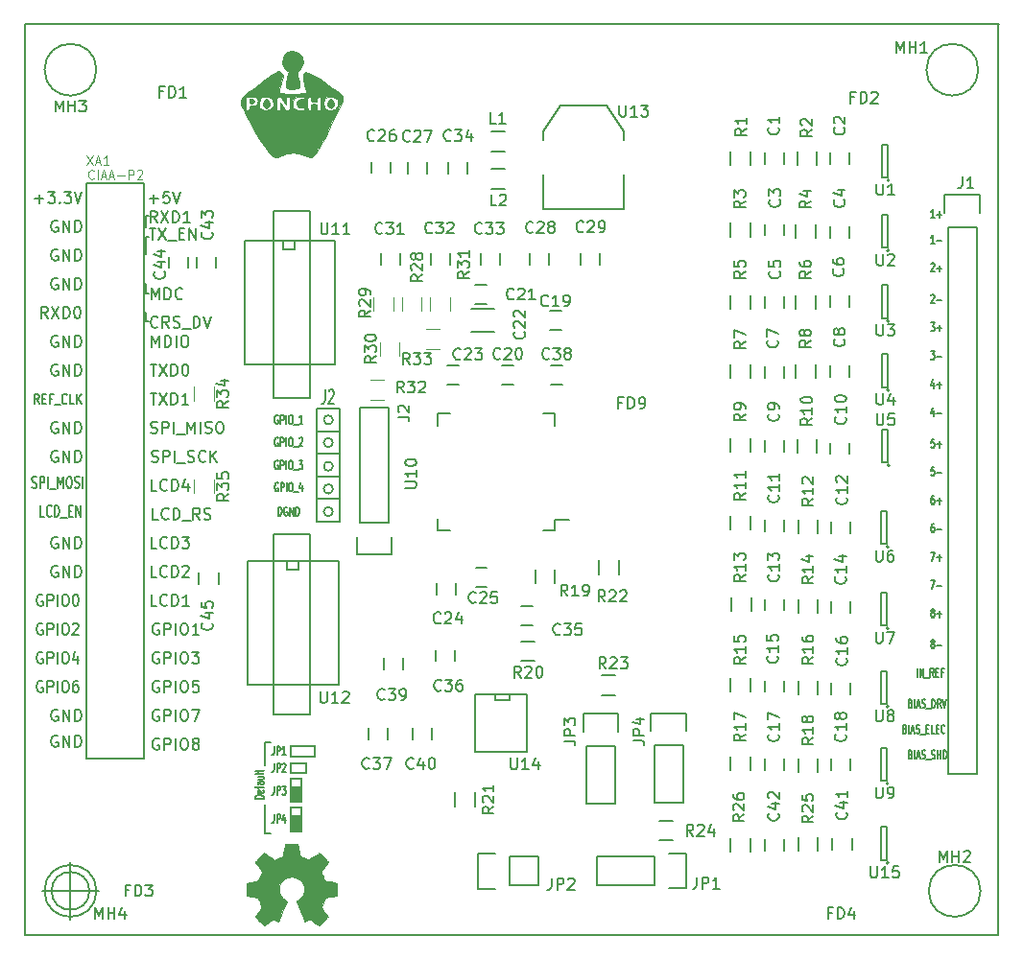
<source format=gbr>
G04 #@! TF.GenerationSoftware,KiCad,Pcbnew,(5.1.5)-3*
G04 #@! TF.CreationDate,2021-04-17T16:45:16-03:00*
G04 #@! TF.ProjectId,PonchoBiopotenciales,506f6e63-686f-4426-996f-706f74656e63,1.0*
G04 #@! TF.SameCoordinates,Original*
G04 #@! TF.FileFunction,Legend,Top*
G04 #@! TF.FilePolarity,Positive*
%FSLAX46Y46*%
G04 Gerber Fmt 4.6, Leading zero omitted, Abs format (unit mm)*
G04 Created by KiCad (PCBNEW (5.1.5)-3) date 2021-04-17 16:45:16*
%MOMM*%
%LPD*%
G04 APERTURE LIST*
%ADD10C,0.150000*%
%ADD11C,0.200000*%
%ADD12C,0.127000*%
%ADD13C,0.120000*%
%ADD14C,0.100000*%
%ADD15C,0.002540*%
%ADD16C,0.010000*%
%ADD17C,0.170000*%
%ADD18C,0.175000*%
G04 APERTURE END LIST*
D10*
X125095000Y-84455000D02*
X121920000Y-84455000D01*
X125095000Y-100965000D02*
X125095000Y-84455000D01*
X121920000Y-100965000D02*
X125095000Y-100965000D01*
X121920000Y-98425000D02*
X121920000Y-100965000D01*
X121920000Y-84455000D02*
X121920000Y-98425000D01*
X125095000Y-113030000D02*
X121920000Y-113030000D01*
X125095000Y-128905000D02*
X125095000Y-113030000D01*
X124460000Y-128905000D02*
X125095000Y-128905000D01*
X121920000Y-128905000D02*
X124460000Y-128905000D01*
X121920000Y-113030000D02*
X121920000Y-128905000D01*
X105666666Y-144500000D02*
G75*
G03X105666666Y-144500000I-1666666J0D01*
G01*
X101500000Y-144500000D02*
X106500000Y-144500000D01*
X104000000Y-142000000D02*
X104000000Y-147000000D01*
D11*
X121150000Y-139400000D02*
X121650000Y-139400000D01*
X121150000Y-131400000D02*
X121650000Y-131400000D01*
X121150000Y-136900000D02*
X121150000Y-139400000D01*
X121150000Y-131400000D02*
X121150000Y-133400000D01*
D12*
X121044714Y-136333714D02*
X120282714Y-136333714D01*
X120282714Y-136212761D01*
X120319000Y-136140190D01*
X120391571Y-136091809D01*
X120464142Y-136067619D01*
X120609285Y-136043428D01*
X120718142Y-136043428D01*
X120863285Y-136067619D01*
X120935857Y-136091809D01*
X121008428Y-136140190D01*
X121044714Y-136212761D01*
X121044714Y-136333714D01*
X121008428Y-135632190D02*
X121044714Y-135680571D01*
X121044714Y-135777333D01*
X121008428Y-135825714D01*
X120935857Y-135849904D01*
X120645571Y-135849904D01*
X120573000Y-135825714D01*
X120536714Y-135777333D01*
X120536714Y-135680571D01*
X120573000Y-135632190D01*
X120645571Y-135608000D01*
X120718142Y-135608000D01*
X120790714Y-135849904D01*
X120536714Y-135462857D02*
X120536714Y-135269333D01*
X121044714Y-135390285D02*
X120391571Y-135390285D01*
X120319000Y-135366095D01*
X120282714Y-135317714D01*
X120282714Y-135269333D01*
X121044714Y-134882285D02*
X120645571Y-134882285D01*
X120573000Y-134906476D01*
X120536714Y-134954857D01*
X120536714Y-135051619D01*
X120573000Y-135100000D01*
X121008428Y-134882285D02*
X121044714Y-134930666D01*
X121044714Y-135051619D01*
X121008428Y-135100000D01*
X120935857Y-135124190D01*
X120863285Y-135124190D01*
X120790714Y-135100000D01*
X120754428Y-135051619D01*
X120754428Y-134930666D01*
X120718142Y-134882285D01*
X120536714Y-134422666D02*
X121044714Y-134422666D01*
X120536714Y-134640380D02*
X120935857Y-134640380D01*
X121008428Y-134616190D01*
X121044714Y-134567809D01*
X121044714Y-134495238D01*
X121008428Y-134446857D01*
X120972142Y-134422666D01*
X121044714Y-134108190D02*
X121008428Y-134156571D01*
X120935857Y-134180761D01*
X120282714Y-134180761D01*
X120536714Y-133987238D02*
X120536714Y-133793714D01*
X120282714Y-133914666D02*
X120935857Y-133914666D01*
X121008428Y-133890476D01*
X121044714Y-133842095D01*
X121044714Y-133793714D01*
X121976666Y-137732714D02*
X121976666Y-138277000D01*
X121952476Y-138385857D01*
X121904095Y-138458428D01*
X121831523Y-138494714D01*
X121783142Y-138494714D01*
X122218571Y-138494714D02*
X122218571Y-137732714D01*
X122412095Y-137732714D01*
X122460476Y-137769000D01*
X122484666Y-137805285D01*
X122508857Y-137877857D01*
X122508857Y-137986714D01*
X122484666Y-138059285D01*
X122460476Y-138095571D01*
X122412095Y-138131857D01*
X122218571Y-138131857D01*
X122944285Y-137986714D02*
X122944285Y-138494714D01*
X122823333Y-137696428D02*
X122702380Y-138240714D01*
X123016857Y-138240714D01*
X121976666Y-135232714D02*
X121976666Y-135777000D01*
X121952476Y-135885857D01*
X121904095Y-135958428D01*
X121831523Y-135994714D01*
X121783142Y-135994714D01*
X122218571Y-135994714D02*
X122218571Y-135232714D01*
X122412095Y-135232714D01*
X122460476Y-135269000D01*
X122484666Y-135305285D01*
X122508857Y-135377857D01*
X122508857Y-135486714D01*
X122484666Y-135559285D01*
X122460476Y-135595571D01*
X122412095Y-135631857D01*
X122218571Y-135631857D01*
X122678190Y-135232714D02*
X122992666Y-135232714D01*
X122823333Y-135523000D01*
X122895904Y-135523000D01*
X122944285Y-135559285D01*
X122968476Y-135595571D01*
X122992666Y-135668142D01*
X122992666Y-135849571D01*
X122968476Y-135922142D01*
X122944285Y-135958428D01*
X122895904Y-135994714D01*
X122750761Y-135994714D01*
X122702380Y-135958428D01*
X122678190Y-135922142D01*
X121976666Y-133232714D02*
X121976666Y-133777000D01*
X121952476Y-133885857D01*
X121904095Y-133958428D01*
X121831523Y-133994714D01*
X121783142Y-133994714D01*
X122218571Y-133994714D02*
X122218571Y-133232714D01*
X122412095Y-133232714D01*
X122460476Y-133269000D01*
X122484666Y-133305285D01*
X122508857Y-133377857D01*
X122508857Y-133486714D01*
X122484666Y-133559285D01*
X122460476Y-133595571D01*
X122412095Y-133631857D01*
X122218571Y-133631857D01*
X122702380Y-133305285D02*
X122726571Y-133269000D01*
X122774952Y-133232714D01*
X122895904Y-133232714D01*
X122944285Y-133269000D01*
X122968476Y-133305285D01*
X122992666Y-133377857D01*
X122992666Y-133450428D01*
X122968476Y-133559285D01*
X122678190Y-133994714D01*
X122992666Y-133994714D01*
X121976666Y-131732714D02*
X121976666Y-132277000D01*
X121952476Y-132385857D01*
X121904095Y-132458428D01*
X121831523Y-132494714D01*
X121783142Y-132494714D01*
X122218571Y-132494714D02*
X122218571Y-131732714D01*
X122412095Y-131732714D01*
X122460476Y-131769000D01*
X122484666Y-131805285D01*
X122508857Y-131877857D01*
X122508857Y-131986714D01*
X122484666Y-132059285D01*
X122460476Y-132095571D01*
X122412095Y-132131857D01*
X122218571Y-132131857D01*
X122992666Y-132494714D02*
X122702380Y-132494714D01*
X122847523Y-132494714D02*
X122847523Y-131732714D01*
X122799142Y-131841571D01*
X122750761Y-131914142D01*
X122702380Y-131950428D01*
X180026073Y-122659285D02*
X179977692Y-122623000D01*
X179953502Y-122586714D01*
X179929311Y-122514142D01*
X179929311Y-122477857D01*
X179953502Y-122405285D01*
X179977692Y-122369000D01*
X180026073Y-122332714D01*
X180122835Y-122332714D01*
X180171216Y-122369000D01*
X180195407Y-122405285D01*
X180219597Y-122477857D01*
X180219597Y-122514142D01*
X180195407Y-122586714D01*
X180171216Y-122623000D01*
X180122835Y-122659285D01*
X180026073Y-122659285D01*
X179977692Y-122695571D01*
X179953502Y-122731857D01*
X179929311Y-122804428D01*
X179929311Y-122949571D01*
X179953502Y-123022142D01*
X179977692Y-123058428D01*
X180026073Y-123094714D01*
X180122835Y-123094714D01*
X180171216Y-123058428D01*
X180195407Y-123022142D01*
X180219597Y-122949571D01*
X180219597Y-122804428D01*
X180195407Y-122731857D01*
X180171216Y-122695571D01*
X180122835Y-122659285D01*
X180437311Y-122804428D02*
X180824359Y-122804428D01*
X180219597Y-85094714D02*
X179929311Y-85094714D01*
X180074454Y-85094714D02*
X180074454Y-84332714D01*
X180026073Y-84441571D01*
X179977692Y-84514142D01*
X179929311Y-84550428D01*
X180437311Y-84804428D02*
X180824359Y-84804428D01*
X180630835Y-85094714D02*
X180630835Y-84514142D01*
X180219597Y-87344714D02*
X179929311Y-87344714D01*
X180074454Y-87344714D02*
X180074454Y-86582714D01*
X180026073Y-86691571D01*
X179977692Y-86764142D01*
X179929311Y-86800428D01*
X180437311Y-87054428D02*
X180824359Y-87054428D01*
X179929311Y-89155285D02*
X179953502Y-89119000D01*
X180001883Y-89082714D01*
X180122835Y-89082714D01*
X180171216Y-89119000D01*
X180195407Y-89155285D01*
X180219597Y-89227857D01*
X180219597Y-89300428D01*
X180195407Y-89409285D01*
X179905121Y-89844714D01*
X180219597Y-89844714D01*
X180437311Y-89554428D02*
X180824359Y-89554428D01*
X180630835Y-89844714D02*
X180630835Y-89264142D01*
X179929311Y-91905285D02*
X179953502Y-91869000D01*
X180001883Y-91832714D01*
X180122835Y-91832714D01*
X180171216Y-91869000D01*
X180195407Y-91905285D01*
X180219597Y-91977857D01*
X180219597Y-92050428D01*
X180195407Y-92159285D01*
X179905121Y-92594714D01*
X180219597Y-92594714D01*
X180437311Y-92304428D02*
X180824359Y-92304428D01*
X179905121Y-94332714D02*
X180219597Y-94332714D01*
X180050264Y-94623000D01*
X180122835Y-94623000D01*
X180171216Y-94659285D01*
X180195407Y-94695571D01*
X180219597Y-94768142D01*
X180219597Y-94949571D01*
X180195407Y-95022142D01*
X180171216Y-95058428D01*
X180122835Y-95094714D01*
X179977692Y-95094714D01*
X179929311Y-95058428D01*
X179905121Y-95022142D01*
X180437311Y-94804428D02*
X180824359Y-94804428D01*
X180630835Y-95094714D02*
X180630835Y-94514142D01*
X179905121Y-96832714D02*
X180219597Y-96832714D01*
X180050264Y-97123000D01*
X180122835Y-97123000D01*
X180171216Y-97159285D01*
X180195407Y-97195571D01*
X180219597Y-97268142D01*
X180219597Y-97449571D01*
X180195407Y-97522142D01*
X180171216Y-97558428D01*
X180122835Y-97594714D01*
X179977692Y-97594714D01*
X179929311Y-97558428D01*
X179905121Y-97522142D01*
X180437311Y-97304428D02*
X180824359Y-97304428D01*
X180171216Y-99586714D02*
X180171216Y-100094714D01*
X180050264Y-99296428D02*
X179929311Y-99840714D01*
X180243788Y-99840714D01*
X180437311Y-99804428D02*
X180824359Y-99804428D01*
X180630835Y-100094714D02*
X180630835Y-99514142D01*
X180171216Y-102086714D02*
X180171216Y-102594714D01*
X180050264Y-101796428D02*
X179929311Y-102340714D01*
X180243788Y-102340714D01*
X180437311Y-102304428D02*
X180824359Y-102304428D01*
X180195407Y-104582714D02*
X179953502Y-104582714D01*
X179929311Y-104945571D01*
X179953502Y-104909285D01*
X180001883Y-104873000D01*
X180122835Y-104873000D01*
X180171216Y-104909285D01*
X180195407Y-104945571D01*
X180219597Y-105018142D01*
X180219597Y-105199571D01*
X180195407Y-105272142D01*
X180171216Y-105308428D01*
X180122835Y-105344714D01*
X180001883Y-105344714D01*
X179953502Y-105308428D01*
X179929311Y-105272142D01*
X180437311Y-105054428D02*
X180824359Y-105054428D01*
X180630835Y-105344714D02*
X180630835Y-104764142D01*
X180195407Y-107082714D02*
X179953502Y-107082714D01*
X179929311Y-107445571D01*
X179953502Y-107409285D01*
X180001883Y-107373000D01*
X180122835Y-107373000D01*
X180171216Y-107409285D01*
X180195407Y-107445571D01*
X180219597Y-107518142D01*
X180219597Y-107699571D01*
X180195407Y-107772142D01*
X180171216Y-107808428D01*
X180122835Y-107844714D01*
X180001883Y-107844714D01*
X179953502Y-107808428D01*
X179929311Y-107772142D01*
X180437311Y-107554428D02*
X180824359Y-107554428D01*
X180171216Y-109582714D02*
X180074454Y-109582714D01*
X180026073Y-109619000D01*
X180001883Y-109655285D01*
X179953502Y-109764142D01*
X179929311Y-109909285D01*
X179929311Y-110199571D01*
X179953502Y-110272142D01*
X179977692Y-110308428D01*
X180026073Y-110344714D01*
X180122835Y-110344714D01*
X180171216Y-110308428D01*
X180195407Y-110272142D01*
X180219597Y-110199571D01*
X180219597Y-110018142D01*
X180195407Y-109945571D01*
X180171216Y-109909285D01*
X180122835Y-109873000D01*
X180026073Y-109873000D01*
X179977692Y-109909285D01*
X179953502Y-109945571D01*
X179929311Y-110018142D01*
X180437311Y-110054428D02*
X180824359Y-110054428D01*
X180630835Y-110344714D02*
X180630835Y-109764142D01*
X180171216Y-112082714D02*
X180074454Y-112082714D01*
X180026073Y-112119000D01*
X180001883Y-112155285D01*
X179953502Y-112264142D01*
X179929311Y-112409285D01*
X179929311Y-112699571D01*
X179953502Y-112772142D01*
X179977692Y-112808428D01*
X180026073Y-112844714D01*
X180122835Y-112844714D01*
X180171216Y-112808428D01*
X180195407Y-112772142D01*
X180219597Y-112699571D01*
X180219597Y-112518142D01*
X180195407Y-112445571D01*
X180171216Y-112409285D01*
X180122835Y-112373000D01*
X180026073Y-112373000D01*
X179977692Y-112409285D01*
X179953502Y-112445571D01*
X179929311Y-112518142D01*
X180437311Y-112554428D02*
X180824359Y-112554428D01*
X179905121Y-114582714D02*
X180243788Y-114582714D01*
X180026073Y-115344714D01*
X180437311Y-115054428D02*
X180824359Y-115054428D01*
X180630835Y-115344714D02*
X180630835Y-114764142D01*
X179905121Y-117082714D02*
X180243788Y-117082714D01*
X180026073Y-117844714D01*
X180437311Y-117554428D02*
X180824359Y-117554428D01*
X180026073Y-119909285D02*
X179977692Y-119873000D01*
X179953502Y-119836714D01*
X179929311Y-119764142D01*
X179929311Y-119727857D01*
X179953502Y-119655285D01*
X179977692Y-119619000D01*
X180026073Y-119582714D01*
X180122835Y-119582714D01*
X180171216Y-119619000D01*
X180195407Y-119655285D01*
X180219597Y-119727857D01*
X180219597Y-119764142D01*
X180195407Y-119836714D01*
X180171216Y-119873000D01*
X180122835Y-119909285D01*
X180026073Y-119909285D01*
X179977692Y-119945571D01*
X179953502Y-119981857D01*
X179929311Y-120054428D01*
X179929311Y-120199571D01*
X179953502Y-120272142D01*
X179977692Y-120308428D01*
X180026073Y-120344714D01*
X180122835Y-120344714D01*
X180171216Y-120308428D01*
X180195407Y-120272142D01*
X180219597Y-120199571D01*
X180219597Y-120054428D01*
X180195407Y-119981857D01*
X180171216Y-119945571D01*
X180122835Y-119909285D01*
X180437311Y-120054428D02*
X180824359Y-120054428D01*
X180630835Y-120344714D02*
X180630835Y-119764142D01*
X178703502Y-125594714D02*
X178703502Y-124832714D01*
X178945407Y-125594714D02*
X178945407Y-124832714D01*
X179235692Y-125594714D01*
X179235692Y-124832714D01*
X179356645Y-125667285D02*
X179743692Y-125667285D01*
X180154930Y-125594714D02*
X179985597Y-125231857D01*
X179864645Y-125594714D02*
X179864645Y-124832714D01*
X180058169Y-124832714D01*
X180106550Y-124869000D01*
X180130740Y-124905285D01*
X180154930Y-124977857D01*
X180154930Y-125086714D01*
X180130740Y-125159285D01*
X180106550Y-125195571D01*
X180058169Y-125231857D01*
X179864645Y-125231857D01*
X180372645Y-125195571D02*
X180541978Y-125195571D01*
X180614550Y-125594714D02*
X180372645Y-125594714D01*
X180372645Y-124832714D01*
X180614550Y-124832714D01*
X181001597Y-125195571D02*
X180832264Y-125195571D01*
X180832264Y-125594714D02*
X180832264Y-124832714D01*
X181074169Y-124832714D01*
X178122835Y-127945571D02*
X178195407Y-127981857D01*
X178219597Y-128018142D01*
X178243788Y-128090714D01*
X178243788Y-128199571D01*
X178219597Y-128272142D01*
X178195407Y-128308428D01*
X178147026Y-128344714D01*
X177953502Y-128344714D01*
X177953502Y-127582714D01*
X178122835Y-127582714D01*
X178171216Y-127619000D01*
X178195407Y-127655285D01*
X178219597Y-127727857D01*
X178219597Y-127800428D01*
X178195407Y-127873000D01*
X178171216Y-127909285D01*
X178122835Y-127945571D01*
X177953502Y-127945571D01*
X178461502Y-128344714D02*
X178461502Y-127582714D01*
X178679216Y-128127000D02*
X178921121Y-128127000D01*
X178630835Y-128344714D02*
X178800169Y-127582714D01*
X178969502Y-128344714D01*
X179114645Y-128308428D02*
X179187216Y-128344714D01*
X179308169Y-128344714D01*
X179356550Y-128308428D01*
X179380740Y-128272142D01*
X179404930Y-128199571D01*
X179404930Y-128127000D01*
X179380740Y-128054428D01*
X179356550Y-128018142D01*
X179308169Y-127981857D01*
X179211407Y-127945571D01*
X179163026Y-127909285D01*
X179138835Y-127873000D01*
X179114645Y-127800428D01*
X179114645Y-127727857D01*
X179138835Y-127655285D01*
X179163026Y-127619000D01*
X179211407Y-127582714D01*
X179332359Y-127582714D01*
X179404930Y-127619000D01*
X179501692Y-128417285D02*
X179888740Y-128417285D01*
X180009692Y-128344714D02*
X180009692Y-127582714D01*
X180130645Y-127582714D01*
X180203216Y-127619000D01*
X180251597Y-127691571D01*
X180275788Y-127764142D01*
X180299978Y-127909285D01*
X180299978Y-128018142D01*
X180275788Y-128163285D01*
X180251597Y-128235857D01*
X180203216Y-128308428D01*
X180130645Y-128344714D01*
X180009692Y-128344714D01*
X180807978Y-128344714D02*
X180638645Y-127981857D01*
X180517692Y-128344714D02*
X180517692Y-127582714D01*
X180711216Y-127582714D01*
X180759597Y-127619000D01*
X180783788Y-127655285D01*
X180807978Y-127727857D01*
X180807978Y-127836714D01*
X180783788Y-127909285D01*
X180759597Y-127945571D01*
X180711216Y-127981857D01*
X180517692Y-127981857D01*
X180953121Y-127582714D02*
X181122454Y-128344714D01*
X181291788Y-127582714D01*
X177622835Y-130195571D02*
X177695407Y-130231857D01*
X177719597Y-130268142D01*
X177743788Y-130340714D01*
X177743788Y-130449571D01*
X177719597Y-130522142D01*
X177695407Y-130558428D01*
X177647026Y-130594714D01*
X177453502Y-130594714D01*
X177453502Y-129832714D01*
X177622835Y-129832714D01*
X177671216Y-129869000D01*
X177695407Y-129905285D01*
X177719597Y-129977857D01*
X177719597Y-130050428D01*
X177695407Y-130123000D01*
X177671216Y-130159285D01*
X177622835Y-130195571D01*
X177453502Y-130195571D01*
X177961502Y-130594714D02*
X177961502Y-129832714D01*
X178179216Y-130377000D02*
X178421121Y-130377000D01*
X178130835Y-130594714D02*
X178300169Y-129832714D01*
X178469502Y-130594714D01*
X178614645Y-130558428D02*
X178687216Y-130594714D01*
X178808169Y-130594714D01*
X178856550Y-130558428D01*
X178880740Y-130522142D01*
X178904930Y-130449571D01*
X178904930Y-130377000D01*
X178880740Y-130304428D01*
X178856550Y-130268142D01*
X178808169Y-130231857D01*
X178711407Y-130195571D01*
X178663026Y-130159285D01*
X178638835Y-130123000D01*
X178614645Y-130050428D01*
X178614645Y-129977857D01*
X178638835Y-129905285D01*
X178663026Y-129869000D01*
X178711407Y-129832714D01*
X178832359Y-129832714D01*
X178904930Y-129869000D01*
X179001692Y-130667285D02*
X179388740Y-130667285D01*
X179509692Y-130195571D02*
X179679026Y-130195571D01*
X179751597Y-130594714D02*
X179509692Y-130594714D01*
X179509692Y-129832714D01*
X179751597Y-129832714D01*
X180211216Y-130594714D02*
X179969311Y-130594714D01*
X179969311Y-129832714D01*
X180380550Y-130195571D02*
X180549883Y-130195571D01*
X180622454Y-130594714D02*
X180380550Y-130594714D01*
X180380550Y-129832714D01*
X180622454Y-129832714D01*
X181130454Y-130522142D02*
X181106264Y-130558428D01*
X181033692Y-130594714D01*
X180985311Y-130594714D01*
X180912740Y-130558428D01*
X180864359Y-130485857D01*
X180840169Y-130413285D01*
X180815978Y-130268142D01*
X180815978Y-130159285D01*
X180840169Y-130014142D01*
X180864359Y-129941571D01*
X180912740Y-129869000D01*
X180985311Y-129832714D01*
X181033692Y-129832714D01*
X181106264Y-129869000D01*
X181130454Y-129905285D01*
X126466000Y-100254523D02*
X126466000Y-101161666D01*
X126429714Y-101343095D01*
X126357142Y-101464047D01*
X126248285Y-101524523D01*
X126175714Y-101524523D01*
X126792571Y-100375476D02*
X126828857Y-100315000D01*
X126901428Y-100254523D01*
X127082857Y-100254523D01*
X127155428Y-100315000D01*
X127191714Y-100375476D01*
X127228000Y-100496428D01*
X127228000Y-100617380D01*
X127191714Y-100798809D01*
X126756285Y-101524523D01*
X127228000Y-101524523D01*
D11*
X125750000Y-111910000D02*
X125750000Y-101910000D01*
X125750000Y-103910000D02*
X127750000Y-103910000D01*
D12*
X122352857Y-111364714D02*
X122352857Y-110602714D01*
X122473809Y-110602714D01*
X122546380Y-110639000D01*
X122594761Y-110711571D01*
X122618952Y-110784142D01*
X122643142Y-110929285D01*
X122643142Y-111038142D01*
X122618952Y-111183285D01*
X122594761Y-111255857D01*
X122546380Y-111328428D01*
X122473809Y-111364714D01*
X122352857Y-111364714D01*
X123126952Y-110639000D02*
X123078571Y-110602714D01*
X123006000Y-110602714D01*
X122933428Y-110639000D01*
X122885047Y-110711571D01*
X122860857Y-110784142D01*
X122836666Y-110929285D01*
X122836666Y-111038142D01*
X122860857Y-111183285D01*
X122885047Y-111255857D01*
X122933428Y-111328428D01*
X123006000Y-111364714D01*
X123054380Y-111364714D01*
X123126952Y-111328428D01*
X123151142Y-111292142D01*
X123151142Y-111038142D01*
X123054380Y-111038142D01*
X123368857Y-111364714D02*
X123368857Y-110602714D01*
X123659142Y-111364714D01*
X123659142Y-110602714D01*
X123901047Y-111364714D02*
X123901047Y-110602714D01*
X124022000Y-110602714D01*
X124094571Y-110639000D01*
X124142952Y-110711571D01*
X124167142Y-110784142D01*
X124191333Y-110929285D01*
X124191333Y-111038142D01*
X124167142Y-111183285D01*
X124142952Y-111255857D01*
X124094571Y-111328428D01*
X124022000Y-111364714D01*
X123901047Y-111364714D01*
X122316571Y-108509000D02*
X122268190Y-108472714D01*
X122195619Y-108472714D01*
X122123047Y-108509000D01*
X122074666Y-108581571D01*
X122050476Y-108654142D01*
X122026285Y-108799285D01*
X122026285Y-108908142D01*
X122050476Y-109053285D01*
X122074666Y-109125857D01*
X122123047Y-109198428D01*
X122195619Y-109234714D01*
X122244000Y-109234714D01*
X122316571Y-109198428D01*
X122340761Y-109162142D01*
X122340761Y-108908142D01*
X122244000Y-108908142D01*
X122558476Y-109234714D02*
X122558476Y-108472714D01*
X122752000Y-108472714D01*
X122800380Y-108509000D01*
X122824571Y-108545285D01*
X122848761Y-108617857D01*
X122848761Y-108726714D01*
X122824571Y-108799285D01*
X122800380Y-108835571D01*
X122752000Y-108871857D01*
X122558476Y-108871857D01*
X123066476Y-109234714D02*
X123066476Y-108472714D01*
X123405142Y-108472714D02*
X123501904Y-108472714D01*
X123550285Y-108509000D01*
X123598666Y-108581571D01*
X123622857Y-108726714D01*
X123622857Y-108980714D01*
X123598666Y-109125857D01*
X123550285Y-109198428D01*
X123501904Y-109234714D01*
X123405142Y-109234714D01*
X123356761Y-109198428D01*
X123308380Y-109125857D01*
X123284190Y-108980714D01*
X123284190Y-108726714D01*
X123308380Y-108581571D01*
X123356761Y-108509000D01*
X123405142Y-108472714D01*
X123719619Y-109307285D02*
X124106666Y-109307285D01*
X124445333Y-108726714D02*
X124445333Y-109234714D01*
X124324380Y-108436428D02*
X124203428Y-108980714D01*
X124517904Y-108980714D01*
X122306571Y-102529000D02*
X122258190Y-102492714D01*
X122185619Y-102492714D01*
X122113047Y-102529000D01*
X122064666Y-102601571D01*
X122040476Y-102674142D01*
X122016285Y-102819285D01*
X122016285Y-102928142D01*
X122040476Y-103073285D01*
X122064666Y-103145857D01*
X122113047Y-103218428D01*
X122185619Y-103254714D01*
X122234000Y-103254714D01*
X122306571Y-103218428D01*
X122330761Y-103182142D01*
X122330761Y-102928142D01*
X122234000Y-102928142D01*
X122548476Y-103254714D02*
X122548476Y-102492714D01*
X122742000Y-102492714D01*
X122790380Y-102529000D01*
X122814571Y-102565285D01*
X122838761Y-102637857D01*
X122838761Y-102746714D01*
X122814571Y-102819285D01*
X122790380Y-102855571D01*
X122742000Y-102891857D01*
X122548476Y-102891857D01*
X123056476Y-103254714D02*
X123056476Y-102492714D01*
X123395142Y-102492714D02*
X123491904Y-102492714D01*
X123540285Y-102529000D01*
X123588666Y-102601571D01*
X123612857Y-102746714D01*
X123612857Y-103000714D01*
X123588666Y-103145857D01*
X123540285Y-103218428D01*
X123491904Y-103254714D01*
X123395142Y-103254714D01*
X123346761Y-103218428D01*
X123298380Y-103145857D01*
X123274190Y-103000714D01*
X123274190Y-102746714D01*
X123298380Y-102601571D01*
X123346761Y-102529000D01*
X123395142Y-102492714D01*
X123709619Y-103327285D02*
X124096666Y-103327285D01*
X124483714Y-103254714D02*
X124193428Y-103254714D01*
X124338571Y-103254714D02*
X124338571Y-102492714D01*
X124290190Y-102601571D01*
X124241809Y-102674142D01*
X124193428Y-102710428D01*
X122306571Y-106529000D02*
X122258190Y-106492714D01*
X122185619Y-106492714D01*
X122113047Y-106529000D01*
X122064666Y-106601571D01*
X122040476Y-106674142D01*
X122016285Y-106819285D01*
X122016285Y-106928142D01*
X122040476Y-107073285D01*
X122064666Y-107145857D01*
X122113047Y-107218428D01*
X122185619Y-107254714D01*
X122234000Y-107254714D01*
X122306571Y-107218428D01*
X122330761Y-107182142D01*
X122330761Y-106928142D01*
X122234000Y-106928142D01*
X122548476Y-107254714D02*
X122548476Y-106492714D01*
X122742000Y-106492714D01*
X122790380Y-106529000D01*
X122814571Y-106565285D01*
X122838761Y-106637857D01*
X122838761Y-106746714D01*
X122814571Y-106819285D01*
X122790380Y-106855571D01*
X122742000Y-106891857D01*
X122548476Y-106891857D01*
X123056476Y-107254714D02*
X123056476Y-106492714D01*
X123395142Y-106492714D02*
X123491904Y-106492714D01*
X123540285Y-106529000D01*
X123588666Y-106601571D01*
X123612857Y-106746714D01*
X123612857Y-107000714D01*
X123588666Y-107145857D01*
X123540285Y-107218428D01*
X123491904Y-107254714D01*
X123395142Y-107254714D01*
X123346761Y-107218428D01*
X123298380Y-107145857D01*
X123274190Y-107000714D01*
X123274190Y-106746714D01*
X123298380Y-106601571D01*
X123346761Y-106529000D01*
X123395142Y-106492714D01*
X123709619Y-107327285D02*
X124096666Y-107327285D01*
X124169238Y-106492714D02*
X124483714Y-106492714D01*
X124314380Y-106783000D01*
X124386952Y-106783000D01*
X124435333Y-106819285D01*
X124459523Y-106855571D01*
X124483714Y-106928142D01*
X124483714Y-107109571D01*
X124459523Y-107182142D01*
X124435333Y-107218428D01*
X124386952Y-107254714D01*
X124241809Y-107254714D01*
X124193428Y-107218428D01*
X124169238Y-107182142D01*
X122306571Y-104529000D02*
X122258190Y-104492714D01*
X122185619Y-104492714D01*
X122113047Y-104529000D01*
X122064666Y-104601571D01*
X122040476Y-104674142D01*
X122016285Y-104819285D01*
X122016285Y-104928142D01*
X122040476Y-105073285D01*
X122064666Y-105145857D01*
X122113047Y-105218428D01*
X122185619Y-105254714D01*
X122234000Y-105254714D01*
X122306571Y-105218428D01*
X122330761Y-105182142D01*
X122330761Y-104928142D01*
X122234000Y-104928142D01*
X122548476Y-105254714D02*
X122548476Y-104492714D01*
X122742000Y-104492714D01*
X122790380Y-104529000D01*
X122814571Y-104565285D01*
X122838761Y-104637857D01*
X122838761Y-104746714D01*
X122814571Y-104819285D01*
X122790380Y-104855571D01*
X122742000Y-104891857D01*
X122548476Y-104891857D01*
X123056476Y-105254714D02*
X123056476Y-104492714D01*
X123395142Y-104492714D02*
X123491904Y-104492714D01*
X123540285Y-104529000D01*
X123588666Y-104601571D01*
X123612857Y-104746714D01*
X123612857Y-105000714D01*
X123588666Y-105145857D01*
X123540285Y-105218428D01*
X123491904Y-105254714D01*
X123395142Y-105254714D01*
X123346761Y-105218428D01*
X123298380Y-105145857D01*
X123274190Y-105000714D01*
X123274190Y-104746714D01*
X123298380Y-104601571D01*
X123346761Y-104529000D01*
X123395142Y-104492714D01*
X123709619Y-105327285D02*
X124096666Y-105327285D01*
X124193428Y-104565285D02*
X124217619Y-104529000D01*
X124266000Y-104492714D01*
X124386952Y-104492714D01*
X124435333Y-104529000D01*
X124459523Y-104565285D01*
X124483714Y-104637857D01*
X124483714Y-104710428D01*
X124459523Y-104819285D01*
X124169238Y-105254714D01*
X124483714Y-105254714D01*
D11*
X127150000Y-111010000D02*
G75*
G03X127150000Y-111010000I-400000J0D01*
G01*
X127162311Y-109010000D02*
G75*
G03X127162311Y-109010000I-412311J0D01*
G01*
X127150000Y-107010000D02*
G75*
G03X127150000Y-107010000I-400000J0D01*
G01*
X127150000Y-104910000D02*
G75*
G03X127150000Y-104910000I-400000J0D01*
G01*
X127150000Y-102910000D02*
G75*
G03X127150000Y-102910000I-400000J0D01*
G01*
X125750000Y-109910000D02*
X127750000Y-109910000D01*
X125750000Y-107910000D02*
X127750000Y-107910000D01*
X125750000Y-105910000D02*
X127750000Y-105910000D01*
X127750000Y-111910000D02*
X125750000Y-111910000D01*
X127750000Y-101910000D02*
X127750000Y-111910000D01*
X125750000Y-101910000D02*
X127750000Y-101910000D01*
D12*
X178122835Y-132445571D02*
X178195407Y-132481857D01*
X178219597Y-132518142D01*
X178243788Y-132590714D01*
X178243788Y-132699571D01*
X178219597Y-132772142D01*
X178195407Y-132808428D01*
X178147026Y-132844714D01*
X177953502Y-132844714D01*
X177953502Y-132082714D01*
X178122835Y-132082714D01*
X178171216Y-132119000D01*
X178195407Y-132155285D01*
X178219597Y-132227857D01*
X178219597Y-132300428D01*
X178195407Y-132373000D01*
X178171216Y-132409285D01*
X178122835Y-132445571D01*
X177953502Y-132445571D01*
X178461502Y-132844714D02*
X178461502Y-132082714D01*
X178679216Y-132627000D02*
X178921121Y-132627000D01*
X178630835Y-132844714D02*
X178800169Y-132082714D01*
X178969502Y-132844714D01*
X179114645Y-132808428D02*
X179187216Y-132844714D01*
X179308169Y-132844714D01*
X179356550Y-132808428D01*
X179380740Y-132772142D01*
X179404930Y-132699571D01*
X179404930Y-132627000D01*
X179380740Y-132554428D01*
X179356550Y-132518142D01*
X179308169Y-132481857D01*
X179211407Y-132445571D01*
X179163026Y-132409285D01*
X179138835Y-132373000D01*
X179114645Y-132300428D01*
X179114645Y-132227857D01*
X179138835Y-132155285D01*
X179163026Y-132119000D01*
X179211407Y-132082714D01*
X179332359Y-132082714D01*
X179404930Y-132119000D01*
X179501692Y-132917285D02*
X179888740Y-132917285D01*
X179985502Y-132808428D02*
X180058073Y-132844714D01*
X180179026Y-132844714D01*
X180227407Y-132808428D01*
X180251597Y-132772142D01*
X180275788Y-132699571D01*
X180275788Y-132627000D01*
X180251597Y-132554428D01*
X180227407Y-132518142D01*
X180179026Y-132481857D01*
X180082264Y-132445571D01*
X180033883Y-132409285D01*
X180009692Y-132373000D01*
X179985502Y-132300428D01*
X179985502Y-132227857D01*
X180009692Y-132155285D01*
X180033883Y-132119000D01*
X180082264Y-132082714D01*
X180203216Y-132082714D01*
X180275788Y-132119000D01*
X180493502Y-132844714D02*
X180493502Y-132082714D01*
X180493502Y-132445571D02*
X180783788Y-132445571D01*
X180783788Y-132844714D02*
X180783788Y-132082714D01*
X181025692Y-132844714D02*
X181025692Y-132082714D01*
X181146645Y-132082714D01*
X181219216Y-132119000D01*
X181267597Y-132191571D01*
X181291788Y-132264142D01*
X181315978Y-132409285D01*
X181315978Y-132518142D01*
X181291788Y-132663285D01*
X181267597Y-132735857D01*
X181219216Y-132808428D01*
X181146645Y-132844714D01*
X181025692Y-132844714D01*
D10*
X100015000Y-67920000D02*
X185880000Y-67920000D01*
X100015000Y-67920000D02*
X100015000Y-148420000D01*
X185875000Y-148420000D02*
X185875000Y-67920000D01*
X100010000Y-148420000D02*
X185875000Y-148420000D01*
X139050000Y-81150000D02*
X139050000Y-80150000D01*
X137350000Y-80150000D02*
X137350000Y-81150000D01*
X110880000Y-84920000D02*
X110680000Y-84920000D01*
X110680000Y-84920000D02*
X110680000Y-85920000D01*
X110680000Y-85920000D02*
X110480000Y-85920000D01*
X110880000Y-86720000D02*
X110680000Y-86720000D01*
X110680000Y-86720000D02*
X110680000Y-88320000D01*
X110680000Y-88320000D02*
X110480000Y-88320000D01*
X110880000Y-91720000D02*
X110680000Y-91720000D01*
X110680000Y-91720000D02*
X110680000Y-90920000D01*
X110680000Y-90920000D02*
X110480000Y-90920000D01*
X110880000Y-94220000D02*
X110680000Y-94220000D01*
X110680000Y-94220000D02*
X110680000Y-93420000D01*
X110680000Y-93420000D02*
X110480000Y-93420000D01*
X105410000Y-83320000D02*
X105410000Y-82050000D01*
X105410000Y-82050000D02*
X110490000Y-82050000D01*
X110490000Y-82050000D02*
X110490000Y-132850000D01*
X110490000Y-132850000D02*
X105410000Y-132850000D01*
X105410000Y-132850000D02*
X105410000Y-83320000D01*
X155500000Y-131670000D02*
X155500000Y-136750000D01*
X155500000Y-136750000D02*
X158040000Y-136750000D01*
X158040000Y-136750000D02*
X158040000Y-131670000D01*
X158320000Y-128850000D02*
X158320000Y-130400000D01*
X158040000Y-131670000D02*
X155500000Y-131670000D01*
X155220000Y-130400000D02*
X155220000Y-128850000D01*
X155220000Y-128850000D02*
X158320000Y-128850000D01*
X119643000Y-115359000D02*
X127644000Y-115359000D01*
X127644000Y-126281000D02*
X119643000Y-126281000D01*
X127644000Y-115359000D02*
X127644000Y-126281000D01*
X119643000Y-126281000D02*
X119643000Y-115359000D01*
X124088000Y-115359000D02*
X124088000Y-116121000D01*
X124088000Y-116121000D02*
X123072000Y-116121000D01*
X123072000Y-116121000D02*
X123072000Y-115359000D01*
X142300000Y-79225000D02*
X141100000Y-79225000D01*
X141100000Y-77475000D02*
X142300000Y-77475000D01*
X119343000Y-87059000D02*
X127344000Y-87059000D01*
X127344000Y-97981000D02*
X119343000Y-97981000D01*
X127344000Y-87059000D02*
X127344000Y-97981000D01*
X119343000Y-97981000D02*
X119343000Y-87059000D01*
X123788000Y-87059000D02*
X123788000Y-87821000D01*
X123788000Y-87821000D02*
X122772000Y-87821000D01*
X122772000Y-87821000D02*
X122772000Y-87059000D01*
X165230000Y-79320000D02*
X165230000Y-80320000D01*
X166930000Y-80320000D02*
X166930000Y-79320000D01*
X171030000Y-79320000D02*
X171030000Y-80320000D01*
X172730000Y-80320000D02*
X172730000Y-79320000D01*
X165230000Y-85620000D02*
X165230000Y-86620000D01*
X166930000Y-86620000D02*
X166930000Y-85620000D01*
X171030000Y-85820000D02*
X171030000Y-86820000D01*
X172730000Y-86820000D02*
X172730000Y-85820000D01*
X165230000Y-92020000D02*
X165230000Y-93020000D01*
X166930000Y-93020000D02*
X166930000Y-92020000D01*
X171030000Y-91920000D02*
X171030000Y-92920000D01*
X172730000Y-92920000D02*
X172730000Y-91920000D01*
X165230000Y-98220000D02*
X165230000Y-99220000D01*
X166930000Y-99220000D02*
X166930000Y-98220000D01*
X171030000Y-98120000D02*
X171030000Y-99120000D01*
X172730000Y-99120000D02*
X172730000Y-98120000D01*
X165230000Y-104720000D02*
X165230000Y-105720000D01*
X166930000Y-105720000D02*
X166930000Y-104720000D01*
X171030000Y-104920000D02*
X171030000Y-105920000D01*
X172730000Y-105920000D02*
X172730000Y-104920000D01*
X165230000Y-111720000D02*
X165230000Y-112720000D01*
X166930000Y-112720000D02*
X166930000Y-111720000D01*
X171130000Y-111920000D02*
X171130000Y-112920000D01*
X172830000Y-112920000D02*
X172830000Y-111920000D01*
X165230000Y-118720000D02*
X165230000Y-119720000D01*
X166930000Y-119720000D02*
X166930000Y-118720000D01*
X171130000Y-118920000D02*
X171130000Y-119920000D01*
X172830000Y-119920000D02*
X172830000Y-118920000D01*
X165230000Y-125920000D02*
X165230000Y-126920000D01*
X166930000Y-126920000D02*
X166930000Y-125920000D01*
X171130000Y-126120000D02*
X171130000Y-127120000D01*
X172830000Y-127120000D02*
X172830000Y-126120000D01*
X165230000Y-132820000D02*
X165230000Y-133820000D01*
X166930000Y-133820000D02*
X166930000Y-132820000D01*
X171130000Y-132820000D02*
X171130000Y-133820000D01*
X172830000Y-133820000D02*
X172830000Y-132820000D01*
X147280000Y-93270000D02*
X146280000Y-93270000D01*
X146280000Y-94970000D02*
X147280000Y-94970000D01*
X143080000Y-98070000D02*
X142080000Y-98070000D01*
X142080000Y-99770000D02*
X143080000Y-99770000D01*
X139700000Y-92650000D02*
X140700000Y-92650000D01*
X140700000Y-90950000D02*
X139700000Y-90950000D01*
X137280000Y-99770000D02*
X138280000Y-99770000D01*
X138280000Y-98070000D02*
X137280000Y-98070000D01*
X136290000Y-117320000D02*
X136290000Y-118320000D01*
X137990000Y-118320000D02*
X137990000Y-117320000D01*
X139750000Y-117670000D02*
X140750000Y-117670000D01*
X140750000Y-115970000D02*
X139750000Y-115970000D01*
X132230000Y-81120000D02*
X132230000Y-80120000D01*
X130530000Y-80120000D02*
X130530000Y-81120000D01*
X135500000Y-81150000D02*
X135500000Y-80150000D01*
X133800000Y-80150000D02*
X133800000Y-81150000D01*
X146230000Y-89220000D02*
X146230000Y-88220000D01*
X144530000Y-88220000D02*
X144530000Y-89220000D01*
X150730000Y-89220000D02*
X150730000Y-88220000D01*
X149030000Y-88220000D02*
X149030000Y-89220000D01*
X133130000Y-89220000D02*
X133130000Y-88220000D01*
X131430000Y-88220000D02*
X131430000Y-89220000D01*
X137530000Y-89220000D02*
X137530000Y-88220000D01*
X135830000Y-88220000D02*
X135830000Y-89220000D01*
X141930000Y-89220000D02*
X141930000Y-88220000D01*
X140230000Y-88220000D02*
X140230000Y-89220000D01*
X162205000Y-80420000D02*
X162205000Y-79220000D01*
X163955000Y-79220000D02*
X163955000Y-80420000D01*
X169855000Y-79220000D02*
X169855000Y-80420000D01*
X168105000Y-80420000D02*
X168105000Y-79220000D01*
X163955000Y-85520000D02*
X163955000Y-86720000D01*
X162205000Y-86720000D02*
X162205000Y-85520000D01*
X169755000Y-85620000D02*
X169755000Y-86820000D01*
X168005000Y-86820000D02*
X168005000Y-85620000D01*
X162205000Y-93120000D02*
X162205000Y-91920000D01*
X163955000Y-91920000D02*
X163955000Y-93120000D01*
X169755000Y-91920000D02*
X169755000Y-93120000D01*
X168005000Y-93120000D02*
X168005000Y-91920000D01*
X163955000Y-98020000D02*
X163955000Y-99220000D01*
X162205000Y-99220000D02*
X162205000Y-98020000D01*
X169755000Y-98020000D02*
X169755000Y-99220000D01*
X168005000Y-99220000D02*
X168005000Y-98020000D01*
X162205000Y-105720000D02*
X162205000Y-104520000D01*
X163955000Y-104520000D02*
X163955000Y-105720000D01*
X169855000Y-104620000D02*
X169855000Y-105820000D01*
X168105000Y-105820000D02*
X168105000Y-104620000D01*
X163955000Y-111420000D02*
X163955000Y-112620000D01*
X162205000Y-112620000D02*
X162205000Y-111420000D01*
X169955000Y-111720000D02*
X169955000Y-112920000D01*
X168205000Y-112920000D02*
X168205000Y-111720000D01*
X162305000Y-119820000D02*
X162305000Y-118620000D01*
X164055000Y-118620000D02*
X164055000Y-119820000D01*
X169955000Y-118720000D02*
X169955000Y-119920000D01*
X168205000Y-119920000D02*
X168205000Y-118720000D01*
X163955000Y-125720000D02*
X163955000Y-126920000D01*
X162205000Y-126920000D02*
X162205000Y-125720000D01*
X169955000Y-125920000D02*
X169955000Y-127120000D01*
X168205000Y-127120000D02*
X168205000Y-125920000D01*
X162205000Y-133820000D02*
X162205000Y-132620000D01*
X163955000Y-132620000D02*
X163955000Y-133820000D01*
X169955000Y-132820000D02*
X169955000Y-134020000D01*
X168205000Y-134020000D02*
X168205000Y-132820000D01*
X176230000Y-81770000D02*
G75*
G03X176230000Y-81770000I-100000J0D01*
G01*
X175580000Y-81520000D02*
X176080000Y-81520000D01*
X175580000Y-78620000D02*
X175580000Y-81520000D01*
X176080000Y-78620000D02*
X175580000Y-78620000D01*
X176080000Y-81520000D02*
X176080000Y-78620000D01*
X176230000Y-87970000D02*
G75*
G03X176230000Y-87970000I-100000J0D01*
G01*
X175580000Y-87720000D02*
X176080000Y-87720000D01*
X175580000Y-84820000D02*
X175580000Y-87720000D01*
X176080000Y-84820000D02*
X175580000Y-84820000D01*
X176080000Y-87720000D02*
X176080000Y-84820000D01*
X176230000Y-94170000D02*
G75*
G03X176230000Y-94170000I-100000J0D01*
G01*
X175580000Y-93920000D02*
X176080000Y-93920000D01*
X175580000Y-91020000D02*
X175580000Y-93920000D01*
X176080000Y-91020000D02*
X175580000Y-91020000D01*
X176080000Y-93920000D02*
X176080000Y-91020000D01*
X176230000Y-100270000D02*
G75*
G03X176230000Y-100270000I-100000J0D01*
G01*
X175580000Y-100020000D02*
X176080000Y-100020000D01*
X175580000Y-97120000D02*
X175580000Y-100020000D01*
X176080000Y-97120000D02*
X175580000Y-97120000D01*
X176080000Y-100020000D02*
X176080000Y-97120000D01*
X176280000Y-106920000D02*
G75*
G03X176280000Y-106920000I-100000J0D01*
G01*
X175630000Y-106670000D02*
X176130000Y-106670000D01*
X175630000Y-103770000D02*
X175630000Y-106670000D01*
X176130000Y-103770000D02*
X175630000Y-103770000D01*
X176130000Y-106670000D02*
X176130000Y-103770000D01*
X176180000Y-114120000D02*
G75*
G03X176180000Y-114120000I-100000J0D01*
G01*
X175530000Y-113870000D02*
X176030000Y-113870000D01*
X175530000Y-110970000D02*
X175530000Y-113870000D01*
X176030000Y-110970000D02*
X175530000Y-110970000D01*
X176030000Y-113870000D02*
X176030000Y-110970000D01*
X176180000Y-121320000D02*
G75*
G03X176180000Y-121320000I-100000J0D01*
G01*
X175530000Y-121070000D02*
X176030000Y-121070000D01*
X175530000Y-118170000D02*
X175530000Y-121070000D01*
X176030000Y-118170000D02*
X175530000Y-118170000D01*
X176030000Y-121070000D02*
X176030000Y-118170000D01*
X176180000Y-128220000D02*
G75*
G03X176180000Y-128220000I-100000J0D01*
G01*
X175530000Y-127970000D02*
X176030000Y-127970000D01*
X175530000Y-125070000D02*
X175530000Y-127970000D01*
X176030000Y-125070000D02*
X175530000Y-125070000D01*
X176030000Y-127970000D02*
X176030000Y-125070000D01*
X176180000Y-135020000D02*
G75*
G03X176180000Y-135020000I-100000J0D01*
G01*
X175530000Y-134770000D02*
X176030000Y-134770000D01*
X175530000Y-131870000D02*
X175530000Y-134770000D01*
X176030000Y-131870000D02*
X175530000Y-131870000D01*
X176030000Y-134770000D02*
X176030000Y-131870000D01*
X139380000Y-95145000D02*
X141380000Y-95145000D01*
X141380000Y-93095000D02*
X139380000Y-93095000D01*
X143780000Y-121070000D02*
X144780000Y-121070000D01*
X144780000Y-119370000D02*
X143780000Y-119370000D01*
X130330000Y-130120000D02*
X130330000Y-131120000D01*
X132030000Y-131120000D02*
X132030000Y-130120000D01*
X146380000Y-99770000D02*
X147380000Y-99770000D01*
X147380000Y-98070000D02*
X146380000Y-98070000D01*
X133330000Y-124920000D02*
X133330000Y-123920000D01*
X131630000Y-123920000D02*
X131630000Y-124920000D01*
X135850000Y-131100000D02*
X135850000Y-130100000D01*
X134150000Y-130100000D02*
X134150000Y-131100000D01*
X155510000Y-141450000D02*
X150430000Y-141450000D01*
X150430000Y-141450000D02*
X150430000Y-143990000D01*
X150430000Y-143990000D02*
X155510000Y-143990000D01*
X158330000Y-144270000D02*
X156780000Y-144270000D01*
X155510000Y-143990000D02*
X155510000Y-141450000D01*
X156780000Y-141170000D02*
X158330000Y-141170000D01*
X158330000Y-141170000D02*
X158330000Y-144270000D01*
X149510000Y-131690000D02*
X149510000Y-136770000D01*
X149510000Y-136770000D02*
X152050000Y-136770000D01*
X152050000Y-136770000D02*
X152050000Y-131690000D01*
X152330000Y-128870000D02*
X152330000Y-130420000D01*
X152050000Y-131690000D02*
X149510000Y-131690000D01*
X149230000Y-130420000D02*
X149230000Y-128870000D01*
X149230000Y-128870000D02*
X152330000Y-128870000D01*
X146755000Y-116120000D02*
X146755000Y-117320000D01*
X145005000Y-117320000D02*
X145005000Y-116120000D01*
X143780000Y-122445000D02*
X144980000Y-122445000D01*
X144980000Y-124195000D02*
X143780000Y-124195000D01*
X137905000Y-137020000D02*
X137905000Y-135820000D01*
X139655000Y-135820000D02*
X139655000Y-137020000D01*
X152355000Y-115320000D02*
X152355000Y-116520000D01*
X150605000Y-116520000D02*
X150605000Y-115320000D01*
X152080000Y-127195000D02*
X150880000Y-127195000D01*
X150880000Y-125445000D02*
X152080000Y-125445000D01*
X155920000Y-138305000D02*
X157120000Y-138305000D01*
X157120000Y-140055000D02*
X155920000Y-140055000D01*
X171230000Y-139820000D02*
X171230000Y-140820000D01*
X172930000Y-140820000D02*
X172930000Y-139820000D01*
X165230000Y-139920000D02*
X165230000Y-140920000D01*
X166930000Y-140920000D02*
X166930000Y-139920000D01*
X168205000Y-140920000D02*
X168205000Y-139720000D01*
X169955000Y-139720000D02*
X169955000Y-140920000D01*
X162205000Y-141020000D02*
X162205000Y-139820000D01*
X163955000Y-139820000D02*
X163955000Y-141020000D01*
X183950000Y-85890000D02*
X183950000Y-134150000D01*
X183950000Y-134150000D02*
X181410000Y-134150000D01*
X181410000Y-134150000D02*
X181410000Y-85890000D01*
X184230000Y-83070000D02*
X184230000Y-84620000D01*
X183950000Y-85890000D02*
X181410000Y-85890000D01*
X181130000Y-84620000D02*
X181130000Y-83070000D01*
X181130000Y-83070000D02*
X184230000Y-83070000D01*
X176180000Y-142020000D02*
G75*
G03X176180000Y-142020000I-100000J0D01*
G01*
X175530000Y-141770000D02*
X176030000Y-141770000D01*
X175530000Y-138870000D02*
X175530000Y-141770000D01*
X176030000Y-138870000D02*
X175530000Y-138870000D01*
X176030000Y-141770000D02*
X176030000Y-138870000D01*
X142300000Y-82525000D02*
X141100000Y-82525000D01*
X141100000Y-80775000D02*
X142300000Y-80775000D01*
X116850000Y-89500000D02*
X116850000Y-88500000D01*
X115150000Y-88500000D02*
X115150000Y-89500000D01*
X114350000Y-89500000D02*
X114350000Y-88500000D01*
X112650000Y-88500000D02*
X112650000Y-89500000D01*
X115350000Y-116400000D02*
X115350000Y-117400000D01*
X117050000Y-117400000D02*
X117050000Y-116400000D01*
X184086000Y-72000000D02*
G75*
G03X184086000Y-72000000I-2286000J0D01*
G01*
X184286000Y-144500000D02*
G75*
G03X184286000Y-144500000I-2286000J0D01*
G01*
X106286000Y-72000000D02*
G75*
G03X106286000Y-72000000I-2286000J0D01*
G01*
X106286000Y-144500000D02*
G75*
G03X106286000Y-144500000I-2286000J0D01*
G01*
X132370000Y-113270000D02*
X132370000Y-114820000D01*
X132370000Y-114820000D02*
X129270000Y-114820000D01*
X129270000Y-114820000D02*
X129270000Y-113270000D01*
X129550000Y-112000000D02*
X129550000Y-101840000D01*
X129550000Y-101840000D02*
X132090000Y-101840000D01*
X132090000Y-101840000D02*
X132090000Y-112000000D01*
X129550000Y-112000000D02*
X132090000Y-112000000D01*
D13*
X134980000Y-92100000D02*
X134980000Y-93300000D01*
X133220000Y-93300000D02*
X133220000Y-92100000D01*
X132480000Y-92100000D02*
X132480000Y-93300000D01*
X130720000Y-93300000D02*
X130720000Y-92100000D01*
X133030000Y-96050000D02*
X133030000Y-97250000D01*
X131270000Y-97250000D02*
X131270000Y-96050000D01*
X135720000Y-93300000D02*
X135720000Y-92100000D01*
X137480000Y-92100000D02*
X137480000Y-93300000D01*
X131650000Y-101130000D02*
X130450000Y-101130000D01*
X130450000Y-99370000D02*
X131650000Y-99370000D01*
X135400000Y-94920000D02*
X136600000Y-94920000D01*
X136600000Y-96680000D02*
X135400000Y-96680000D01*
X114920000Y-101200000D02*
X114920000Y-100000000D01*
X116680000Y-100000000D02*
X116680000Y-101200000D01*
X116680000Y-108200000D02*
X116680000Y-109400000D01*
X114920000Y-109400000D02*
X114920000Y-108200000D01*
D14*
G36*
X128035714Y-74472979D02*
G01*
X127998746Y-74679891D01*
X127905012Y-74964800D01*
X127780272Y-75262897D01*
X127650281Y-75509374D01*
X127623376Y-75547413D01*
X127623376Y-74976299D01*
X127558326Y-74663062D01*
X127369112Y-74455622D01*
X127064639Y-74362329D01*
X126963636Y-74357792D01*
X126629516Y-74418777D01*
X126408248Y-74596165D01*
X126308734Y-74881608D01*
X126303896Y-74976299D01*
X126368946Y-75289536D01*
X126558159Y-75496975D01*
X126862633Y-75590269D01*
X126963636Y-75594805D01*
X127297606Y-75536492D01*
X127458441Y-75429870D01*
X127592315Y-75192030D01*
X127623376Y-74976299D01*
X127623376Y-75547413D01*
X127589856Y-75594805D01*
X127513749Y-75721925D01*
X127395220Y-75961365D01*
X127253792Y-76272585D01*
X127172876Y-76460714D01*
X126921635Y-77029272D01*
X126649718Y-77596808D01*
X126369494Y-78141693D01*
X126093334Y-78642296D01*
X126056493Y-78703955D01*
X126056493Y-74976299D01*
X126052598Y-74660064D01*
X126034834Y-74474516D01*
X125994089Y-74385476D01*
X125921247Y-74358762D01*
X125891558Y-74357792D01*
X125770831Y-74396671D01*
X125728325Y-74541331D01*
X125726623Y-74605195D01*
X125706189Y-74780430D01*
X125609798Y-74845018D01*
X125479220Y-74852598D01*
X125303985Y-74832163D01*
X125239397Y-74735773D01*
X125231818Y-74605195D01*
X125205898Y-74424104D01*
X125109459Y-74360345D01*
X125066883Y-74357792D01*
X124982553Y-74372401D01*
X124933074Y-74439012D01*
X124909330Y-74591807D01*
X124902206Y-74864964D01*
X124901948Y-74976299D01*
X124905843Y-75292533D01*
X124923606Y-75478081D01*
X124964351Y-75567122D01*
X125037193Y-75593835D01*
X125066883Y-75594805D01*
X125180559Y-75562518D01*
X125226426Y-75436472D01*
X125231818Y-75306169D01*
X125245609Y-75112245D01*
X125315564Y-75032706D01*
X125479220Y-75017533D01*
X125645441Y-75033623D01*
X125713617Y-75115237D01*
X125726623Y-75306169D01*
X125745073Y-75505103D01*
X125817099Y-75585370D01*
X125891558Y-75594805D01*
X125975887Y-75580197D01*
X126025367Y-75513586D01*
X126049111Y-75360791D01*
X126056234Y-75087634D01*
X126056493Y-74976299D01*
X126056493Y-78703955D01*
X125833610Y-79076986D01*
X125602692Y-79424132D01*
X125412952Y-79662103D01*
X125281691Y-79767512D01*
X125160102Y-79754002D01*
X124938445Y-79680892D01*
X124663465Y-79563746D01*
X124654545Y-79559546D01*
X124654545Y-75461490D01*
X124610706Y-75368405D01*
X124456623Y-75366159D01*
X124438776Y-75369422D01*
X124217011Y-75343945D01*
X124023128Y-75215310D01*
X123917755Y-75028790D01*
X123912337Y-74976299D01*
X123984303Y-74781398D01*
X124158393Y-74627991D01*
X124371896Y-74563309D01*
X124449632Y-74571645D01*
X124605982Y-74584616D01*
X124654279Y-74502533D01*
X124654545Y-74490434D01*
X124614247Y-74404720D01*
X124470303Y-74364936D01*
X124283441Y-74357792D01*
X123929195Y-74412653D01*
X123698088Y-74576882D01*
X123590717Y-74849956D01*
X123582467Y-74976299D01*
X123644642Y-75288869D01*
X123830769Y-75492787D01*
X124140252Y-75587526D01*
X124283441Y-75594805D01*
X124522962Y-75580515D01*
X124634243Y-75529291D01*
X124654545Y-75461490D01*
X124654545Y-79559546D01*
X124648315Y-79556614D01*
X124092041Y-79356938D01*
X123561238Y-79307886D01*
X123335065Y-79349843D01*
X123335065Y-74976299D01*
X123331169Y-74660064D01*
X123313406Y-74474516D01*
X123272661Y-74385476D01*
X123199819Y-74358762D01*
X123170129Y-74357792D01*
X123064651Y-74383769D01*
X123016125Y-74490106D01*
X123004414Y-74708279D01*
X123003634Y-75058766D01*
X122793571Y-74708279D01*
X122625995Y-74474431D01*
X122470269Y-74370267D01*
X122382014Y-74357792D01*
X122279505Y-74366063D01*
X122219414Y-74414024D01*
X122190429Y-74536397D01*
X122181238Y-74767906D01*
X122180519Y-74976299D01*
X122184415Y-75292533D01*
X122202178Y-75478081D01*
X122242923Y-75567122D01*
X122315765Y-75593835D01*
X122345454Y-75594805D01*
X122450932Y-75568829D01*
X122499459Y-75462492D01*
X122511169Y-75244318D01*
X122511950Y-74893831D01*
X122722012Y-75244318D01*
X122889588Y-75478167D01*
X123045315Y-75582330D01*
X123133570Y-75594805D01*
X123236078Y-75586535D01*
X123296169Y-75538574D01*
X123325154Y-75416200D01*
X123334345Y-75184692D01*
X123335065Y-74976299D01*
X123335065Y-79349843D01*
X123017590Y-79408738D01*
X122716558Y-79520415D01*
X122440534Y-79635832D01*
X122214037Y-79726797D01*
X122098052Y-79769513D01*
X121981124Y-79725399D01*
X121933116Y-79684033D01*
X121933116Y-74976299D01*
X121868066Y-74663062D01*
X121678853Y-74455622D01*
X121374380Y-74362329D01*
X121273376Y-74357792D01*
X120939257Y-74418777D01*
X120717988Y-74596165D01*
X120618475Y-74881608D01*
X120613636Y-74976299D01*
X120678686Y-75289536D01*
X120867900Y-75496975D01*
X121172373Y-75590269D01*
X121273376Y-75594805D01*
X121607347Y-75536492D01*
X121768181Y-75429870D01*
X121902055Y-75192030D01*
X121933116Y-74976299D01*
X121933116Y-79684033D01*
X121782824Y-79554536D01*
X121514180Y-79266799D01*
X121438311Y-79178924D01*
X121130139Y-78807270D01*
X120867799Y-78463429D01*
X120629659Y-78113116D01*
X120531168Y-77949614D01*
X120531168Y-74770130D01*
X120492515Y-74554020D01*
X120359854Y-74424720D01*
X120108131Y-74365961D01*
X119896168Y-74357792D01*
X119459090Y-74357792D01*
X119459090Y-74976299D01*
X119462986Y-75292533D01*
X119480749Y-75478081D01*
X119521494Y-75567122D01*
X119594336Y-75593835D01*
X119624026Y-75594805D01*
X119753361Y-75546485D01*
X119788961Y-75388637D01*
X119812327Y-75246227D01*
X119915269Y-75190232D01*
X120061103Y-75182468D01*
X120339350Y-75134793D01*
X120491932Y-74985235D01*
X120531168Y-74770130D01*
X120531168Y-77949614D01*
X120394084Y-77722046D01*
X120139442Y-77255935D01*
X119844100Y-76680499D01*
X119775195Y-76543182D01*
X119572554Y-76140996D01*
X119392532Y-75788910D01*
X119249373Y-75514385D01*
X119157322Y-75344880D01*
X119133488Y-75306169D01*
X119020287Y-75038262D01*
X119029598Y-74731701D01*
X119107920Y-74537928D01*
X119288246Y-74305761D01*
X119529229Y-74072825D01*
X119770117Y-73894418D01*
X119871428Y-73842986D01*
X119984414Y-73771742D01*
X120189280Y-73618489D01*
X120452796Y-73408692D01*
X120638847Y-73254858D01*
X121021606Y-72948273D01*
X121406040Y-72665849D01*
X121764115Y-72425844D01*
X122067798Y-72246518D01*
X122289055Y-72146129D01*
X122364077Y-72131169D01*
X122507245Y-72188013D01*
X122631204Y-72292915D01*
X122701177Y-72381911D01*
X122731535Y-72478628D01*
X122720852Y-72623694D01*
X122667698Y-72857739D01*
X122602752Y-73102589D01*
X122497923Y-73485459D01*
X122436300Y-73757087D01*
X122437106Y-73936449D01*
X122519564Y-74042520D01*
X122702895Y-74094274D01*
X123006322Y-74110686D01*
X123449068Y-74110733D01*
X123623701Y-74110390D01*
X124116616Y-74106848D01*
X124463601Y-74095121D01*
X124683529Y-74073554D01*
X124795275Y-74040495D01*
X124819480Y-74005648D01*
X124798521Y-73879660D01*
X124743133Y-73642674D01*
X124664548Y-73342181D01*
X124650407Y-73290787D01*
X124543088Y-72844153D01*
X124508894Y-72530369D01*
X124548676Y-72334028D01*
X124663285Y-72239721D01*
X124708992Y-72229488D01*
X124920553Y-72260090D01*
X125239874Y-72388811D01*
X125649801Y-72606071D01*
X126133175Y-72902287D01*
X126672841Y-73267878D01*
X127025487Y-73523187D01*
X127429546Y-73827697D01*
X127714754Y-74056510D01*
X127898878Y-74226333D01*
X127999689Y-74353872D01*
X128034955Y-74455833D01*
X128035714Y-74472979D01*
G37*
X128035714Y-74472979D02*
X127998746Y-74679891D01*
X127905012Y-74964800D01*
X127780272Y-75262897D01*
X127650281Y-75509374D01*
X127623376Y-75547413D01*
X127623376Y-74976299D01*
X127558326Y-74663062D01*
X127369112Y-74455622D01*
X127064639Y-74362329D01*
X126963636Y-74357792D01*
X126629516Y-74418777D01*
X126408248Y-74596165D01*
X126308734Y-74881608D01*
X126303896Y-74976299D01*
X126368946Y-75289536D01*
X126558159Y-75496975D01*
X126862633Y-75590269D01*
X126963636Y-75594805D01*
X127297606Y-75536492D01*
X127458441Y-75429870D01*
X127592315Y-75192030D01*
X127623376Y-74976299D01*
X127623376Y-75547413D01*
X127589856Y-75594805D01*
X127513749Y-75721925D01*
X127395220Y-75961365D01*
X127253792Y-76272585D01*
X127172876Y-76460714D01*
X126921635Y-77029272D01*
X126649718Y-77596808D01*
X126369494Y-78141693D01*
X126093334Y-78642296D01*
X126056493Y-78703955D01*
X126056493Y-74976299D01*
X126052598Y-74660064D01*
X126034834Y-74474516D01*
X125994089Y-74385476D01*
X125921247Y-74358762D01*
X125891558Y-74357792D01*
X125770831Y-74396671D01*
X125728325Y-74541331D01*
X125726623Y-74605195D01*
X125706189Y-74780430D01*
X125609798Y-74845018D01*
X125479220Y-74852598D01*
X125303985Y-74832163D01*
X125239397Y-74735773D01*
X125231818Y-74605195D01*
X125205898Y-74424104D01*
X125109459Y-74360345D01*
X125066883Y-74357792D01*
X124982553Y-74372401D01*
X124933074Y-74439012D01*
X124909330Y-74591807D01*
X124902206Y-74864964D01*
X124901948Y-74976299D01*
X124905843Y-75292533D01*
X124923606Y-75478081D01*
X124964351Y-75567122D01*
X125037193Y-75593835D01*
X125066883Y-75594805D01*
X125180559Y-75562518D01*
X125226426Y-75436472D01*
X125231818Y-75306169D01*
X125245609Y-75112245D01*
X125315564Y-75032706D01*
X125479220Y-75017533D01*
X125645441Y-75033623D01*
X125713617Y-75115237D01*
X125726623Y-75306169D01*
X125745073Y-75505103D01*
X125817099Y-75585370D01*
X125891558Y-75594805D01*
X125975887Y-75580197D01*
X126025367Y-75513586D01*
X126049111Y-75360791D01*
X126056234Y-75087634D01*
X126056493Y-74976299D01*
X126056493Y-78703955D01*
X125833610Y-79076986D01*
X125602692Y-79424132D01*
X125412952Y-79662103D01*
X125281691Y-79767512D01*
X125160102Y-79754002D01*
X124938445Y-79680892D01*
X124663465Y-79563746D01*
X124654545Y-79559546D01*
X124654545Y-75461490D01*
X124610706Y-75368405D01*
X124456623Y-75366159D01*
X124438776Y-75369422D01*
X124217011Y-75343945D01*
X124023128Y-75215310D01*
X123917755Y-75028790D01*
X123912337Y-74976299D01*
X123984303Y-74781398D01*
X124158393Y-74627991D01*
X124371896Y-74563309D01*
X124449632Y-74571645D01*
X124605982Y-74584616D01*
X124654279Y-74502533D01*
X124654545Y-74490434D01*
X124614247Y-74404720D01*
X124470303Y-74364936D01*
X124283441Y-74357792D01*
X123929195Y-74412653D01*
X123698088Y-74576882D01*
X123590717Y-74849956D01*
X123582467Y-74976299D01*
X123644642Y-75288869D01*
X123830769Y-75492787D01*
X124140252Y-75587526D01*
X124283441Y-75594805D01*
X124522962Y-75580515D01*
X124634243Y-75529291D01*
X124654545Y-75461490D01*
X124654545Y-79559546D01*
X124648315Y-79556614D01*
X124092041Y-79356938D01*
X123561238Y-79307886D01*
X123335065Y-79349843D01*
X123335065Y-74976299D01*
X123331169Y-74660064D01*
X123313406Y-74474516D01*
X123272661Y-74385476D01*
X123199819Y-74358762D01*
X123170129Y-74357792D01*
X123064651Y-74383769D01*
X123016125Y-74490106D01*
X123004414Y-74708279D01*
X123003634Y-75058766D01*
X122793571Y-74708279D01*
X122625995Y-74474431D01*
X122470269Y-74370267D01*
X122382014Y-74357792D01*
X122279505Y-74366063D01*
X122219414Y-74414024D01*
X122190429Y-74536397D01*
X122181238Y-74767906D01*
X122180519Y-74976299D01*
X122184415Y-75292533D01*
X122202178Y-75478081D01*
X122242923Y-75567122D01*
X122315765Y-75593835D01*
X122345454Y-75594805D01*
X122450932Y-75568829D01*
X122499459Y-75462492D01*
X122511169Y-75244318D01*
X122511950Y-74893831D01*
X122722012Y-75244318D01*
X122889588Y-75478167D01*
X123045315Y-75582330D01*
X123133570Y-75594805D01*
X123236078Y-75586535D01*
X123296169Y-75538574D01*
X123325154Y-75416200D01*
X123334345Y-75184692D01*
X123335065Y-74976299D01*
X123335065Y-79349843D01*
X123017590Y-79408738D01*
X122716558Y-79520415D01*
X122440534Y-79635832D01*
X122214037Y-79726797D01*
X122098052Y-79769513D01*
X121981124Y-79725399D01*
X121933116Y-79684033D01*
X121933116Y-74976299D01*
X121868066Y-74663062D01*
X121678853Y-74455622D01*
X121374380Y-74362329D01*
X121273376Y-74357792D01*
X120939257Y-74418777D01*
X120717988Y-74596165D01*
X120618475Y-74881608D01*
X120613636Y-74976299D01*
X120678686Y-75289536D01*
X120867900Y-75496975D01*
X121172373Y-75590269D01*
X121273376Y-75594805D01*
X121607347Y-75536492D01*
X121768181Y-75429870D01*
X121902055Y-75192030D01*
X121933116Y-74976299D01*
X121933116Y-79684033D01*
X121782824Y-79554536D01*
X121514180Y-79266799D01*
X121438311Y-79178924D01*
X121130139Y-78807270D01*
X120867799Y-78463429D01*
X120629659Y-78113116D01*
X120531168Y-77949614D01*
X120531168Y-74770130D01*
X120492515Y-74554020D01*
X120359854Y-74424720D01*
X120108131Y-74365961D01*
X119896168Y-74357792D01*
X119459090Y-74357792D01*
X119459090Y-74976299D01*
X119462986Y-75292533D01*
X119480749Y-75478081D01*
X119521494Y-75567122D01*
X119594336Y-75593835D01*
X119624026Y-75594805D01*
X119753361Y-75546485D01*
X119788961Y-75388637D01*
X119812327Y-75246227D01*
X119915269Y-75190232D01*
X120061103Y-75182468D01*
X120339350Y-75134793D01*
X120491932Y-74985235D01*
X120531168Y-74770130D01*
X120531168Y-77949614D01*
X120394084Y-77722046D01*
X120139442Y-77255935D01*
X119844100Y-76680499D01*
X119775195Y-76543182D01*
X119572554Y-76140996D01*
X119392532Y-75788910D01*
X119249373Y-75514385D01*
X119157322Y-75344880D01*
X119133488Y-75306169D01*
X119020287Y-75038262D01*
X119029598Y-74731701D01*
X119107920Y-74537928D01*
X119288246Y-74305761D01*
X119529229Y-74072825D01*
X119770117Y-73894418D01*
X119871428Y-73842986D01*
X119984414Y-73771742D01*
X120189280Y-73618489D01*
X120452796Y-73408692D01*
X120638847Y-73254858D01*
X121021606Y-72948273D01*
X121406040Y-72665849D01*
X121764115Y-72425844D01*
X122067798Y-72246518D01*
X122289055Y-72146129D01*
X122364077Y-72131169D01*
X122507245Y-72188013D01*
X122631204Y-72292915D01*
X122701177Y-72381911D01*
X122731535Y-72478628D01*
X122720852Y-72623694D01*
X122667698Y-72857739D01*
X122602752Y-73102589D01*
X122497923Y-73485459D01*
X122436300Y-73757087D01*
X122437106Y-73936449D01*
X122519564Y-74042520D01*
X122702895Y-74094274D01*
X123006322Y-74110686D01*
X123449068Y-74110733D01*
X123623701Y-74110390D01*
X124116616Y-74106848D01*
X124463601Y-74095121D01*
X124683529Y-74073554D01*
X124795275Y-74040495D01*
X124819480Y-74005648D01*
X124798521Y-73879660D01*
X124743133Y-73642674D01*
X124664548Y-73342181D01*
X124650407Y-73290787D01*
X124543088Y-72844153D01*
X124508894Y-72530369D01*
X124548676Y-72334028D01*
X124663285Y-72239721D01*
X124708992Y-72229488D01*
X124920553Y-72260090D01*
X125239874Y-72388811D01*
X125649801Y-72606071D01*
X126133175Y-72902287D01*
X126672841Y-73267878D01*
X127025487Y-73523187D01*
X127429546Y-73827697D01*
X127714754Y-74056510D01*
X127898878Y-74226333D01*
X127999689Y-74353872D01*
X128034955Y-74455833D01*
X128035714Y-74472979D01*
G36*
X124523542Y-71363681D02*
G01*
X124395402Y-71710555D01*
X124179417Y-71987770D01*
X124063302Y-72117644D01*
X124008034Y-72230302D01*
X124006066Y-72379019D01*
X124049854Y-72617070D01*
X124074294Y-72729978D01*
X124158312Y-73126812D01*
X124196110Y-73390578D01*
X124175383Y-73549618D01*
X124083822Y-73632277D01*
X123909122Y-73666896D01*
X123661440Y-73680813D01*
X123376450Y-73684805D01*
X123160118Y-73671737D01*
X123063550Y-73646451D01*
X123009692Y-73481732D01*
X123033559Y-73176316D01*
X123134776Y-72734778D01*
X123139985Y-72715942D01*
X123274775Y-72231128D01*
X123011192Y-71995596D01*
X122785647Y-71697415D01*
X122691576Y-71353176D01*
X122724480Y-71003477D01*
X122879862Y-70688915D01*
X123153223Y-70450085D01*
X123184290Y-70433262D01*
X123533719Y-70336095D01*
X123880075Y-70384270D01*
X124187140Y-70561559D01*
X124418691Y-70851735D01*
X124489692Y-71018105D01*
X124523542Y-71363681D01*
G37*
X124523542Y-71363681D02*
X124395402Y-71710555D01*
X124179417Y-71987770D01*
X124063302Y-72117644D01*
X124008034Y-72230302D01*
X124006066Y-72379019D01*
X124049854Y-72617070D01*
X124074294Y-72729978D01*
X124158312Y-73126812D01*
X124196110Y-73390578D01*
X124175383Y-73549618D01*
X124083822Y-73632277D01*
X123909122Y-73666896D01*
X123661440Y-73680813D01*
X123376450Y-73684805D01*
X123160118Y-73671737D01*
X123063550Y-73646451D01*
X123009692Y-73481732D01*
X123033559Y-73176316D01*
X123134776Y-72734778D01*
X123139985Y-72715942D01*
X123274775Y-72231128D01*
X123011192Y-71995596D01*
X122785647Y-71697415D01*
X122691576Y-71353176D01*
X122724480Y-71003477D01*
X122879862Y-70688915D01*
X123153223Y-70450085D01*
X123184290Y-70433262D01*
X123533719Y-70336095D01*
X123880075Y-70384270D01*
X124187140Y-70561559D01*
X124418691Y-70851735D01*
X124489692Y-71018105D01*
X124523542Y-71363681D01*
G36*
X120179921Y-74778422D02*
G01*
X120118831Y-74893831D01*
X119962394Y-75012559D01*
X119843056Y-74977350D01*
X119789586Y-74798993D01*
X119788961Y-74770130D01*
X119833119Y-74576179D01*
X119946417Y-74524150D01*
X120100085Y-74624830D01*
X120118831Y-74646429D01*
X120179921Y-74778422D01*
G37*
X120179921Y-74778422D02*
X120118831Y-74893831D01*
X119962394Y-75012559D01*
X119843056Y-74977350D01*
X119789586Y-74798993D01*
X119788961Y-74770130D01*
X119833119Y-74576179D01*
X119946417Y-74524150D01*
X120100085Y-74624830D01*
X120118831Y-74646429D01*
X120179921Y-74778422D01*
G36*
X121588176Y-74953300D02*
G01*
X121564806Y-75093268D01*
X121493355Y-75214199D01*
X121371495Y-75365484D01*
X121274528Y-75429848D01*
X121273376Y-75429870D01*
X121177357Y-75367542D01*
X121055448Y-75217317D01*
X121053397Y-75214199D01*
X120962594Y-75043160D01*
X120973440Y-74902983D01*
X121034042Y-74781244D01*
X121156518Y-74626105D01*
X121273376Y-74563961D01*
X121393963Y-74629490D01*
X121512711Y-74781244D01*
X121588176Y-74953300D01*
G37*
X121588176Y-74953300D02*
X121564806Y-75093268D01*
X121493355Y-75214199D01*
X121371495Y-75365484D01*
X121274528Y-75429848D01*
X121273376Y-75429870D01*
X121177357Y-75367542D01*
X121055448Y-75217317D01*
X121053397Y-75214199D01*
X120962594Y-75043160D01*
X120973440Y-74902983D01*
X121034042Y-74781244D01*
X121156518Y-74626105D01*
X121273376Y-74563961D01*
X121393963Y-74629490D01*
X121512711Y-74781244D01*
X121588176Y-74953300D01*
G36*
X127278435Y-74953300D02*
G01*
X127255065Y-75093268D01*
X127183615Y-75214199D01*
X127061755Y-75365484D01*
X126964788Y-75429848D01*
X126963636Y-75429870D01*
X126867616Y-75367542D01*
X126745708Y-75217317D01*
X126743657Y-75214199D01*
X126652854Y-75043160D01*
X126663699Y-74902983D01*
X126724301Y-74781244D01*
X126846778Y-74626105D01*
X126963636Y-74563961D01*
X127084223Y-74629490D01*
X127202971Y-74781244D01*
X127278435Y-74953300D01*
G37*
X127278435Y-74953300D02*
X127255065Y-75093268D01*
X127183615Y-75214199D01*
X127061755Y-75365484D01*
X126964788Y-75429848D01*
X126963636Y-75429870D01*
X126867616Y-75367542D01*
X126745708Y-75217317D01*
X126743657Y-75214199D01*
X126652854Y-75043160D01*
X126663699Y-74902983D01*
X126724301Y-74781244D01*
X126846778Y-74626105D01*
X126963636Y-74563961D01*
X127084223Y-74629490D01*
X127202971Y-74781244D01*
X127278435Y-74953300D01*
D15*
G36*
X121076840Y-147541560D02*
G01*
X121117480Y-147521240D01*
X121211460Y-147462820D01*
X121346080Y-147373920D01*
X121503560Y-147269780D01*
X121661040Y-147160560D01*
X121790580Y-147074200D01*
X121882020Y-147015780D01*
X121920120Y-146995460D01*
X121940440Y-147000540D01*
X122016640Y-147038640D01*
X122125860Y-147094520D01*
X122189360Y-147127540D01*
X122288420Y-147170720D01*
X122339220Y-147180880D01*
X122346840Y-147165640D01*
X122384940Y-147089440D01*
X122440820Y-146957360D01*
X122517020Y-146784640D01*
X122603380Y-146581440D01*
X122697360Y-146363000D01*
X122788800Y-146139480D01*
X122877700Y-145926120D01*
X122956440Y-145735620D01*
X123019940Y-145580680D01*
X123060580Y-145471460D01*
X123075820Y-145425740D01*
X123070740Y-145415580D01*
X123019940Y-145367320D01*
X122933580Y-145301280D01*
X122743080Y-145146340D01*
X122557660Y-144912660D01*
X122443360Y-144648500D01*
X122405260Y-144353860D01*
X122438280Y-144082080D01*
X122544960Y-143820460D01*
X122727840Y-143584240D01*
X122948820Y-143408980D01*
X123207900Y-143297220D01*
X123500000Y-143261660D01*
X123779400Y-143292140D01*
X124046100Y-143398820D01*
X124282320Y-143579160D01*
X124381380Y-143693460D01*
X124518540Y-143932220D01*
X124597280Y-144188760D01*
X124604900Y-144252260D01*
X124594740Y-144534200D01*
X124510920Y-144803440D01*
X124363600Y-145044740D01*
X124157860Y-145240320D01*
X124129920Y-145260640D01*
X124035940Y-145331760D01*
X123972440Y-145380020D01*
X123921640Y-145420660D01*
X124279780Y-146281720D01*
X124335660Y-146418880D01*
X124434720Y-146655100D01*
X124521080Y-146858300D01*
X124589660Y-147018320D01*
X124637920Y-147127540D01*
X124658240Y-147170720D01*
X124660780Y-147173260D01*
X124691260Y-147178340D01*
X124757300Y-147152940D01*
X124876680Y-147094520D01*
X124957960Y-147053880D01*
X125049400Y-147010700D01*
X125090040Y-146995460D01*
X125125600Y-147013240D01*
X125211960Y-147071660D01*
X125341500Y-147155480D01*
X125493900Y-147259620D01*
X125641220Y-147361220D01*
X125775840Y-147450120D01*
X125874900Y-147511080D01*
X125923160Y-147539020D01*
X125930780Y-147539020D01*
X125971420Y-147513620D01*
X126050160Y-147450120D01*
X126167000Y-147338360D01*
X126332100Y-147175800D01*
X126357500Y-147150400D01*
X126494660Y-147010700D01*
X126606420Y-146893860D01*
X126680080Y-146812580D01*
X126705480Y-146774480D01*
X126682620Y-146726220D01*
X126619120Y-146629700D01*
X126530220Y-146492540D01*
X126421000Y-146332520D01*
X126136520Y-145918500D01*
X126294000Y-145527340D01*
X126342260Y-145407960D01*
X126403220Y-145263180D01*
X126446400Y-145159040D01*
X126471800Y-145113320D01*
X126512440Y-145098080D01*
X126621660Y-145072680D01*
X126776600Y-145039660D01*
X126959480Y-145006640D01*
X127137280Y-144973620D01*
X127297300Y-144943140D01*
X127411600Y-144920280D01*
X127462400Y-144910120D01*
X127475100Y-144902500D01*
X127485260Y-144877100D01*
X127492880Y-144823760D01*
X127495420Y-144727240D01*
X127497960Y-144574840D01*
X127497960Y-144353860D01*
X127497960Y-144331000D01*
X127495420Y-144120180D01*
X127492880Y-143952540D01*
X127487800Y-143843320D01*
X127480180Y-143800140D01*
X127429380Y-143787440D01*
X127317620Y-143764580D01*
X127157600Y-143731560D01*
X126967100Y-143696000D01*
X126956940Y-143693460D01*
X126766440Y-143657900D01*
X126608960Y-143624880D01*
X126497200Y-143599480D01*
X126451480Y-143584240D01*
X126441320Y-143571540D01*
X126403220Y-143497880D01*
X126347340Y-143381040D01*
X126286380Y-143236260D01*
X126222880Y-143088940D01*
X126169540Y-142954320D01*
X126133980Y-142855260D01*
X126123820Y-142809540D01*
X126151760Y-142763820D01*
X126217800Y-142664760D01*
X126309240Y-142530140D01*
X126421000Y-142367580D01*
X126428620Y-142354880D01*
X126537840Y-142194860D01*
X126626740Y-142060240D01*
X126685160Y-141963720D01*
X126705480Y-141920540D01*
X126705480Y-141918000D01*
X126669920Y-141869740D01*
X126588640Y-141780840D01*
X126471800Y-141658920D01*
X126332100Y-141516680D01*
X126286380Y-141473500D01*
X126131440Y-141321100D01*
X126024760Y-141222040D01*
X125956180Y-141168700D01*
X125923160Y-141156000D01*
X125923160Y-141158540D01*
X125874900Y-141186480D01*
X125773300Y-141252520D01*
X125636140Y-141346500D01*
X125473580Y-141455720D01*
X125463420Y-141463340D01*
X125303400Y-141572560D01*
X125171320Y-141661460D01*
X125074800Y-141724960D01*
X125034160Y-141750360D01*
X125026540Y-141750360D01*
X124963040Y-141730040D01*
X124848740Y-141691940D01*
X124709040Y-141636060D01*
X124561720Y-141577640D01*
X124427100Y-141521760D01*
X124325500Y-141473500D01*
X124277240Y-141448100D01*
X124277240Y-141445560D01*
X124259460Y-141387140D01*
X124231520Y-141267760D01*
X124198500Y-141102660D01*
X124160400Y-140907080D01*
X124155320Y-140876600D01*
X124119760Y-140686100D01*
X124089280Y-140528620D01*
X124066420Y-140419400D01*
X124053720Y-140373680D01*
X124028320Y-140368600D01*
X123934340Y-140360980D01*
X123792100Y-140358440D01*
X123619380Y-140355900D01*
X123439040Y-140358440D01*
X123263780Y-140360980D01*
X123111380Y-140366060D01*
X123004700Y-140373680D01*
X122958980Y-140383840D01*
X122956440Y-140386380D01*
X122941200Y-140444800D01*
X122915800Y-140564180D01*
X122880240Y-140729280D01*
X122842140Y-140927400D01*
X122837060Y-140960420D01*
X122801500Y-141150920D01*
X122768480Y-141305860D01*
X122745620Y-141415080D01*
X122732920Y-141455720D01*
X122717680Y-141465880D01*
X122638940Y-141498900D01*
X122511940Y-141552240D01*
X122351920Y-141615740D01*
X121986160Y-141765600D01*
X121539120Y-141455720D01*
X121495940Y-141427780D01*
X121335920Y-141318560D01*
X121201300Y-141229660D01*
X121109860Y-141171240D01*
X121071760Y-141148380D01*
X121069220Y-141150920D01*
X121023500Y-141189020D01*
X120934600Y-141272840D01*
X120812680Y-141392220D01*
X120672980Y-141531920D01*
X120568840Y-141636060D01*
X120444380Y-141763060D01*
X120365640Y-141846880D01*
X120322460Y-141902760D01*
X120307220Y-141935780D01*
X120312300Y-141956100D01*
X120340240Y-142001820D01*
X120406280Y-142100880D01*
X120497720Y-142238040D01*
X120606940Y-142395520D01*
X120698380Y-142530140D01*
X120794900Y-142680000D01*
X120858400Y-142786680D01*
X120881260Y-142840020D01*
X120876180Y-142862880D01*
X120843160Y-142949240D01*
X120789820Y-143083860D01*
X120723780Y-143241340D01*
X120566300Y-143596940D01*
X120332620Y-143640120D01*
X120192920Y-143668060D01*
X119994800Y-143706160D01*
X119806840Y-143741720D01*
X119512200Y-143800140D01*
X119502040Y-144882180D01*
X119547760Y-144902500D01*
X119590940Y-144915200D01*
X119700160Y-144938060D01*
X119855100Y-144968540D01*
X120040520Y-145004100D01*
X120195460Y-145034580D01*
X120355480Y-145062520D01*
X120467240Y-145085380D01*
X120518040Y-145095540D01*
X120530740Y-145113320D01*
X120571380Y-145189520D01*
X120627260Y-145311440D01*
X120688220Y-145458760D01*
X120751720Y-145608620D01*
X120807600Y-145748320D01*
X120848240Y-145855000D01*
X120860940Y-145910880D01*
X120840620Y-145954060D01*
X120779660Y-146045500D01*
X120693300Y-146177580D01*
X120586620Y-146335060D01*
X120477400Y-146492540D01*
X120388500Y-146627160D01*
X120325000Y-146723680D01*
X120299600Y-146766860D01*
X120312300Y-146797340D01*
X120373260Y-146873540D01*
X120492640Y-146995460D01*
X120667900Y-147170720D01*
X120698380Y-147198660D01*
X120838080Y-147333280D01*
X120957460Y-147442500D01*
X121038740Y-147516160D01*
X121076840Y-147541560D01*
G37*
X121076840Y-147541560D02*
X121117480Y-147521240D01*
X121211460Y-147462820D01*
X121346080Y-147373920D01*
X121503560Y-147269780D01*
X121661040Y-147160560D01*
X121790580Y-147074200D01*
X121882020Y-147015780D01*
X121920120Y-146995460D01*
X121940440Y-147000540D01*
X122016640Y-147038640D01*
X122125860Y-147094520D01*
X122189360Y-147127540D01*
X122288420Y-147170720D01*
X122339220Y-147180880D01*
X122346840Y-147165640D01*
X122384940Y-147089440D01*
X122440820Y-146957360D01*
X122517020Y-146784640D01*
X122603380Y-146581440D01*
X122697360Y-146363000D01*
X122788800Y-146139480D01*
X122877700Y-145926120D01*
X122956440Y-145735620D01*
X123019940Y-145580680D01*
X123060580Y-145471460D01*
X123075820Y-145425740D01*
X123070740Y-145415580D01*
X123019940Y-145367320D01*
X122933580Y-145301280D01*
X122743080Y-145146340D01*
X122557660Y-144912660D01*
X122443360Y-144648500D01*
X122405260Y-144353860D01*
X122438280Y-144082080D01*
X122544960Y-143820460D01*
X122727840Y-143584240D01*
X122948820Y-143408980D01*
X123207900Y-143297220D01*
X123500000Y-143261660D01*
X123779400Y-143292140D01*
X124046100Y-143398820D01*
X124282320Y-143579160D01*
X124381380Y-143693460D01*
X124518540Y-143932220D01*
X124597280Y-144188760D01*
X124604900Y-144252260D01*
X124594740Y-144534200D01*
X124510920Y-144803440D01*
X124363600Y-145044740D01*
X124157860Y-145240320D01*
X124129920Y-145260640D01*
X124035940Y-145331760D01*
X123972440Y-145380020D01*
X123921640Y-145420660D01*
X124279780Y-146281720D01*
X124335660Y-146418880D01*
X124434720Y-146655100D01*
X124521080Y-146858300D01*
X124589660Y-147018320D01*
X124637920Y-147127540D01*
X124658240Y-147170720D01*
X124660780Y-147173260D01*
X124691260Y-147178340D01*
X124757300Y-147152940D01*
X124876680Y-147094520D01*
X124957960Y-147053880D01*
X125049400Y-147010700D01*
X125090040Y-146995460D01*
X125125600Y-147013240D01*
X125211960Y-147071660D01*
X125341500Y-147155480D01*
X125493900Y-147259620D01*
X125641220Y-147361220D01*
X125775840Y-147450120D01*
X125874900Y-147511080D01*
X125923160Y-147539020D01*
X125930780Y-147539020D01*
X125971420Y-147513620D01*
X126050160Y-147450120D01*
X126167000Y-147338360D01*
X126332100Y-147175800D01*
X126357500Y-147150400D01*
X126494660Y-147010700D01*
X126606420Y-146893860D01*
X126680080Y-146812580D01*
X126705480Y-146774480D01*
X126682620Y-146726220D01*
X126619120Y-146629700D01*
X126530220Y-146492540D01*
X126421000Y-146332520D01*
X126136520Y-145918500D01*
X126294000Y-145527340D01*
X126342260Y-145407960D01*
X126403220Y-145263180D01*
X126446400Y-145159040D01*
X126471800Y-145113320D01*
X126512440Y-145098080D01*
X126621660Y-145072680D01*
X126776600Y-145039660D01*
X126959480Y-145006640D01*
X127137280Y-144973620D01*
X127297300Y-144943140D01*
X127411600Y-144920280D01*
X127462400Y-144910120D01*
X127475100Y-144902500D01*
X127485260Y-144877100D01*
X127492880Y-144823760D01*
X127495420Y-144727240D01*
X127497960Y-144574840D01*
X127497960Y-144353860D01*
X127497960Y-144331000D01*
X127495420Y-144120180D01*
X127492880Y-143952540D01*
X127487800Y-143843320D01*
X127480180Y-143800140D01*
X127429380Y-143787440D01*
X127317620Y-143764580D01*
X127157600Y-143731560D01*
X126967100Y-143696000D01*
X126956940Y-143693460D01*
X126766440Y-143657900D01*
X126608960Y-143624880D01*
X126497200Y-143599480D01*
X126451480Y-143584240D01*
X126441320Y-143571540D01*
X126403220Y-143497880D01*
X126347340Y-143381040D01*
X126286380Y-143236260D01*
X126222880Y-143088940D01*
X126169540Y-142954320D01*
X126133980Y-142855260D01*
X126123820Y-142809540D01*
X126151760Y-142763820D01*
X126217800Y-142664760D01*
X126309240Y-142530140D01*
X126421000Y-142367580D01*
X126428620Y-142354880D01*
X126537840Y-142194860D01*
X126626740Y-142060240D01*
X126685160Y-141963720D01*
X126705480Y-141920540D01*
X126705480Y-141918000D01*
X126669920Y-141869740D01*
X126588640Y-141780840D01*
X126471800Y-141658920D01*
X126332100Y-141516680D01*
X126286380Y-141473500D01*
X126131440Y-141321100D01*
X126024760Y-141222040D01*
X125956180Y-141168700D01*
X125923160Y-141156000D01*
X125923160Y-141158540D01*
X125874900Y-141186480D01*
X125773300Y-141252520D01*
X125636140Y-141346500D01*
X125473580Y-141455720D01*
X125463420Y-141463340D01*
X125303400Y-141572560D01*
X125171320Y-141661460D01*
X125074800Y-141724960D01*
X125034160Y-141750360D01*
X125026540Y-141750360D01*
X124963040Y-141730040D01*
X124848740Y-141691940D01*
X124709040Y-141636060D01*
X124561720Y-141577640D01*
X124427100Y-141521760D01*
X124325500Y-141473500D01*
X124277240Y-141448100D01*
X124277240Y-141445560D01*
X124259460Y-141387140D01*
X124231520Y-141267760D01*
X124198500Y-141102660D01*
X124160400Y-140907080D01*
X124155320Y-140876600D01*
X124119760Y-140686100D01*
X124089280Y-140528620D01*
X124066420Y-140419400D01*
X124053720Y-140373680D01*
X124028320Y-140368600D01*
X123934340Y-140360980D01*
X123792100Y-140358440D01*
X123619380Y-140355900D01*
X123439040Y-140358440D01*
X123263780Y-140360980D01*
X123111380Y-140366060D01*
X123004700Y-140373680D01*
X122958980Y-140383840D01*
X122956440Y-140386380D01*
X122941200Y-140444800D01*
X122915800Y-140564180D01*
X122880240Y-140729280D01*
X122842140Y-140927400D01*
X122837060Y-140960420D01*
X122801500Y-141150920D01*
X122768480Y-141305860D01*
X122745620Y-141415080D01*
X122732920Y-141455720D01*
X122717680Y-141465880D01*
X122638940Y-141498900D01*
X122511940Y-141552240D01*
X122351920Y-141615740D01*
X121986160Y-141765600D01*
X121539120Y-141455720D01*
X121495940Y-141427780D01*
X121335920Y-141318560D01*
X121201300Y-141229660D01*
X121109860Y-141171240D01*
X121071760Y-141148380D01*
X121069220Y-141150920D01*
X121023500Y-141189020D01*
X120934600Y-141272840D01*
X120812680Y-141392220D01*
X120672980Y-141531920D01*
X120568840Y-141636060D01*
X120444380Y-141763060D01*
X120365640Y-141846880D01*
X120322460Y-141902760D01*
X120307220Y-141935780D01*
X120312300Y-141956100D01*
X120340240Y-142001820D01*
X120406280Y-142100880D01*
X120497720Y-142238040D01*
X120606940Y-142395520D01*
X120698380Y-142530140D01*
X120794900Y-142680000D01*
X120858400Y-142786680D01*
X120881260Y-142840020D01*
X120876180Y-142862880D01*
X120843160Y-142949240D01*
X120789820Y-143083860D01*
X120723780Y-143241340D01*
X120566300Y-143596940D01*
X120332620Y-143640120D01*
X120192920Y-143668060D01*
X119994800Y-143706160D01*
X119806840Y-143741720D01*
X119512200Y-143800140D01*
X119502040Y-144882180D01*
X119547760Y-144902500D01*
X119590940Y-144915200D01*
X119700160Y-144938060D01*
X119855100Y-144968540D01*
X120040520Y-145004100D01*
X120195460Y-145034580D01*
X120355480Y-145062520D01*
X120467240Y-145085380D01*
X120518040Y-145095540D01*
X120530740Y-145113320D01*
X120571380Y-145189520D01*
X120627260Y-145311440D01*
X120688220Y-145458760D01*
X120751720Y-145608620D01*
X120807600Y-145748320D01*
X120848240Y-145855000D01*
X120860940Y-145910880D01*
X120840620Y-145954060D01*
X120779660Y-146045500D01*
X120693300Y-146177580D01*
X120586620Y-146335060D01*
X120477400Y-146492540D01*
X120388500Y-146627160D01*
X120325000Y-146723680D01*
X120299600Y-146766860D01*
X120312300Y-146797340D01*
X120373260Y-146873540D01*
X120492640Y-146995460D01*
X120667900Y-147170720D01*
X120698380Y-147198660D01*
X120838080Y-147333280D01*
X120957460Y-147442500D01*
X121038740Y-147516160D01*
X121076840Y-147541560D01*
D10*
X146755000Y-112695000D02*
X146755000Y-111745000D01*
X136405000Y-112695000D02*
X136405000Y-111645000D01*
X136405000Y-102345000D02*
X136405000Y-103395000D01*
X146755000Y-102345000D02*
X146755000Y-103395000D01*
X146755000Y-112695000D02*
X145705000Y-112695000D01*
X146755000Y-102345000D02*
X145705000Y-102345000D01*
X136405000Y-102345000D02*
X137455000Y-102345000D01*
X136405000Y-112695000D02*
X137455000Y-112695000D01*
X146755000Y-111745000D02*
X148030000Y-111745000D01*
X145724000Y-81244000D02*
X145724000Y-84292000D01*
X145724000Y-84292000D02*
X152836000Y-84292000D01*
X152836000Y-84292000D02*
X152836000Y-81244000D01*
X145724000Y-78196000D02*
X145724000Y-77434000D01*
X145724000Y-77434000D02*
X147248000Y-75148000D01*
X147248000Y-75148000D02*
X151312000Y-75148000D01*
X151312000Y-75148000D02*
X152836000Y-77434000D01*
X152836000Y-77434000D02*
X152836000Y-78196000D01*
X144266000Y-127180000D02*
X144266000Y-132260000D01*
X144266000Y-132260000D02*
X139694000Y-132260000D01*
X139694000Y-132260000D02*
X139694000Y-127180000D01*
X139694000Y-127180000D02*
X144266000Y-127180000D01*
X142742000Y-127180000D02*
X142742000Y-127688000D01*
X142742000Y-127688000D02*
X141472000Y-127688000D01*
X141472000Y-127688000D02*
X141472000Y-127180000D01*
X142780000Y-141480000D02*
X145320000Y-141480000D01*
X139960000Y-141200000D02*
X141510000Y-141200000D01*
X142780000Y-141480000D02*
X142780000Y-144020000D01*
X141510000Y-144300000D02*
X139960000Y-144300000D01*
X139960000Y-144300000D02*
X139960000Y-141200000D01*
X142780000Y-144020000D02*
X145320000Y-144020000D01*
X145320000Y-144020000D02*
X145320000Y-141480000D01*
X137930000Y-124220000D02*
X137930000Y-123220000D01*
X136230000Y-123220000D02*
X136230000Y-124220000D01*
D16*
G36*
X124350000Y-139244667D02*
G01*
X123334000Y-139244667D01*
X123334000Y-137128000D01*
X123418667Y-137128000D01*
X123418667Y-137805334D01*
X124265333Y-137805334D01*
X124265333Y-137128000D01*
X123418667Y-137128000D01*
X123334000Y-137128000D01*
X123334000Y-137043334D01*
X124350000Y-137043334D01*
X124350000Y-139244667D01*
G37*
X124350000Y-139244667D02*
X123334000Y-139244667D01*
X123334000Y-137128000D01*
X123418667Y-137128000D01*
X123418667Y-137805334D01*
X124265333Y-137805334D01*
X124265333Y-137128000D01*
X123418667Y-137128000D01*
X123334000Y-137128000D01*
X123334000Y-137043334D01*
X124350000Y-137043334D01*
X124350000Y-139244667D01*
G36*
X124350000Y-136620000D02*
G01*
X123334000Y-136620000D01*
X123334000Y-134588000D01*
X123418667Y-134588000D01*
X123418667Y-135265334D01*
X124265333Y-135265334D01*
X124265333Y-134588000D01*
X123418667Y-134588000D01*
X123334000Y-134588000D01*
X123334000Y-134503334D01*
X124350000Y-134503334D01*
X124350000Y-136620000D01*
G37*
X124350000Y-136620000D02*
X123334000Y-136620000D01*
X123334000Y-134588000D01*
X123418667Y-134588000D01*
X123418667Y-135265334D01*
X124265333Y-135265334D01*
X124265333Y-134588000D01*
X123418667Y-134588000D01*
X123334000Y-134588000D01*
X123334000Y-134503334D01*
X124350000Y-134503334D01*
X124350000Y-136620000D01*
G36*
X124773333Y-134080000D02*
G01*
X123334000Y-134080000D01*
X123334000Y-133233334D01*
X123418667Y-133233334D01*
X123418667Y-133995334D01*
X124688667Y-133995334D01*
X124688667Y-133233334D01*
X123418667Y-133233334D01*
X123334000Y-133233334D01*
X123334000Y-133148667D01*
X124773333Y-133148667D01*
X124773333Y-134080000D01*
G37*
X124773333Y-134080000D02*
X123334000Y-134080000D01*
X123334000Y-133233334D01*
X123418667Y-133233334D01*
X123418667Y-133995334D01*
X124688667Y-133995334D01*
X124688667Y-133233334D01*
X123418667Y-133233334D01*
X123334000Y-133233334D01*
X123334000Y-133148667D01*
X124773333Y-133148667D01*
X124773333Y-134080000D01*
G36*
X125535333Y-132640667D02*
G01*
X123334000Y-132640667D01*
X123334000Y-131709334D01*
X123418667Y-131709334D01*
X123418667Y-132556000D01*
X125450667Y-132556000D01*
X125450667Y-131709334D01*
X123418667Y-131709334D01*
X123334000Y-131709334D01*
X123334000Y-131624667D01*
X125535333Y-131624667D01*
X125535333Y-132640667D01*
G37*
X125535333Y-132640667D02*
X123334000Y-132640667D01*
X123334000Y-131709334D01*
X123418667Y-131709334D01*
X123418667Y-132556000D01*
X125450667Y-132556000D01*
X125450667Y-131709334D01*
X123418667Y-131709334D01*
X123334000Y-131709334D01*
X123334000Y-131624667D01*
X125535333Y-131624667D01*
X125535333Y-132640667D01*
D10*
X137557142Y-78207142D02*
X137509523Y-78254761D01*
X137366666Y-78302380D01*
X137271428Y-78302380D01*
X137128571Y-78254761D01*
X137033333Y-78159523D01*
X136985714Y-78064285D01*
X136938095Y-77873809D01*
X136938095Y-77730952D01*
X136985714Y-77540476D01*
X137033333Y-77445238D01*
X137128571Y-77350000D01*
X137271428Y-77302380D01*
X137366666Y-77302380D01*
X137509523Y-77350000D01*
X137557142Y-77397619D01*
X137890476Y-77302380D02*
X138509523Y-77302380D01*
X138176190Y-77683333D01*
X138319047Y-77683333D01*
X138414285Y-77730952D01*
X138461904Y-77778571D01*
X138509523Y-77873809D01*
X138509523Y-78111904D01*
X138461904Y-78207142D01*
X138414285Y-78254761D01*
X138319047Y-78302380D01*
X138033333Y-78302380D01*
X137938095Y-78254761D01*
X137890476Y-78207142D01*
X139366666Y-77635714D02*
X139366666Y-78302380D01*
X139128571Y-77254761D02*
X138890476Y-77969047D01*
X139509523Y-77969047D01*
D13*
X105435523Y-79579904D02*
X105968857Y-80379904D01*
X105968857Y-79579904D02*
X105435523Y-80379904D01*
X106235523Y-80151333D02*
X106616476Y-80151333D01*
X106159333Y-80379904D02*
X106426000Y-79579904D01*
X106692666Y-80379904D01*
X107378380Y-80379904D02*
X106921238Y-80379904D01*
X107149809Y-80379904D02*
X107149809Y-79579904D01*
X107073619Y-79694190D01*
X106997428Y-79770380D01*
X106921238Y-79808476D01*
D11*
X111807809Y-131080000D02*
X111712571Y-131032380D01*
X111569714Y-131032380D01*
X111426857Y-131080000D01*
X111331619Y-131175238D01*
X111284000Y-131270476D01*
X111236380Y-131460952D01*
X111236380Y-131603809D01*
X111284000Y-131794285D01*
X111331619Y-131889523D01*
X111426857Y-131984761D01*
X111569714Y-132032380D01*
X111664952Y-132032380D01*
X111807809Y-131984761D01*
X111855428Y-131937142D01*
X111855428Y-131603809D01*
X111664952Y-131603809D01*
X112284000Y-132032380D02*
X112284000Y-131032380D01*
X112664952Y-131032380D01*
X112760190Y-131080000D01*
X112807809Y-131127619D01*
X112855428Y-131222857D01*
X112855428Y-131365714D01*
X112807809Y-131460952D01*
X112760190Y-131508571D01*
X112664952Y-131556190D01*
X112284000Y-131556190D01*
X113284000Y-132032380D02*
X113284000Y-131032380D01*
X113950666Y-131032380D02*
X114141142Y-131032380D01*
X114236380Y-131080000D01*
X114331619Y-131175238D01*
X114379238Y-131365714D01*
X114379238Y-131699047D01*
X114331619Y-131889523D01*
X114236380Y-131984761D01*
X114141142Y-132032380D01*
X113950666Y-132032380D01*
X113855428Y-131984761D01*
X113760190Y-131889523D01*
X113712571Y-131699047D01*
X113712571Y-131365714D01*
X113760190Y-131175238D01*
X113855428Y-131080000D01*
X113950666Y-131032380D01*
X114950666Y-131460952D02*
X114855428Y-131413333D01*
X114807809Y-131365714D01*
X114760190Y-131270476D01*
X114760190Y-131222857D01*
X114807809Y-131127619D01*
X114855428Y-131080000D01*
X114950666Y-131032380D01*
X115141142Y-131032380D01*
X115236380Y-131080000D01*
X115284000Y-131127619D01*
X115331619Y-131222857D01*
X115331619Y-131270476D01*
X115284000Y-131365714D01*
X115236380Y-131413333D01*
X115141142Y-131460952D01*
X114950666Y-131460952D01*
X114855428Y-131508571D01*
X114807809Y-131556190D01*
X114760190Y-131651428D01*
X114760190Y-131841904D01*
X114807809Y-131937142D01*
X114855428Y-131984761D01*
X114950666Y-132032380D01*
X115141142Y-132032380D01*
X115236380Y-131984761D01*
X115284000Y-131937142D01*
X115331619Y-131841904D01*
X115331619Y-131651428D01*
X115284000Y-131556190D01*
X115236380Y-131508571D01*
X115141142Y-131460952D01*
X111807809Y-128540000D02*
X111712571Y-128492380D01*
X111569714Y-128492380D01*
X111426857Y-128540000D01*
X111331619Y-128635238D01*
X111284000Y-128730476D01*
X111236380Y-128920952D01*
X111236380Y-129063809D01*
X111284000Y-129254285D01*
X111331619Y-129349523D01*
X111426857Y-129444761D01*
X111569714Y-129492380D01*
X111664952Y-129492380D01*
X111807809Y-129444761D01*
X111855428Y-129397142D01*
X111855428Y-129063809D01*
X111664952Y-129063809D01*
X112284000Y-129492380D02*
X112284000Y-128492380D01*
X112664952Y-128492380D01*
X112760190Y-128540000D01*
X112807809Y-128587619D01*
X112855428Y-128682857D01*
X112855428Y-128825714D01*
X112807809Y-128920952D01*
X112760190Y-128968571D01*
X112664952Y-129016190D01*
X112284000Y-129016190D01*
X113284000Y-129492380D02*
X113284000Y-128492380D01*
X113950666Y-128492380D02*
X114141142Y-128492380D01*
X114236380Y-128540000D01*
X114331619Y-128635238D01*
X114379238Y-128825714D01*
X114379238Y-129159047D01*
X114331619Y-129349523D01*
X114236380Y-129444761D01*
X114141142Y-129492380D01*
X113950666Y-129492380D01*
X113855428Y-129444761D01*
X113760190Y-129349523D01*
X113712571Y-129159047D01*
X113712571Y-128825714D01*
X113760190Y-128635238D01*
X113855428Y-128540000D01*
X113950666Y-128492380D01*
X114712571Y-128492380D02*
X115379238Y-128492380D01*
X114950666Y-129492380D01*
X111807809Y-126000000D02*
X111712571Y-125952380D01*
X111569714Y-125952380D01*
X111426857Y-126000000D01*
X111331619Y-126095238D01*
X111284000Y-126190476D01*
X111236380Y-126380952D01*
X111236380Y-126523809D01*
X111284000Y-126714285D01*
X111331619Y-126809523D01*
X111426857Y-126904761D01*
X111569714Y-126952380D01*
X111664952Y-126952380D01*
X111807809Y-126904761D01*
X111855428Y-126857142D01*
X111855428Y-126523809D01*
X111664952Y-126523809D01*
X112284000Y-126952380D02*
X112284000Y-125952380D01*
X112664952Y-125952380D01*
X112760190Y-126000000D01*
X112807809Y-126047619D01*
X112855428Y-126142857D01*
X112855428Y-126285714D01*
X112807809Y-126380952D01*
X112760190Y-126428571D01*
X112664952Y-126476190D01*
X112284000Y-126476190D01*
X113284000Y-126952380D02*
X113284000Y-125952380D01*
X113950666Y-125952380D02*
X114141142Y-125952380D01*
X114236380Y-126000000D01*
X114331619Y-126095238D01*
X114379238Y-126285714D01*
X114379238Y-126619047D01*
X114331619Y-126809523D01*
X114236380Y-126904761D01*
X114141142Y-126952380D01*
X113950666Y-126952380D01*
X113855428Y-126904761D01*
X113760190Y-126809523D01*
X113712571Y-126619047D01*
X113712571Y-126285714D01*
X113760190Y-126095238D01*
X113855428Y-126000000D01*
X113950666Y-125952380D01*
X115284000Y-125952380D02*
X114807809Y-125952380D01*
X114760190Y-126428571D01*
X114807809Y-126380952D01*
X114903047Y-126333333D01*
X115141142Y-126333333D01*
X115236380Y-126380952D01*
X115284000Y-126428571D01*
X115331619Y-126523809D01*
X115331619Y-126761904D01*
X115284000Y-126857142D01*
X115236380Y-126904761D01*
X115141142Y-126952380D01*
X114903047Y-126952380D01*
X114807809Y-126904761D01*
X114760190Y-126857142D01*
X111807809Y-123460000D02*
X111712571Y-123412380D01*
X111569714Y-123412380D01*
X111426857Y-123460000D01*
X111331619Y-123555238D01*
X111284000Y-123650476D01*
X111236380Y-123840952D01*
X111236380Y-123983809D01*
X111284000Y-124174285D01*
X111331619Y-124269523D01*
X111426857Y-124364761D01*
X111569714Y-124412380D01*
X111664952Y-124412380D01*
X111807809Y-124364761D01*
X111855428Y-124317142D01*
X111855428Y-123983809D01*
X111664952Y-123983809D01*
X112284000Y-124412380D02*
X112284000Y-123412380D01*
X112664952Y-123412380D01*
X112760190Y-123460000D01*
X112807809Y-123507619D01*
X112855428Y-123602857D01*
X112855428Y-123745714D01*
X112807809Y-123840952D01*
X112760190Y-123888571D01*
X112664952Y-123936190D01*
X112284000Y-123936190D01*
X113284000Y-124412380D02*
X113284000Y-123412380D01*
X113950666Y-123412380D02*
X114141142Y-123412380D01*
X114236380Y-123460000D01*
X114331619Y-123555238D01*
X114379238Y-123745714D01*
X114379238Y-124079047D01*
X114331619Y-124269523D01*
X114236380Y-124364761D01*
X114141142Y-124412380D01*
X113950666Y-124412380D01*
X113855428Y-124364761D01*
X113760190Y-124269523D01*
X113712571Y-124079047D01*
X113712571Y-123745714D01*
X113760190Y-123555238D01*
X113855428Y-123460000D01*
X113950666Y-123412380D01*
X114712571Y-123412380D02*
X115331619Y-123412380D01*
X114998285Y-123793333D01*
X115141142Y-123793333D01*
X115236380Y-123840952D01*
X115284000Y-123888571D01*
X115331619Y-123983809D01*
X115331619Y-124221904D01*
X115284000Y-124317142D01*
X115236380Y-124364761D01*
X115141142Y-124412380D01*
X114855428Y-124412380D01*
X114760190Y-124364761D01*
X114712571Y-124317142D01*
X111807809Y-120920000D02*
X111712571Y-120872380D01*
X111569714Y-120872380D01*
X111426857Y-120920000D01*
X111331619Y-121015238D01*
X111284000Y-121110476D01*
X111236380Y-121300952D01*
X111236380Y-121443809D01*
X111284000Y-121634285D01*
X111331619Y-121729523D01*
X111426857Y-121824761D01*
X111569714Y-121872380D01*
X111664952Y-121872380D01*
X111807809Y-121824761D01*
X111855428Y-121777142D01*
X111855428Y-121443809D01*
X111664952Y-121443809D01*
X112284000Y-121872380D02*
X112284000Y-120872380D01*
X112664952Y-120872380D01*
X112760190Y-120920000D01*
X112807809Y-120967619D01*
X112855428Y-121062857D01*
X112855428Y-121205714D01*
X112807809Y-121300952D01*
X112760190Y-121348571D01*
X112664952Y-121396190D01*
X112284000Y-121396190D01*
X113284000Y-121872380D02*
X113284000Y-120872380D01*
X113950666Y-120872380D02*
X114141142Y-120872380D01*
X114236380Y-120920000D01*
X114331619Y-121015238D01*
X114379238Y-121205714D01*
X114379238Y-121539047D01*
X114331619Y-121729523D01*
X114236380Y-121824761D01*
X114141142Y-121872380D01*
X113950666Y-121872380D01*
X113855428Y-121824761D01*
X113760190Y-121729523D01*
X113712571Y-121539047D01*
X113712571Y-121205714D01*
X113760190Y-121015238D01*
X113855428Y-120920000D01*
X113950666Y-120872380D01*
X115331619Y-121872380D02*
X114760190Y-121872380D01*
X115045904Y-121872380D02*
X115045904Y-120872380D01*
X114950666Y-121015238D01*
X114855428Y-121110476D01*
X114760190Y-121158095D01*
X111609333Y-119332380D02*
X111133142Y-119332380D01*
X111133142Y-118332380D01*
X112514095Y-119237142D02*
X112466476Y-119284761D01*
X112323619Y-119332380D01*
X112228380Y-119332380D01*
X112085523Y-119284761D01*
X111990285Y-119189523D01*
X111942666Y-119094285D01*
X111895047Y-118903809D01*
X111895047Y-118760952D01*
X111942666Y-118570476D01*
X111990285Y-118475238D01*
X112085523Y-118380000D01*
X112228380Y-118332380D01*
X112323619Y-118332380D01*
X112466476Y-118380000D01*
X112514095Y-118427619D01*
X112942666Y-119332380D02*
X112942666Y-118332380D01*
X113180761Y-118332380D01*
X113323619Y-118380000D01*
X113418857Y-118475238D01*
X113466476Y-118570476D01*
X113514095Y-118760952D01*
X113514095Y-118903809D01*
X113466476Y-119094285D01*
X113418857Y-119189523D01*
X113323619Y-119284761D01*
X113180761Y-119332380D01*
X112942666Y-119332380D01*
X114466476Y-119332380D02*
X113895047Y-119332380D01*
X114180761Y-119332380D02*
X114180761Y-118332380D01*
X114085523Y-118475238D01*
X113990285Y-118570476D01*
X113895047Y-118618095D01*
X111609333Y-116792380D02*
X111133142Y-116792380D01*
X111133142Y-115792380D01*
X112514095Y-116697142D02*
X112466476Y-116744761D01*
X112323619Y-116792380D01*
X112228380Y-116792380D01*
X112085523Y-116744761D01*
X111990285Y-116649523D01*
X111942666Y-116554285D01*
X111895047Y-116363809D01*
X111895047Y-116220952D01*
X111942666Y-116030476D01*
X111990285Y-115935238D01*
X112085523Y-115840000D01*
X112228380Y-115792380D01*
X112323619Y-115792380D01*
X112466476Y-115840000D01*
X112514095Y-115887619D01*
X112942666Y-116792380D02*
X112942666Y-115792380D01*
X113180761Y-115792380D01*
X113323619Y-115840000D01*
X113418857Y-115935238D01*
X113466476Y-116030476D01*
X113514095Y-116220952D01*
X113514095Y-116363809D01*
X113466476Y-116554285D01*
X113418857Y-116649523D01*
X113323619Y-116744761D01*
X113180761Y-116792380D01*
X112942666Y-116792380D01*
X113895047Y-115887619D02*
X113942666Y-115840000D01*
X114037904Y-115792380D01*
X114276000Y-115792380D01*
X114371238Y-115840000D01*
X114418857Y-115887619D01*
X114466476Y-115982857D01*
X114466476Y-116078095D01*
X114418857Y-116220952D01*
X113847428Y-116792380D01*
X114466476Y-116792380D01*
X111609333Y-114252380D02*
X111133142Y-114252380D01*
X111133142Y-113252380D01*
X112514095Y-114157142D02*
X112466476Y-114204761D01*
X112323619Y-114252380D01*
X112228380Y-114252380D01*
X112085523Y-114204761D01*
X111990285Y-114109523D01*
X111942666Y-114014285D01*
X111895047Y-113823809D01*
X111895047Y-113680952D01*
X111942666Y-113490476D01*
X111990285Y-113395238D01*
X112085523Y-113300000D01*
X112228380Y-113252380D01*
X112323619Y-113252380D01*
X112466476Y-113300000D01*
X112514095Y-113347619D01*
X112942666Y-114252380D02*
X112942666Y-113252380D01*
X113180761Y-113252380D01*
X113323619Y-113300000D01*
X113418857Y-113395238D01*
X113466476Y-113490476D01*
X113514095Y-113680952D01*
X113514095Y-113823809D01*
X113466476Y-114014285D01*
X113418857Y-114109523D01*
X113323619Y-114204761D01*
X113180761Y-114252380D01*
X112942666Y-114252380D01*
X113847428Y-113252380D02*
X114466476Y-113252380D01*
X114133142Y-113633333D01*
X114276000Y-113633333D01*
X114371238Y-113680952D01*
X114418857Y-113728571D01*
X114466476Y-113823809D01*
X114466476Y-114061904D01*
X114418857Y-114157142D01*
X114371238Y-114204761D01*
X114276000Y-114252380D01*
X113990285Y-114252380D01*
X113895047Y-114204761D01*
X113847428Y-114157142D01*
X111744380Y-111712380D02*
X111268190Y-111712380D01*
X111268190Y-110712380D01*
X112649142Y-111617142D02*
X112601523Y-111664761D01*
X112458666Y-111712380D01*
X112363428Y-111712380D01*
X112220571Y-111664761D01*
X112125333Y-111569523D01*
X112077714Y-111474285D01*
X112030095Y-111283809D01*
X112030095Y-111140952D01*
X112077714Y-110950476D01*
X112125333Y-110855238D01*
X112220571Y-110760000D01*
X112363428Y-110712380D01*
X112458666Y-110712380D01*
X112601523Y-110760000D01*
X112649142Y-110807619D01*
X113077714Y-111712380D02*
X113077714Y-110712380D01*
X113315809Y-110712380D01*
X113458666Y-110760000D01*
X113553904Y-110855238D01*
X113601523Y-110950476D01*
X113649142Y-111140952D01*
X113649142Y-111283809D01*
X113601523Y-111474285D01*
X113553904Y-111569523D01*
X113458666Y-111664761D01*
X113315809Y-111712380D01*
X113077714Y-111712380D01*
X113839619Y-111807619D02*
X114601523Y-111807619D01*
X115411047Y-111712380D02*
X115077714Y-111236190D01*
X114839619Y-111712380D02*
X114839619Y-110712380D01*
X115220571Y-110712380D01*
X115315809Y-110760000D01*
X115363428Y-110807619D01*
X115411047Y-110902857D01*
X115411047Y-111045714D01*
X115363428Y-111140952D01*
X115315809Y-111188571D01*
X115220571Y-111236190D01*
X114839619Y-111236190D01*
X115792000Y-111664761D02*
X115934857Y-111712380D01*
X116172952Y-111712380D01*
X116268190Y-111664761D01*
X116315809Y-111617142D01*
X116363428Y-111521904D01*
X116363428Y-111426666D01*
X116315809Y-111331428D01*
X116268190Y-111283809D01*
X116172952Y-111236190D01*
X115982476Y-111188571D01*
X115887238Y-111140952D01*
X115839619Y-111093333D01*
X115792000Y-110998095D01*
X115792000Y-110902857D01*
X115839619Y-110807619D01*
X115887238Y-110760000D01*
X115982476Y-110712380D01*
X116220571Y-110712380D01*
X116363428Y-110760000D01*
X111609333Y-109172380D02*
X111133142Y-109172380D01*
X111133142Y-108172380D01*
X112514095Y-109077142D02*
X112466476Y-109124761D01*
X112323619Y-109172380D01*
X112228380Y-109172380D01*
X112085523Y-109124761D01*
X111990285Y-109029523D01*
X111942666Y-108934285D01*
X111895047Y-108743809D01*
X111895047Y-108600952D01*
X111942666Y-108410476D01*
X111990285Y-108315238D01*
X112085523Y-108220000D01*
X112228380Y-108172380D01*
X112323619Y-108172380D01*
X112466476Y-108220000D01*
X112514095Y-108267619D01*
X112942666Y-109172380D02*
X112942666Y-108172380D01*
X113180761Y-108172380D01*
X113323619Y-108220000D01*
X113418857Y-108315238D01*
X113466476Y-108410476D01*
X113514095Y-108600952D01*
X113514095Y-108743809D01*
X113466476Y-108934285D01*
X113418857Y-109029523D01*
X113323619Y-109124761D01*
X113180761Y-109172380D01*
X112942666Y-109172380D01*
X114371238Y-108505714D02*
X114371238Y-109172380D01*
X114133142Y-108124761D02*
X113895047Y-108839047D01*
X114514095Y-108839047D01*
X111165047Y-106584761D02*
X111307904Y-106632380D01*
X111546000Y-106632380D01*
X111641238Y-106584761D01*
X111688857Y-106537142D01*
X111736476Y-106441904D01*
X111736476Y-106346666D01*
X111688857Y-106251428D01*
X111641238Y-106203809D01*
X111546000Y-106156190D01*
X111355523Y-106108571D01*
X111260285Y-106060952D01*
X111212666Y-106013333D01*
X111165047Y-105918095D01*
X111165047Y-105822857D01*
X111212666Y-105727619D01*
X111260285Y-105680000D01*
X111355523Y-105632380D01*
X111593619Y-105632380D01*
X111736476Y-105680000D01*
X112165047Y-106632380D02*
X112165047Y-105632380D01*
X112546000Y-105632380D01*
X112641238Y-105680000D01*
X112688857Y-105727619D01*
X112736476Y-105822857D01*
X112736476Y-105965714D01*
X112688857Y-106060952D01*
X112641238Y-106108571D01*
X112546000Y-106156190D01*
X112165047Y-106156190D01*
X113165047Y-106632380D02*
X113165047Y-105632380D01*
X113403142Y-106727619D02*
X114165047Y-106727619D01*
X114355523Y-106584761D02*
X114498380Y-106632380D01*
X114736476Y-106632380D01*
X114831714Y-106584761D01*
X114879333Y-106537142D01*
X114926952Y-106441904D01*
X114926952Y-106346666D01*
X114879333Y-106251428D01*
X114831714Y-106203809D01*
X114736476Y-106156190D01*
X114546000Y-106108571D01*
X114450761Y-106060952D01*
X114403142Y-106013333D01*
X114355523Y-105918095D01*
X114355523Y-105822857D01*
X114403142Y-105727619D01*
X114450761Y-105680000D01*
X114546000Y-105632380D01*
X114784095Y-105632380D01*
X114926952Y-105680000D01*
X115926952Y-106537142D02*
X115879333Y-106584761D01*
X115736476Y-106632380D01*
X115641238Y-106632380D01*
X115498380Y-106584761D01*
X115403142Y-106489523D01*
X115355523Y-106394285D01*
X115307904Y-106203809D01*
X115307904Y-106060952D01*
X115355523Y-105870476D01*
X115403142Y-105775238D01*
X115498380Y-105680000D01*
X115641238Y-105632380D01*
X115736476Y-105632380D01*
X115879333Y-105680000D01*
X115926952Y-105727619D01*
X116355523Y-106632380D02*
X116355523Y-105632380D01*
X116926952Y-106632380D02*
X116498380Y-106060952D01*
X116926952Y-105632380D02*
X116355523Y-106203809D01*
X111085714Y-104044761D02*
X111228571Y-104092380D01*
X111466666Y-104092380D01*
X111561904Y-104044761D01*
X111609523Y-103997142D01*
X111657142Y-103901904D01*
X111657142Y-103806666D01*
X111609523Y-103711428D01*
X111561904Y-103663809D01*
X111466666Y-103616190D01*
X111276190Y-103568571D01*
X111180952Y-103520952D01*
X111133333Y-103473333D01*
X111085714Y-103378095D01*
X111085714Y-103282857D01*
X111133333Y-103187619D01*
X111180952Y-103140000D01*
X111276190Y-103092380D01*
X111514285Y-103092380D01*
X111657142Y-103140000D01*
X112085714Y-104092380D02*
X112085714Y-103092380D01*
X112466666Y-103092380D01*
X112561904Y-103140000D01*
X112609523Y-103187619D01*
X112657142Y-103282857D01*
X112657142Y-103425714D01*
X112609523Y-103520952D01*
X112561904Y-103568571D01*
X112466666Y-103616190D01*
X112085714Y-103616190D01*
X113085714Y-104092380D02*
X113085714Y-103092380D01*
X113323809Y-104187619D02*
X114085714Y-104187619D01*
X114323809Y-104092380D02*
X114323809Y-103092380D01*
X114657142Y-103806666D01*
X114990476Y-103092380D01*
X114990476Y-104092380D01*
X115466666Y-104092380D02*
X115466666Y-103092380D01*
X115895238Y-104044761D02*
X116038095Y-104092380D01*
X116276190Y-104092380D01*
X116371428Y-104044761D01*
X116419047Y-103997142D01*
X116466666Y-103901904D01*
X116466666Y-103806666D01*
X116419047Y-103711428D01*
X116371428Y-103663809D01*
X116276190Y-103616190D01*
X116085714Y-103568571D01*
X115990476Y-103520952D01*
X115942857Y-103473333D01*
X115895238Y-103378095D01*
X115895238Y-103282857D01*
X115942857Y-103187619D01*
X115990476Y-103140000D01*
X116085714Y-103092380D01*
X116323809Y-103092380D01*
X116466666Y-103140000D01*
X117085714Y-103092380D02*
X117276190Y-103092380D01*
X117371428Y-103140000D01*
X117466666Y-103235238D01*
X117514285Y-103425714D01*
X117514285Y-103759047D01*
X117466666Y-103949523D01*
X117371428Y-104044761D01*
X117276190Y-104092380D01*
X117085714Y-104092380D01*
X116990476Y-104044761D01*
X116895238Y-103949523D01*
X116847619Y-103759047D01*
X116847619Y-103425714D01*
X116895238Y-103235238D01*
X116990476Y-103140000D01*
X117085714Y-103092380D01*
X111037904Y-100552380D02*
X111609333Y-100552380D01*
X111323619Y-101552380D02*
X111323619Y-100552380D01*
X111847428Y-100552380D02*
X112514095Y-101552380D01*
X112514095Y-100552380D02*
X111847428Y-101552380D01*
X112895047Y-101552380D02*
X112895047Y-100552380D01*
X113133142Y-100552380D01*
X113276000Y-100600000D01*
X113371238Y-100695238D01*
X113418857Y-100790476D01*
X113466476Y-100980952D01*
X113466476Y-101123809D01*
X113418857Y-101314285D01*
X113371238Y-101409523D01*
X113276000Y-101504761D01*
X113133142Y-101552380D01*
X112895047Y-101552380D01*
X114418857Y-101552380D02*
X113847428Y-101552380D01*
X114133142Y-101552380D02*
X114133142Y-100552380D01*
X114037904Y-100695238D01*
X113942666Y-100790476D01*
X113847428Y-100838095D01*
X111037904Y-98012380D02*
X111609333Y-98012380D01*
X111323619Y-99012380D02*
X111323619Y-98012380D01*
X111847428Y-98012380D02*
X112514095Y-99012380D01*
X112514095Y-98012380D02*
X111847428Y-99012380D01*
X112895047Y-99012380D02*
X112895047Y-98012380D01*
X113133142Y-98012380D01*
X113276000Y-98060000D01*
X113371238Y-98155238D01*
X113418857Y-98250476D01*
X113466476Y-98440952D01*
X113466476Y-98583809D01*
X113418857Y-98774285D01*
X113371238Y-98869523D01*
X113276000Y-98964761D01*
X113133142Y-99012380D01*
X112895047Y-99012380D01*
X114085523Y-98012380D02*
X114180761Y-98012380D01*
X114276000Y-98060000D01*
X114323619Y-98107619D01*
X114371238Y-98202857D01*
X114418857Y-98393333D01*
X114418857Y-98631428D01*
X114371238Y-98821904D01*
X114323619Y-98917142D01*
X114276000Y-98964761D01*
X114180761Y-99012380D01*
X114085523Y-99012380D01*
X113990285Y-98964761D01*
X113942666Y-98917142D01*
X113895047Y-98821904D01*
X113847428Y-98631428D01*
X113847428Y-98393333D01*
X113895047Y-98202857D01*
X113942666Y-98107619D01*
X113990285Y-98060000D01*
X114085523Y-98012380D01*
X111180761Y-96472380D02*
X111180761Y-95472380D01*
X111514095Y-96186666D01*
X111847428Y-95472380D01*
X111847428Y-96472380D01*
X112323619Y-96472380D02*
X112323619Y-95472380D01*
X112561714Y-95472380D01*
X112704571Y-95520000D01*
X112799809Y-95615238D01*
X112847428Y-95710476D01*
X112895047Y-95900952D01*
X112895047Y-96043809D01*
X112847428Y-96234285D01*
X112799809Y-96329523D01*
X112704571Y-96424761D01*
X112561714Y-96472380D01*
X112323619Y-96472380D01*
X113323619Y-96472380D02*
X113323619Y-95472380D01*
X113990285Y-95472380D02*
X114180761Y-95472380D01*
X114276000Y-95520000D01*
X114371238Y-95615238D01*
X114418857Y-95805714D01*
X114418857Y-96139047D01*
X114371238Y-96329523D01*
X114276000Y-96424761D01*
X114180761Y-96472380D01*
X113990285Y-96472380D01*
X113895047Y-96424761D01*
X113799809Y-96329523D01*
X113752190Y-96139047D01*
X113752190Y-95805714D01*
X113799809Y-95615238D01*
X113895047Y-95520000D01*
X113990285Y-95472380D01*
X111703809Y-94677142D02*
X111656190Y-94724761D01*
X111513333Y-94772380D01*
X111418095Y-94772380D01*
X111275238Y-94724761D01*
X111180000Y-94629523D01*
X111132380Y-94534285D01*
X111084761Y-94343809D01*
X111084761Y-94200952D01*
X111132380Y-94010476D01*
X111180000Y-93915238D01*
X111275238Y-93820000D01*
X111418095Y-93772380D01*
X111513333Y-93772380D01*
X111656190Y-93820000D01*
X111703809Y-93867619D01*
X112703809Y-94772380D02*
X112370476Y-94296190D01*
X112132380Y-94772380D02*
X112132380Y-93772380D01*
X112513333Y-93772380D01*
X112608571Y-93820000D01*
X112656190Y-93867619D01*
X112703809Y-93962857D01*
X112703809Y-94105714D01*
X112656190Y-94200952D01*
X112608571Y-94248571D01*
X112513333Y-94296190D01*
X112132380Y-94296190D01*
X113084761Y-94724761D02*
X113227619Y-94772380D01*
X113465714Y-94772380D01*
X113560952Y-94724761D01*
X113608571Y-94677142D01*
X113656190Y-94581904D01*
X113656190Y-94486666D01*
X113608571Y-94391428D01*
X113560952Y-94343809D01*
X113465714Y-94296190D01*
X113275238Y-94248571D01*
X113180000Y-94200952D01*
X113132380Y-94153333D01*
X113084761Y-94058095D01*
X113084761Y-93962857D01*
X113132380Y-93867619D01*
X113180000Y-93820000D01*
X113275238Y-93772380D01*
X113513333Y-93772380D01*
X113656190Y-93820000D01*
X113846666Y-94867619D02*
X114608571Y-94867619D01*
X114846666Y-94772380D02*
X114846666Y-93772380D01*
X115084761Y-93772380D01*
X115227619Y-93820000D01*
X115322857Y-93915238D01*
X115370476Y-94010476D01*
X115418095Y-94200952D01*
X115418095Y-94343809D01*
X115370476Y-94534285D01*
X115322857Y-94629523D01*
X115227619Y-94724761D01*
X115084761Y-94772380D01*
X114846666Y-94772380D01*
X115703809Y-93772380D02*
X116037142Y-94772380D01*
X116370476Y-93772380D01*
X111146666Y-92272380D02*
X111146666Y-91272380D01*
X111480000Y-91986666D01*
X111813333Y-91272380D01*
X111813333Y-92272380D01*
X112289523Y-92272380D02*
X112289523Y-91272380D01*
X112527619Y-91272380D01*
X112670476Y-91320000D01*
X112765714Y-91415238D01*
X112813333Y-91510476D01*
X112860952Y-91700952D01*
X112860952Y-91843809D01*
X112813333Y-92034285D01*
X112765714Y-92129523D01*
X112670476Y-92224761D01*
X112527619Y-92272380D01*
X112289523Y-92272380D01*
X113860952Y-92177142D02*
X113813333Y-92224761D01*
X113670476Y-92272380D01*
X113575238Y-92272380D01*
X113432380Y-92224761D01*
X113337142Y-92129523D01*
X113289523Y-92034285D01*
X113241904Y-91843809D01*
X113241904Y-91700952D01*
X113289523Y-91510476D01*
X113337142Y-91415238D01*
X113432380Y-91320000D01*
X113575238Y-91272380D01*
X113670476Y-91272380D01*
X113813333Y-91320000D01*
X113860952Y-91367619D01*
X110960952Y-85972380D02*
X111532380Y-85972380D01*
X111246666Y-86972380D02*
X111246666Y-85972380D01*
X111770476Y-85972380D02*
X112437142Y-86972380D01*
X112437142Y-85972380D02*
X111770476Y-86972380D01*
X112580000Y-87067619D02*
X113341904Y-87067619D01*
X113580000Y-86448571D02*
X113913333Y-86448571D01*
X114056190Y-86972380D02*
X113580000Y-86972380D01*
X113580000Y-85972380D01*
X114056190Y-85972380D01*
X114484761Y-86972380D02*
X114484761Y-85972380D01*
X115056190Y-86972380D01*
X115056190Y-85972380D01*
X111637142Y-85472380D02*
X111303809Y-84996190D01*
X111065714Y-85472380D02*
X111065714Y-84472380D01*
X111446666Y-84472380D01*
X111541904Y-84520000D01*
X111589523Y-84567619D01*
X111637142Y-84662857D01*
X111637142Y-84805714D01*
X111589523Y-84900952D01*
X111541904Y-84948571D01*
X111446666Y-84996190D01*
X111065714Y-84996190D01*
X111970476Y-84472380D02*
X112637142Y-85472380D01*
X112637142Y-84472380D02*
X111970476Y-85472380D01*
X113018095Y-85472380D02*
X113018095Y-84472380D01*
X113256190Y-84472380D01*
X113399047Y-84520000D01*
X113494285Y-84615238D01*
X113541904Y-84710476D01*
X113589523Y-84900952D01*
X113589523Y-85043809D01*
X113541904Y-85234285D01*
X113494285Y-85329523D01*
X113399047Y-85424761D01*
X113256190Y-85472380D01*
X113018095Y-85472380D01*
X114541904Y-85472380D02*
X113970476Y-85472380D01*
X114256190Y-85472380D02*
X114256190Y-84472380D01*
X114160952Y-84615238D01*
X114065714Y-84710476D01*
X113970476Y-84758095D01*
X110982285Y-83391428D02*
X111744190Y-83391428D01*
X111363238Y-83772380D02*
X111363238Y-83010476D01*
X112696571Y-82772380D02*
X112220380Y-82772380D01*
X112172761Y-83248571D01*
X112220380Y-83200952D01*
X112315619Y-83153333D01*
X112553714Y-83153333D01*
X112648952Y-83200952D01*
X112696571Y-83248571D01*
X112744190Y-83343809D01*
X112744190Y-83581904D01*
X112696571Y-83677142D01*
X112648952Y-83724761D01*
X112553714Y-83772380D01*
X112315619Y-83772380D01*
X112220380Y-83724761D01*
X112172761Y-83677142D01*
X113029904Y-82772380D02*
X113363238Y-83772380D01*
X113696571Y-82772380D01*
X102870095Y-130826000D02*
X102774857Y-130778380D01*
X102632000Y-130778380D01*
X102489142Y-130826000D01*
X102393904Y-130921238D01*
X102346285Y-131016476D01*
X102298666Y-131206952D01*
X102298666Y-131349809D01*
X102346285Y-131540285D01*
X102393904Y-131635523D01*
X102489142Y-131730761D01*
X102632000Y-131778380D01*
X102727238Y-131778380D01*
X102870095Y-131730761D01*
X102917714Y-131683142D01*
X102917714Y-131349809D01*
X102727238Y-131349809D01*
X103346285Y-131778380D02*
X103346285Y-130778380D01*
X103917714Y-131778380D01*
X103917714Y-130778380D01*
X104393904Y-131778380D02*
X104393904Y-130778380D01*
X104632000Y-130778380D01*
X104774857Y-130826000D01*
X104870095Y-130921238D01*
X104917714Y-131016476D01*
X104965333Y-131206952D01*
X104965333Y-131349809D01*
X104917714Y-131540285D01*
X104870095Y-131635523D01*
X104774857Y-131730761D01*
X104632000Y-131778380D01*
X104393904Y-131778380D01*
X102870095Y-128540000D02*
X102774857Y-128492380D01*
X102632000Y-128492380D01*
X102489142Y-128540000D01*
X102393904Y-128635238D01*
X102346285Y-128730476D01*
X102298666Y-128920952D01*
X102298666Y-129063809D01*
X102346285Y-129254285D01*
X102393904Y-129349523D01*
X102489142Y-129444761D01*
X102632000Y-129492380D01*
X102727238Y-129492380D01*
X102870095Y-129444761D01*
X102917714Y-129397142D01*
X102917714Y-129063809D01*
X102727238Y-129063809D01*
X103346285Y-129492380D02*
X103346285Y-128492380D01*
X103917714Y-129492380D01*
X103917714Y-128492380D01*
X104393904Y-129492380D02*
X104393904Y-128492380D01*
X104632000Y-128492380D01*
X104774857Y-128540000D01*
X104870095Y-128635238D01*
X104917714Y-128730476D01*
X104965333Y-128920952D01*
X104965333Y-129063809D01*
X104917714Y-129254285D01*
X104870095Y-129349523D01*
X104774857Y-129444761D01*
X104632000Y-129492380D01*
X104393904Y-129492380D01*
X101541428Y-126000000D02*
X101455714Y-125952380D01*
X101327142Y-125952380D01*
X101198571Y-126000000D01*
X101112857Y-126095238D01*
X101070000Y-126190476D01*
X101027142Y-126380952D01*
X101027142Y-126523809D01*
X101070000Y-126714285D01*
X101112857Y-126809523D01*
X101198571Y-126904761D01*
X101327142Y-126952380D01*
X101412857Y-126952380D01*
X101541428Y-126904761D01*
X101584285Y-126857142D01*
X101584285Y-126523809D01*
X101412857Y-126523809D01*
X101970000Y-126952380D02*
X101970000Y-125952380D01*
X102312857Y-125952380D01*
X102398571Y-126000000D01*
X102441428Y-126047619D01*
X102484285Y-126142857D01*
X102484285Y-126285714D01*
X102441428Y-126380952D01*
X102398571Y-126428571D01*
X102312857Y-126476190D01*
X101970000Y-126476190D01*
X102870000Y-126952380D02*
X102870000Y-125952380D01*
X103470000Y-125952380D02*
X103641428Y-125952380D01*
X103727142Y-126000000D01*
X103812857Y-126095238D01*
X103855714Y-126285714D01*
X103855714Y-126619047D01*
X103812857Y-126809523D01*
X103727142Y-126904761D01*
X103641428Y-126952380D01*
X103470000Y-126952380D01*
X103384285Y-126904761D01*
X103298571Y-126809523D01*
X103255714Y-126619047D01*
X103255714Y-126285714D01*
X103298571Y-126095238D01*
X103384285Y-126000000D01*
X103470000Y-125952380D01*
X104627142Y-125952380D02*
X104455714Y-125952380D01*
X104370000Y-126000000D01*
X104327142Y-126047619D01*
X104241428Y-126190476D01*
X104198571Y-126380952D01*
X104198571Y-126761904D01*
X104241428Y-126857142D01*
X104284285Y-126904761D01*
X104370000Y-126952380D01*
X104541428Y-126952380D01*
X104627142Y-126904761D01*
X104670000Y-126857142D01*
X104712857Y-126761904D01*
X104712857Y-126523809D01*
X104670000Y-126428571D01*
X104627142Y-126380952D01*
X104541428Y-126333333D01*
X104370000Y-126333333D01*
X104284285Y-126380952D01*
X104241428Y-126428571D01*
X104198571Y-126523809D01*
X101541428Y-123460000D02*
X101455714Y-123412380D01*
X101327142Y-123412380D01*
X101198571Y-123460000D01*
X101112857Y-123555238D01*
X101070000Y-123650476D01*
X101027142Y-123840952D01*
X101027142Y-123983809D01*
X101070000Y-124174285D01*
X101112857Y-124269523D01*
X101198571Y-124364761D01*
X101327142Y-124412380D01*
X101412857Y-124412380D01*
X101541428Y-124364761D01*
X101584285Y-124317142D01*
X101584285Y-123983809D01*
X101412857Y-123983809D01*
X101970000Y-124412380D02*
X101970000Y-123412380D01*
X102312857Y-123412380D01*
X102398571Y-123460000D01*
X102441428Y-123507619D01*
X102484285Y-123602857D01*
X102484285Y-123745714D01*
X102441428Y-123840952D01*
X102398571Y-123888571D01*
X102312857Y-123936190D01*
X101970000Y-123936190D01*
X102870000Y-124412380D02*
X102870000Y-123412380D01*
X103470000Y-123412380D02*
X103641428Y-123412380D01*
X103727142Y-123460000D01*
X103812857Y-123555238D01*
X103855714Y-123745714D01*
X103855714Y-124079047D01*
X103812857Y-124269523D01*
X103727142Y-124364761D01*
X103641428Y-124412380D01*
X103470000Y-124412380D01*
X103384285Y-124364761D01*
X103298571Y-124269523D01*
X103255714Y-124079047D01*
X103255714Y-123745714D01*
X103298571Y-123555238D01*
X103384285Y-123460000D01*
X103470000Y-123412380D01*
X104627142Y-123745714D02*
X104627142Y-124412380D01*
X104412857Y-123364761D02*
X104198571Y-124079047D01*
X104755714Y-124079047D01*
X101541428Y-120920000D02*
X101455714Y-120872380D01*
X101327142Y-120872380D01*
X101198571Y-120920000D01*
X101112857Y-121015238D01*
X101070000Y-121110476D01*
X101027142Y-121300952D01*
X101027142Y-121443809D01*
X101070000Y-121634285D01*
X101112857Y-121729523D01*
X101198571Y-121824761D01*
X101327142Y-121872380D01*
X101412857Y-121872380D01*
X101541428Y-121824761D01*
X101584285Y-121777142D01*
X101584285Y-121443809D01*
X101412857Y-121443809D01*
X101970000Y-121872380D02*
X101970000Y-120872380D01*
X102312857Y-120872380D01*
X102398571Y-120920000D01*
X102441428Y-120967619D01*
X102484285Y-121062857D01*
X102484285Y-121205714D01*
X102441428Y-121300952D01*
X102398571Y-121348571D01*
X102312857Y-121396190D01*
X101970000Y-121396190D01*
X102870000Y-121872380D02*
X102870000Y-120872380D01*
X103470000Y-120872380D02*
X103641428Y-120872380D01*
X103727142Y-120920000D01*
X103812857Y-121015238D01*
X103855714Y-121205714D01*
X103855714Y-121539047D01*
X103812857Y-121729523D01*
X103727142Y-121824761D01*
X103641428Y-121872380D01*
X103470000Y-121872380D01*
X103384285Y-121824761D01*
X103298571Y-121729523D01*
X103255714Y-121539047D01*
X103255714Y-121205714D01*
X103298571Y-121015238D01*
X103384285Y-120920000D01*
X103470000Y-120872380D01*
X104198571Y-120967619D02*
X104241428Y-120920000D01*
X104327142Y-120872380D01*
X104541428Y-120872380D01*
X104627142Y-120920000D01*
X104670000Y-120967619D01*
X104712857Y-121062857D01*
X104712857Y-121158095D01*
X104670000Y-121300952D01*
X104155714Y-121872380D01*
X104712857Y-121872380D01*
X101541428Y-118380000D02*
X101455714Y-118332380D01*
X101327142Y-118332380D01*
X101198571Y-118380000D01*
X101112857Y-118475238D01*
X101070000Y-118570476D01*
X101027142Y-118760952D01*
X101027142Y-118903809D01*
X101070000Y-119094285D01*
X101112857Y-119189523D01*
X101198571Y-119284761D01*
X101327142Y-119332380D01*
X101412857Y-119332380D01*
X101541428Y-119284761D01*
X101584285Y-119237142D01*
X101584285Y-118903809D01*
X101412857Y-118903809D01*
X101970000Y-119332380D02*
X101970000Y-118332380D01*
X102312857Y-118332380D01*
X102398571Y-118380000D01*
X102441428Y-118427619D01*
X102484285Y-118522857D01*
X102484285Y-118665714D01*
X102441428Y-118760952D01*
X102398571Y-118808571D01*
X102312857Y-118856190D01*
X101970000Y-118856190D01*
X102870000Y-119332380D02*
X102870000Y-118332380D01*
X103470000Y-118332380D02*
X103641428Y-118332380D01*
X103727142Y-118380000D01*
X103812857Y-118475238D01*
X103855714Y-118665714D01*
X103855714Y-118999047D01*
X103812857Y-119189523D01*
X103727142Y-119284761D01*
X103641428Y-119332380D01*
X103470000Y-119332380D01*
X103384285Y-119284761D01*
X103298571Y-119189523D01*
X103255714Y-118999047D01*
X103255714Y-118665714D01*
X103298571Y-118475238D01*
X103384285Y-118380000D01*
X103470000Y-118332380D01*
X104412857Y-118332380D02*
X104498571Y-118332380D01*
X104584285Y-118380000D01*
X104627142Y-118427619D01*
X104670000Y-118522857D01*
X104712857Y-118713333D01*
X104712857Y-118951428D01*
X104670000Y-119141904D01*
X104627142Y-119237142D01*
X104584285Y-119284761D01*
X104498571Y-119332380D01*
X104412857Y-119332380D01*
X104327142Y-119284761D01*
X104284285Y-119237142D01*
X104241428Y-119141904D01*
X104198571Y-118951428D01*
X104198571Y-118713333D01*
X104241428Y-118522857D01*
X104284285Y-118427619D01*
X104327142Y-118380000D01*
X104412857Y-118332380D01*
X102870095Y-115840000D02*
X102774857Y-115792380D01*
X102632000Y-115792380D01*
X102489142Y-115840000D01*
X102393904Y-115935238D01*
X102346285Y-116030476D01*
X102298666Y-116220952D01*
X102298666Y-116363809D01*
X102346285Y-116554285D01*
X102393904Y-116649523D01*
X102489142Y-116744761D01*
X102632000Y-116792380D01*
X102727238Y-116792380D01*
X102870095Y-116744761D01*
X102917714Y-116697142D01*
X102917714Y-116363809D01*
X102727238Y-116363809D01*
X103346285Y-116792380D02*
X103346285Y-115792380D01*
X103917714Y-116792380D01*
X103917714Y-115792380D01*
X104393904Y-116792380D02*
X104393904Y-115792380D01*
X104632000Y-115792380D01*
X104774857Y-115840000D01*
X104870095Y-115935238D01*
X104917714Y-116030476D01*
X104965333Y-116220952D01*
X104965333Y-116363809D01*
X104917714Y-116554285D01*
X104870095Y-116649523D01*
X104774857Y-116744761D01*
X104632000Y-116792380D01*
X104393904Y-116792380D01*
X102870095Y-113300000D02*
X102774857Y-113252380D01*
X102632000Y-113252380D01*
X102489142Y-113300000D01*
X102393904Y-113395238D01*
X102346285Y-113490476D01*
X102298666Y-113680952D01*
X102298666Y-113823809D01*
X102346285Y-114014285D01*
X102393904Y-114109523D01*
X102489142Y-114204761D01*
X102632000Y-114252380D01*
X102727238Y-114252380D01*
X102870095Y-114204761D01*
X102917714Y-114157142D01*
X102917714Y-113823809D01*
X102727238Y-113823809D01*
X103346285Y-114252380D02*
X103346285Y-113252380D01*
X103917714Y-114252380D01*
X103917714Y-113252380D01*
X104393904Y-114252380D02*
X104393904Y-113252380D01*
X104632000Y-113252380D01*
X104774857Y-113300000D01*
X104870095Y-113395238D01*
X104917714Y-113490476D01*
X104965333Y-113680952D01*
X104965333Y-113823809D01*
X104917714Y-114014285D01*
X104870095Y-114109523D01*
X104774857Y-114204761D01*
X104632000Y-114252380D01*
X104393904Y-114252380D01*
D17*
X101690666Y-111458380D02*
X101357333Y-111458380D01*
X101357333Y-110458380D01*
X102324000Y-111363142D02*
X102290666Y-111410761D01*
X102190666Y-111458380D01*
X102124000Y-111458380D01*
X102024000Y-111410761D01*
X101957333Y-111315523D01*
X101924000Y-111220285D01*
X101890666Y-111029809D01*
X101890666Y-110886952D01*
X101924000Y-110696476D01*
X101957333Y-110601238D01*
X102024000Y-110506000D01*
X102124000Y-110458380D01*
X102190666Y-110458380D01*
X102290666Y-110506000D01*
X102324000Y-110553619D01*
X102624000Y-111458380D02*
X102624000Y-110458380D01*
X102790666Y-110458380D01*
X102890666Y-110506000D01*
X102957333Y-110601238D01*
X102990666Y-110696476D01*
X103024000Y-110886952D01*
X103024000Y-111029809D01*
X102990666Y-111220285D01*
X102957333Y-111315523D01*
X102890666Y-111410761D01*
X102790666Y-111458380D01*
X102624000Y-111458380D01*
X103157333Y-111553619D02*
X103690666Y-111553619D01*
X103857333Y-110934571D02*
X104090666Y-110934571D01*
X104190666Y-111458380D02*
X103857333Y-111458380D01*
X103857333Y-110458380D01*
X104190666Y-110458380D01*
X104490666Y-111458380D02*
X104490666Y-110458380D01*
X104890666Y-111458380D01*
X104890666Y-110458380D01*
X100620000Y-108870761D02*
X100720000Y-108918380D01*
X100886666Y-108918380D01*
X100953333Y-108870761D01*
X100986666Y-108823142D01*
X101020000Y-108727904D01*
X101020000Y-108632666D01*
X100986666Y-108537428D01*
X100953333Y-108489809D01*
X100886666Y-108442190D01*
X100753333Y-108394571D01*
X100686666Y-108346952D01*
X100653333Y-108299333D01*
X100620000Y-108204095D01*
X100620000Y-108108857D01*
X100653333Y-108013619D01*
X100686666Y-107966000D01*
X100753333Y-107918380D01*
X100920000Y-107918380D01*
X101020000Y-107966000D01*
X101320000Y-108918380D02*
X101320000Y-107918380D01*
X101586666Y-107918380D01*
X101653333Y-107966000D01*
X101686666Y-108013619D01*
X101720000Y-108108857D01*
X101720000Y-108251714D01*
X101686666Y-108346952D01*
X101653333Y-108394571D01*
X101586666Y-108442190D01*
X101320000Y-108442190D01*
X102020000Y-108918380D02*
X102020000Y-107918380D01*
X102186666Y-109013619D02*
X102720000Y-109013619D01*
X102886666Y-108918380D02*
X102886666Y-107918380D01*
X103120000Y-108632666D01*
X103353333Y-107918380D01*
X103353333Y-108918380D01*
X103820000Y-107918380D02*
X103953333Y-107918380D01*
X104020000Y-107966000D01*
X104086666Y-108061238D01*
X104120000Y-108251714D01*
X104120000Y-108585047D01*
X104086666Y-108775523D01*
X104020000Y-108870761D01*
X103953333Y-108918380D01*
X103820000Y-108918380D01*
X103753333Y-108870761D01*
X103686666Y-108775523D01*
X103653333Y-108585047D01*
X103653333Y-108251714D01*
X103686666Y-108061238D01*
X103753333Y-107966000D01*
X103820000Y-107918380D01*
X104386666Y-108870761D02*
X104486666Y-108918380D01*
X104653333Y-108918380D01*
X104720000Y-108870761D01*
X104753333Y-108823142D01*
X104786666Y-108727904D01*
X104786666Y-108632666D01*
X104753333Y-108537428D01*
X104720000Y-108489809D01*
X104653333Y-108442190D01*
X104520000Y-108394571D01*
X104453333Y-108346952D01*
X104420000Y-108299333D01*
X104386666Y-108204095D01*
X104386666Y-108108857D01*
X104420000Y-108013619D01*
X104453333Y-107966000D01*
X104520000Y-107918380D01*
X104686666Y-107918380D01*
X104786666Y-107966000D01*
X105086666Y-108918380D02*
X105086666Y-107918380D01*
D11*
X102870095Y-105680000D02*
X102774857Y-105632380D01*
X102632000Y-105632380D01*
X102489142Y-105680000D01*
X102393904Y-105775238D01*
X102346285Y-105870476D01*
X102298666Y-106060952D01*
X102298666Y-106203809D01*
X102346285Y-106394285D01*
X102393904Y-106489523D01*
X102489142Y-106584761D01*
X102632000Y-106632380D01*
X102727238Y-106632380D01*
X102870095Y-106584761D01*
X102917714Y-106537142D01*
X102917714Y-106203809D01*
X102727238Y-106203809D01*
X103346285Y-106632380D02*
X103346285Y-105632380D01*
X103917714Y-106632380D01*
X103917714Y-105632380D01*
X104393904Y-106632380D02*
X104393904Y-105632380D01*
X104632000Y-105632380D01*
X104774857Y-105680000D01*
X104870095Y-105775238D01*
X104917714Y-105870476D01*
X104965333Y-106060952D01*
X104965333Y-106203809D01*
X104917714Y-106394285D01*
X104870095Y-106489523D01*
X104774857Y-106584761D01*
X104632000Y-106632380D01*
X104393904Y-106632380D01*
X102870095Y-103140000D02*
X102774857Y-103092380D01*
X102632000Y-103092380D01*
X102489142Y-103140000D01*
X102393904Y-103235238D01*
X102346285Y-103330476D01*
X102298666Y-103520952D01*
X102298666Y-103663809D01*
X102346285Y-103854285D01*
X102393904Y-103949523D01*
X102489142Y-104044761D01*
X102632000Y-104092380D01*
X102727238Y-104092380D01*
X102870095Y-104044761D01*
X102917714Y-103997142D01*
X102917714Y-103663809D01*
X102727238Y-103663809D01*
X103346285Y-104092380D02*
X103346285Y-103092380D01*
X103917714Y-104092380D01*
X103917714Y-103092380D01*
X104393904Y-104092380D02*
X104393904Y-103092380D01*
X104632000Y-103092380D01*
X104774857Y-103140000D01*
X104870095Y-103235238D01*
X104917714Y-103330476D01*
X104965333Y-103520952D01*
X104965333Y-103663809D01*
X104917714Y-103854285D01*
X104870095Y-103949523D01*
X104774857Y-104044761D01*
X104632000Y-104092380D01*
X104393904Y-104092380D01*
D18*
X101220000Y-101507142D02*
X100986666Y-101078571D01*
X100820000Y-101507142D02*
X100820000Y-100607142D01*
X101086666Y-100607142D01*
X101153333Y-100650000D01*
X101186666Y-100692857D01*
X101220000Y-100778571D01*
X101220000Y-100907142D01*
X101186666Y-100992857D01*
X101153333Y-101035714D01*
X101086666Y-101078571D01*
X100820000Y-101078571D01*
X101520000Y-101035714D02*
X101753333Y-101035714D01*
X101853333Y-101507142D02*
X101520000Y-101507142D01*
X101520000Y-100607142D01*
X101853333Y-100607142D01*
X102386666Y-101035714D02*
X102153333Y-101035714D01*
X102153333Y-101507142D02*
X102153333Y-100607142D01*
X102486666Y-100607142D01*
X102586666Y-101592857D02*
X103120000Y-101592857D01*
X103686666Y-101421428D02*
X103653333Y-101464285D01*
X103553333Y-101507142D01*
X103486666Y-101507142D01*
X103386666Y-101464285D01*
X103320000Y-101378571D01*
X103286666Y-101292857D01*
X103253333Y-101121428D01*
X103253333Y-100992857D01*
X103286666Y-100821428D01*
X103320000Y-100735714D01*
X103386666Y-100650000D01*
X103486666Y-100607142D01*
X103553333Y-100607142D01*
X103653333Y-100650000D01*
X103686666Y-100692857D01*
X104320000Y-101507142D02*
X103986666Y-101507142D01*
X103986666Y-100607142D01*
X104553333Y-101507142D02*
X104553333Y-100607142D01*
X104953333Y-101507142D02*
X104653333Y-100992857D01*
X104953333Y-100607142D02*
X104553333Y-101121428D01*
D11*
X102870095Y-98060000D02*
X102774857Y-98012380D01*
X102632000Y-98012380D01*
X102489142Y-98060000D01*
X102393904Y-98155238D01*
X102346285Y-98250476D01*
X102298666Y-98440952D01*
X102298666Y-98583809D01*
X102346285Y-98774285D01*
X102393904Y-98869523D01*
X102489142Y-98964761D01*
X102632000Y-99012380D01*
X102727238Y-99012380D01*
X102870095Y-98964761D01*
X102917714Y-98917142D01*
X102917714Y-98583809D01*
X102727238Y-98583809D01*
X103346285Y-99012380D02*
X103346285Y-98012380D01*
X103917714Y-99012380D01*
X103917714Y-98012380D01*
X104393904Y-99012380D02*
X104393904Y-98012380D01*
X104632000Y-98012380D01*
X104774857Y-98060000D01*
X104870095Y-98155238D01*
X104917714Y-98250476D01*
X104965333Y-98440952D01*
X104965333Y-98583809D01*
X104917714Y-98774285D01*
X104870095Y-98869523D01*
X104774857Y-98964761D01*
X104632000Y-99012380D01*
X104393904Y-99012380D01*
X102870095Y-95520000D02*
X102774857Y-95472380D01*
X102632000Y-95472380D01*
X102489142Y-95520000D01*
X102393904Y-95615238D01*
X102346285Y-95710476D01*
X102298666Y-95900952D01*
X102298666Y-96043809D01*
X102346285Y-96234285D01*
X102393904Y-96329523D01*
X102489142Y-96424761D01*
X102632000Y-96472380D01*
X102727238Y-96472380D01*
X102870095Y-96424761D01*
X102917714Y-96377142D01*
X102917714Y-96043809D01*
X102727238Y-96043809D01*
X103346285Y-96472380D02*
X103346285Y-95472380D01*
X103917714Y-96472380D01*
X103917714Y-95472380D01*
X104393904Y-96472380D02*
X104393904Y-95472380D01*
X104632000Y-95472380D01*
X104774857Y-95520000D01*
X104870095Y-95615238D01*
X104917714Y-95710476D01*
X104965333Y-95900952D01*
X104965333Y-96043809D01*
X104917714Y-96234285D01*
X104870095Y-96329523D01*
X104774857Y-96424761D01*
X104632000Y-96472380D01*
X104393904Y-96472380D01*
X102870095Y-90440000D02*
X102774857Y-90392380D01*
X102632000Y-90392380D01*
X102489142Y-90440000D01*
X102393904Y-90535238D01*
X102346285Y-90630476D01*
X102298666Y-90820952D01*
X102298666Y-90963809D01*
X102346285Y-91154285D01*
X102393904Y-91249523D01*
X102489142Y-91344761D01*
X102632000Y-91392380D01*
X102727238Y-91392380D01*
X102870095Y-91344761D01*
X102917714Y-91297142D01*
X102917714Y-90963809D01*
X102727238Y-90963809D01*
X103346285Y-91392380D02*
X103346285Y-90392380D01*
X103917714Y-91392380D01*
X103917714Y-90392380D01*
X104393904Y-91392380D02*
X104393904Y-90392380D01*
X104632000Y-90392380D01*
X104774857Y-90440000D01*
X104870095Y-90535238D01*
X104917714Y-90630476D01*
X104965333Y-90820952D01*
X104965333Y-90963809D01*
X104917714Y-91154285D01*
X104870095Y-91249523D01*
X104774857Y-91344761D01*
X104632000Y-91392380D01*
X104393904Y-91392380D01*
X101981142Y-93932380D02*
X101647809Y-93456190D01*
X101409714Y-93932380D02*
X101409714Y-92932380D01*
X101790666Y-92932380D01*
X101885904Y-92980000D01*
X101933523Y-93027619D01*
X101981142Y-93122857D01*
X101981142Y-93265714D01*
X101933523Y-93360952D01*
X101885904Y-93408571D01*
X101790666Y-93456190D01*
X101409714Y-93456190D01*
X102314476Y-92932380D02*
X102981142Y-93932380D01*
X102981142Y-92932380D02*
X102314476Y-93932380D01*
X103362095Y-93932380D02*
X103362095Y-92932380D01*
X103600190Y-92932380D01*
X103743047Y-92980000D01*
X103838285Y-93075238D01*
X103885904Y-93170476D01*
X103933523Y-93360952D01*
X103933523Y-93503809D01*
X103885904Y-93694285D01*
X103838285Y-93789523D01*
X103743047Y-93884761D01*
X103600190Y-93932380D01*
X103362095Y-93932380D01*
X104552571Y-92932380D02*
X104647809Y-92932380D01*
X104743047Y-92980000D01*
X104790666Y-93027619D01*
X104838285Y-93122857D01*
X104885904Y-93313333D01*
X104885904Y-93551428D01*
X104838285Y-93741904D01*
X104790666Y-93837142D01*
X104743047Y-93884761D01*
X104647809Y-93932380D01*
X104552571Y-93932380D01*
X104457333Y-93884761D01*
X104409714Y-93837142D01*
X104362095Y-93741904D01*
X104314476Y-93551428D01*
X104314476Y-93313333D01*
X104362095Y-93122857D01*
X104409714Y-93027619D01*
X104457333Y-92980000D01*
X104552571Y-92932380D01*
X102870095Y-87900000D02*
X102774857Y-87852380D01*
X102632000Y-87852380D01*
X102489142Y-87900000D01*
X102393904Y-87995238D01*
X102346285Y-88090476D01*
X102298666Y-88280952D01*
X102298666Y-88423809D01*
X102346285Y-88614285D01*
X102393904Y-88709523D01*
X102489142Y-88804761D01*
X102632000Y-88852380D01*
X102727238Y-88852380D01*
X102870095Y-88804761D01*
X102917714Y-88757142D01*
X102917714Y-88423809D01*
X102727238Y-88423809D01*
X103346285Y-88852380D02*
X103346285Y-87852380D01*
X103917714Y-88852380D01*
X103917714Y-87852380D01*
X104393904Y-88852380D02*
X104393904Y-87852380D01*
X104632000Y-87852380D01*
X104774857Y-87900000D01*
X104870095Y-87995238D01*
X104917714Y-88090476D01*
X104965333Y-88280952D01*
X104965333Y-88423809D01*
X104917714Y-88614285D01*
X104870095Y-88709523D01*
X104774857Y-88804761D01*
X104632000Y-88852380D01*
X104393904Y-88852380D01*
X102870095Y-85360000D02*
X102774857Y-85312380D01*
X102632000Y-85312380D01*
X102489142Y-85360000D01*
X102393904Y-85455238D01*
X102346285Y-85550476D01*
X102298666Y-85740952D01*
X102298666Y-85883809D01*
X102346285Y-86074285D01*
X102393904Y-86169523D01*
X102489142Y-86264761D01*
X102632000Y-86312380D01*
X102727238Y-86312380D01*
X102870095Y-86264761D01*
X102917714Y-86217142D01*
X102917714Y-85883809D01*
X102727238Y-85883809D01*
X103346285Y-86312380D02*
X103346285Y-85312380D01*
X103917714Y-86312380D01*
X103917714Y-85312380D01*
X104393904Y-86312380D02*
X104393904Y-85312380D01*
X104632000Y-85312380D01*
X104774857Y-85360000D01*
X104870095Y-85455238D01*
X104917714Y-85550476D01*
X104965333Y-85740952D01*
X104965333Y-85883809D01*
X104917714Y-86074285D01*
X104870095Y-86169523D01*
X104774857Y-86264761D01*
X104632000Y-86312380D01*
X104393904Y-86312380D01*
X100870000Y-83391428D02*
X101631904Y-83391428D01*
X101250952Y-83772380D02*
X101250952Y-83010476D01*
X102012857Y-82772380D02*
X102631904Y-82772380D01*
X102298571Y-83153333D01*
X102441428Y-83153333D01*
X102536666Y-83200952D01*
X102584285Y-83248571D01*
X102631904Y-83343809D01*
X102631904Y-83581904D01*
X102584285Y-83677142D01*
X102536666Y-83724761D01*
X102441428Y-83772380D01*
X102155714Y-83772380D01*
X102060476Y-83724761D01*
X102012857Y-83677142D01*
X103060476Y-83677142D02*
X103108095Y-83724761D01*
X103060476Y-83772380D01*
X103012857Y-83724761D01*
X103060476Y-83677142D01*
X103060476Y-83772380D01*
X103441428Y-82772380D02*
X104060476Y-82772380D01*
X103727142Y-83153333D01*
X103870000Y-83153333D01*
X103965238Y-83200952D01*
X104012857Y-83248571D01*
X104060476Y-83343809D01*
X104060476Y-83581904D01*
X104012857Y-83677142D01*
X103965238Y-83724761D01*
X103870000Y-83772380D01*
X103584285Y-83772380D01*
X103489047Y-83724761D01*
X103441428Y-83677142D01*
X104346190Y-82772380D02*
X104679523Y-83772380D01*
X105012857Y-82772380D01*
D13*
X106045238Y-81573714D02*
X106007142Y-81611809D01*
X105892857Y-81649904D01*
X105816666Y-81649904D01*
X105702380Y-81611809D01*
X105626190Y-81535619D01*
X105588095Y-81459428D01*
X105550000Y-81307047D01*
X105550000Y-81192761D01*
X105588095Y-81040380D01*
X105626190Y-80964190D01*
X105702380Y-80888000D01*
X105816666Y-80849904D01*
X105892857Y-80849904D01*
X106007142Y-80888000D01*
X106045238Y-80926095D01*
X106388095Y-81649904D02*
X106388095Y-80849904D01*
X106730952Y-81421333D02*
X107111904Y-81421333D01*
X106654761Y-81649904D02*
X106921428Y-80849904D01*
X107188095Y-81649904D01*
X107416666Y-81421333D02*
X107797619Y-81421333D01*
X107340476Y-81649904D02*
X107607142Y-80849904D01*
X107873809Y-81649904D01*
X108140476Y-81345142D02*
X108750000Y-81345142D01*
X109130952Y-81649904D02*
X109130952Y-80849904D01*
X109435714Y-80849904D01*
X109511904Y-80888000D01*
X109550000Y-80926095D01*
X109588095Y-81002285D01*
X109588095Y-81116571D01*
X109550000Y-81192761D01*
X109511904Y-81230857D01*
X109435714Y-81268952D01*
X109130952Y-81268952D01*
X109892857Y-80926095D02*
X109930952Y-80888000D01*
X110007142Y-80849904D01*
X110197619Y-80849904D01*
X110273809Y-80888000D01*
X110311904Y-80926095D01*
X110350000Y-81002285D01*
X110350000Y-81078476D01*
X110311904Y-81192761D01*
X109854761Y-81649904D01*
X110350000Y-81649904D01*
D10*
X153622380Y-131233333D02*
X154336666Y-131233333D01*
X154479523Y-131280952D01*
X154574761Y-131376190D01*
X154622380Y-131519047D01*
X154622380Y-131614285D01*
X154622380Y-130757142D02*
X153622380Y-130757142D01*
X153622380Y-130376190D01*
X153670000Y-130280952D01*
X153717619Y-130233333D01*
X153812857Y-130185714D01*
X153955714Y-130185714D01*
X154050952Y-130233333D01*
X154098571Y-130280952D01*
X154146190Y-130376190D01*
X154146190Y-130757142D01*
X153955714Y-129328571D02*
X154622380Y-129328571D01*
X153574761Y-129566666D02*
X154289047Y-129804761D01*
X154289047Y-129185714D01*
X126051904Y-126892380D02*
X126051904Y-127701904D01*
X126099523Y-127797142D01*
X126147142Y-127844761D01*
X126242380Y-127892380D01*
X126432857Y-127892380D01*
X126528095Y-127844761D01*
X126575714Y-127797142D01*
X126623333Y-127701904D01*
X126623333Y-126892380D01*
X127623333Y-127892380D02*
X127051904Y-127892380D01*
X127337619Y-127892380D02*
X127337619Y-126892380D01*
X127242380Y-127035238D01*
X127147142Y-127130476D01*
X127051904Y-127178095D01*
X128004285Y-126987619D02*
X128051904Y-126940000D01*
X128147142Y-126892380D01*
X128385238Y-126892380D01*
X128480476Y-126940000D01*
X128528095Y-126987619D01*
X128575714Y-127082857D01*
X128575714Y-127178095D01*
X128528095Y-127320952D01*
X127956666Y-127892380D01*
X128575714Y-127892380D01*
X141533333Y-76752380D02*
X141057142Y-76752380D01*
X141057142Y-75752380D01*
X142390476Y-76752380D02*
X141819047Y-76752380D01*
X142104761Y-76752380D02*
X142104761Y-75752380D01*
X142009523Y-75895238D01*
X141914285Y-75990476D01*
X141819047Y-76038095D01*
X126111904Y-85512380D02*
X126111904Y-86321904D01*
X126159523Y-86417142D01*
X126207142Y-86464761D01*
X126302380Y-86512380D01*
X126492857Y-86512380D01*
X126588095Y-86464761D01*
X126635714Y-86417142D01*
X126683333Y-86321904D01*
X126683333Y-85512380D01*
X127683333Y-86512380D02*
X127111904Y-86512380D01*
X127397619Y-86512380D02*
X127397619Y-85512380D01*
X127302380Y-85655238D01*
X127207142Y-85750476D01*
X127111904Y-85798095D01*
X128635714Y-86512380D02*
X128064285Y-86512380D01*
X128350000Y-86512380D02*
X128350000Y-85512380D01*
X128254761Y-85655238D01*
X128159523Y-85750476D01*
X128064285Y-85798095D01*
X166437142Y-77086666D02*
X166484761Y-77134285D01*
X166532380Y-77277142D01*
X166532380Y-77372380D01*
X166484761Y-77515238D01*
X166389523Y-77610476D01*
X166294285Y-77658095D01*
X166103809Y-77705714D01*
X165960952Y-77705714D01*
X165770476Y-77658095D01*
X165675238Y-77610476D01*
X165580000Y-77515238D01*
X165532380Y-77372380D01*
X165532380Y-77277142D01*
X165580000Y-77134285D01*
X165627619Y-77086666D01*
X166532380Y-76134285D02*
X166532380Y-76705714D01*
X166532380Y-76420000D02*
X165532380Y-76420000D01*
X165675238Y-76515238D01*
X165770476Y-76610476D01*
X165818095Y-76705714D01*
X172237142Y-77086666D02*
X172284761Y-77134285D01*
X172332380Y-77277142D01*
X172332380Y-77372380D01*
X172284761Y-77515238D01*
X172189523Y-77610476D01*
X172094285Y-77658095D01*
X171903809Y-77705714D01*
X171760952Y-77705714D01*
X171570476Y-77658095D01*
X171475238Y-77610476D01*
X171380000Y-77515238D01*
X171332380Y-77372380D01*
X171332380Y-77277142D01*
X171380000Y-77134285D01*
X171427619Y-77086666D01*
X171427619Y-76705714D02*
X171380000Y-76658095D01*
X171332380Y-76562857D01*
X171332380Y-76324761D01*
X171380000Y-76229523D01*
X171427619Y-76181904D01*
X171522857Y-76134285D01*
X171618095Y-76134285D01*
X171760952Y-76181904D01*
X172332380Y-76753333D01*
X172332380Y-76134285D01*
X166537142Y-83486666D02*
X166584761Y-83534285D01*
X166632380Y-83677142D01*
X166632380Y-83772380D01*
X166584761Y-83915238D01*
X166489523Y-84010476D01*
X166394285Y-84058095D01*
X166203809Y-84105714D01*
X166060952Y-84105714D01*
X165870476Y-84058095D01*
X165775238Y-84010476D01*
X165680000Y-83915238D01*
X165632380Y-83772380D01*
X165632380Y-83677142D01*
X165680000Y-83534285D01*
X165727619Y-83486666D01*
X165632380Y-83153333D02*
X165632380Y-82534285D01*
X166013333Y-82867619D01*
X166013333Y-82724761D01*
X166060952Y-82629523D01*
X166108571Y-82581904D01*
X166203809Y-82534285D01*
X166441904Y-82534285D01*
X166537142Y-82581904D01*
X166584761Y-82629523D01*
X166632380Y-82724761D01*
X166632380Y-83010476D01*
X166584761Y-83105714D01*
X166537142Y-83153333D01*
X172237142Y-83486666D02*
X172284761Y-83534285D01*
X172332380Y-83677142D01*
X172332380Y-83772380D01*
X172284761Y-83915238D01*
X172189523Y-84010476D01*
X172094285Y-84058095D01*
X171903809Y-84105714D01*
X171760952Y-84105714D01*
X171570476Y-84058095D01*
X171475238Y-84010476D01*
X171380000Y-83915238D01*
X171332380Y-83772380D01*
X171332380Y-83677142D01*
X171380000Y-83534285D01*
X171427619Y-83486666D01*
X171665714Y-82629523D02*
X172332380Y-82629523D01*
X171284761Y-82867619D02*
X171999047Y-83105714D01*
X171999047Y-82486666D01*
X166537142Y-89786666D02*
X166584761Y-89834285D01*
X166632380Y-89977142D01*
X166632380Y-90072380D01*
X166584761Y-90215238D01*
X166489523Y-90310476D01*
X166394285Y-90358095D01*
X166203809Y-90405714D01*
X166060952Y-90405714D01*
X165870476Y-90358095D01*
X165775238Y-90310476D01*
X165680000Y-90215238D01*
X165632380Y-90072380D01*
X165632380Y-89977142D01*
X165680000Y-89834285D01*
X165727619Y-89786666D01*
X165632380Y-88881904D02*
X165632380Y-89358095D01*
X166108571Y-89405714D01*
X166060952Y-89358095D01*
X166013333Y-89262857D01*
X166013333Y-89024761D01*
X166060952Y-88929523D01*
X166108571Y-88881904D01*
X166203809Y-88834285D01*
X166441904Y-88834285D01*
X166537142Y-88881904D01*
X166584761Y-88929523D01*
X166632380Y-89024761D01*
X166632380Y-89262857D01*
X166584761Y-89358095D01*
X166537142Y-89405714D01*
X172137142Y-89586666D02*
X172184761Y-89634285D01*
X172232380Y-89777142D01*
X172232380Y-89872380D01*
X172184761Y-90015238D01*
X172089523Y-90110476D01*
X171994285Y-90158095D01*
X171803809Y-90205714D01*
X171660952Y-90205714D01*
X171470476Y-90158095D01*
X171375238Y-90110476D01*
X171280000Y-90015238D01*
X171232380Y-89872380D01*
X171232380Y-89777142D01*
X171280000Y-89634285D01*
X171327619Y-89586666D01*
X171232380Y-88729523D02*
X171232380Y-88920000D01*
X171280000Y-89015238D01*
X171327619Y-89062857D01*
X171470476Y-89158095D01*
X171660952Y-89205714D01*
X172041904Y-89205714D01*
X172137142Y-89158095D01*
X172184761Y-89110476D01*
X172232380Y-89015238D01*
X172232380Y-88824761D01*
X172184761Y-88729523D01*
X172137142Y-88681904D01*
X172041904Y-88634285D01*
X171803809Y-88634285D01*
X171708571Y-88681904D01*
X171660952Y-88729523D01*
X171613333Y-88824761D01*
X171613333Y-89015238D01*
X171660952Y-89110476D01*
X171708571Y-89158095D01*
X171803809Y-89205714D01*
X166337142Y-95886666D02*
X166384761Y-95934285D01*
X166432380Y-96077142D01*
X166432380Y-96172380D01*
X166384761Y-96315238D01*
X166289523Y-96410476D01*
X166194285Y-96458095D01*
X166003809Y-96505714D01*
X165860952Y-96505714D01*
X165670476Y-96458095D01*
X165575238Y-96410476D01*
X165480000Y-96315238D01*
X165432380Y-96172380D01*
X165432380Y-96077142D01*
X165480000Y-95934285D01*
X165527619Y-95886666D01*
X165432380Y-95553333D02*
X165432380Y-94886666D01*
X166432380Y-95315238D01*
X172237142Y-95786666D02*
X172284761Y-95834285D01*
X172332380Y-95977142D01*
X172332380Y-96072380D01*
X172284761Y-96215238D01*
X172189523Y-96310476D01*
X172094285Y-96358095D01*
X171903809Y-96405714D01*
X171760952Y-96405714D01*
X171570476Y-96358095D01*
X171475238Y-96310476D01*
X171380000Y-96215238D01*
X171332380Y-96072380D01*
X171332380Y-95977142D01*
X171380000Y-95834285D01*
X171427619Y-95786666D01*
X171760952Y-95215238D02*
X171713333Y-95310476D01*
X171665714Y-95358095D01*
X171570476Y-95405714D01*
X171522857Y-95405714D01*
X171427619Y-95358095D01*
X171380000Y-95310476D01*
X171332380Y-95215238D01*
X171332380Y-95024761D01*
X171380000Y-94929523D01*
X171427619Y-94881904D01*
X171522857Y-94834285D01*
X171570476Y-94834285D01*
X171665714Y-94881904D01*
X171713333Y-94929523D01*
X171760952Y-95024761D01*
X171760952Y-95215238D01*
X171808571Y-95310476D01*
X171856190Y-95358095D01*
X171951428Y-95405714D01*
X172141904Y-95405714D01*
X172237142Y-95358095D01*
X172284761Y-95310476D01*
X172332380Y-95215238D01*
X172332380Y-95024761D01*
X172284761Y-94929523D01*
X172237142Y-94881904D01*
X172141904Y-94834285D01*
X171951428Y-94834285D01*
X171856190Y-94881904D01*
X171808571Y-94929523D01*
X171760952Y-95024761D01*
X166437142Y-102386666D02*
X166484761Y-102434285D01*
X166532380Y-102577142D01*
X166532380Y-102672380D01*
X166484761Y-102815238D01*
X166389523Y-102910476D01*
X166294285Y-102958095D01*
X166103809Y-103005714D01*
X165960952Y-103005714D01*
X165770476Y-102958095D01*
X165675238Y-102910476D01*
X165580000Y-102815238D01*
X165532380Y-102672380D01*
X165532380Y-102577142D01*
X165580000Y-102434285D01*
X165627619Y-102386666D01*
X166532380Y-101910476D02*
X166532380Y-101720000D01*
X166484761Y-101624761D01*
X166437142Y-101577142D01*
X166294285Y-101481904D01*
X166103809Y-101434285D01*
X165722857Y-101434285D01*
X165627619Y-101481904D01*
X165580000Y-101529523D01*
X165532380Y-101624761D01*
X165532380Y-101815238D01*
X165580000Y-101910476D01*
X165627619Y-101958095D01*
X165722857Y-102005714D01*
X165960952Y-102005714D01*
X166056190Y-101958095D01*
X166103809Y-101910476D01*
X166151428Y-101815238D01*
X166151428Y-101624761D01*
X166103809Y-101529523D01*
X166056190Y-101481904D01*
X165960952Y-101434285D01*
X172337142Y-102662857D02*
X172384761Y-102710476D01*
X172432380Y-102853333D01*
X172432380Y-102948571D01*
X172384761Y-103091428D01*
X172289523Y-103186666D01*
X172194285Y-103234285D01*
X172003809Y-103281904D01*
X171860952Y-103281904D01*
X171670476Y-103234285D01*
X171575238Y-103186666D01*
X171480000Y-103091428D01*
X171432380Y-102948571D01*
X171432380Y-102853333D01*
X171480000Y-102710476D01*
X171527619Y-102662857D01*
X172432380Y-101710476D02*
X172432380Y-102281904D01*
X172432380Y-101996190D02*
X171432380Y-101996190D01*
X171575238Y-102091428D01*
X171670476Y-102186666D01*
X171718095Y-102281904D01*
X171432380Y-101091428D02*
X171432380Y-100996190D01*
X171480000Y-100900952D01*
X171527619Y-100853333D01*
X171622857Y-100805714D01*
X171813333Y-100758095D01*
X172051428Y-100758095D01*
X172241904Y-100805714D01*
X172337142Y-100853333D01*
X172384761Y-100900952D01*
X172432380Y-100996190D01*
X172432380Y-101091428D01*
X172384761Y-101186666D01*
X172337142Y-101234285D01*
X172241904Y-101281904D01*
X172051428Y-101329523D01*
X171813333Y-101329523D01*
X171622857Y-101281904D01*
X171527619Y-101234285D01*
X171480000Y-101186666D01*
X171432380Y-101091428D01*
X166437142Y-109562857D02*
X166484761Y-109610476D01*
X166532380Y-109753333D01*
X166532380Y-109848571D01*
X166484761Y-109991428D01*
X166389523Y-110086666D01*
X166294285Y-110134285D01*
X166103809Y-110181904D01*
X165960952Y-110181904D01*
X165770476Y-110134285D01*
X165675238Y-110086666D01*
X165580000Y-109991428D01*
X165532380Y-109848571D01*
X165532380Y-109753333D01*
X165580000Y-109610476D01*
X165627619Y-109562857D01*
X166532380Y-108610476D02*
X166532380Y-109181904D01*
X166532380Y-108896190D02*
X165532380Y-108896190D01*
X165675238Y-108991428D01*
X165770476Y-109086666D01*
X165818095Y-109181904D01*
X166532380Y-107658095D02*
X166532380Y-108229523D01*
X166532380Y-107943809D02*
X165532380Y-107943809D01*
X165675238Y-108039047D01*
X165770476Y-108134285D01*
X165818095Y-108229523D01*
X172437142Y-109762857D02*
X172484761Y-109810476D01*
X172532380Y-109953333D01*
X172532380Y-110048571D01*
X172484761Y-110191428D01*
X172389523Y-110286666D01*
X172294285Y-110334285D01*
X172103809Y-110381904D01*
X171960952Y-110381904D01*
X171770476Y-110334285D01*
X171675238Y-110286666D01*
X171580000Y-110191428D01*
X171532380Y-110048571D01*
X171532380Y-109953333D01*
X171580000Y-109810476D01*
X171627619Y-109762857D01*
X172532380Y-108810476D02*
X172532380Y-109381904D01*
X172532380Y-109096190D02*
X171532380Y-109096190D01*
X171675238Y-109191428D01*
X171770476Y-109286666D01*
X171818095Y-109381904D01*
X171627619Y-108429523D02*
X171580000Y-108381904D01*
X171532380Y-108286666D01*
X171532380Y-108048571D01*
X171580000Y-107953333D01*
X171627619Y-107905714D01*
X171722857Y-107858095D01*
X171818095Y-107858095D01*
X171960952Y-107905714D01*
X172532380Y-108477142D01*
X172532380Y-107858095D01*
X166437142Y-116562857D02*
X166484761Y-116610476D01*
X166532380Y-116753333D01*
X166532380Y-116848571D01*
X166484761Y-116991428D01*
X166389523Y-117086666D01*
X166294285Y-117134285D01*
X166103809Y-117181904D01*
X165960952Y-117181904D01*
X165770476Y-117134285D01*
X165675238Y-117086666D01*
X165580000Y-116991428D01*
X165532380Y-116848571D01*
X165532380Y-116753333D01*
X165580000Y-116610476D01*
X165627619Y-116562857D01*
X166532380Y-115610476D02*
X166532380Y-116181904D01*
X166532380Y-115896190D02*
X165532380Y-115896190D01*
X165675238Y-115991428D01*
X165770476Y-116086666D01*
X165818095Y-116181904D01*
X165532380Y-115277142D02*
X165532380Y-114658095D01*
X165913333Y-114991428D01*
X165913333Y-114848571D01*
X165960952Y-114753333D01*
X166008571Y-114705714D01*
X166103809Y-114658095D01*
X166341904Y-114658095D01*
X166437142Y-114705714D01*
X166484761Y-114753333D01*
X166532380Y-114848571D01*
X166532380Y-115134285D01*
X166484761Y-115229523D01*
X166437142Y-115277142D01*
X172337142Y-116762857D02*
X172384761Y-116810476D01*
X172432380Y-116953333D01*
X172432380Y-117048571D01*
X172384761Y-117191428D01*
X172289523Y-117286666D01*
X172194285Y-117334285D01*
X172003809Y-117381904D01*
X171860952Y-117381904D01*
X171670476Y-117334285D01*
X171575238Y-117286666D01*
X171480000Y-117191428D01*
X171432380Y-117048571D01*
X171432380Y-116953333D01*
X171480000Y-116810476D01*
X171527619Y-116762857D01*
X172432380Y-115810476D02*
X172432380Y-116381904D01*
X172432380Y-116096190D02*
X171432380Y-116096190D01*
X171575238Y-116191428D01*
X171670476Y-116286666D01*
X171718095Y-116381904D01*
X171765714Y-114953333D02*
X172432380Y-114953333D01*
X171384761Y-115191428D02*
X172099047Y-115429523D01*
X172099047Y-114810476D01*
X166337142Y-123762857D02*
X166384761Y-123810476D01*
X166432380Y-123953333D01*
X166432380Y-124048571D01*
X166384761Y-124191428D01*
X166289523Y-124286666D01*
X166194285Y-124334285D01*
X166003809Y-124381904D01*
X165860952Y-124381904D01*
X165670476Y-124334285D01*
X165575238Y-124286666D01*
X165480000Y-124191428D01*
X165432380Y-124048571D01*
X165432380Y-123953333D01*
X165480000Y-123810476D01*
X165527619Y-123762857D01*
X166432380Y-122810476D02*
X166432380Y-123381904D01*
X166432380Y-123096190D02*
X165432380Y-123096190D01*
X165575238Y-123191428D01*
X165670476Y-123286666D01*
X165718095Y-123381904D01*
X165432380Y-121905714D02*
X165432380Y-122381904D01*
X165908571Y-122429523D01*
X165860952Y-122381904D01*
X165813333Y-122286666D01*
X165813333Y-122048571D01*
X165860952Y-121953333D01*
X165908571Y-121905714D01*
X166003809Y-121858095D01*
X166241904Y-121858095D01*
X166337142Y-121905714D01*
X166384761Y-121953333D01*
X166432380Y-122048571D01*
X166432380Y-122286666D01*
X166384761Y-122381904D01*
X166337142Y-122429523D01*
X172437142Y-123962857D02*
X172484761Y-124010476D01*
X172532380Y-124153333D01*
X172532380Y-124248571D01*
X172484761Y-124391428D01*
X172389523Y-124486666D01*
X172294285Y-124534285D01*
X172103809Y-124581904D01*
X171960952Y-124581904D01*
X171770476Y-124534285D01*
X171675238Y-124486666D01*
X171580000Y-124391428D01*
X171532380Y-124248571D01*
X171532380Y-124153333D01*
X171580000Y-124010476D01*
X171627619Y-123962857D01*
X172532380Y-123010476D02*
X172532380Y-123581904D01*
X172532380Y-123296190D02*
X171532380Y-123296190D01*
X171675238Y-123391428D01*
X171770476Y-123486666D01*
X171818095Y-123581904D01*
X171532380Y-122153333D02*
X171532380Y-122343809D01*
X171580000Y-122439047D01*
X171627619Y-122486666D01*
X171770476Y-122581904D01*
X171960952Y-122629523D01*
X172341904Y-122629523D01*
X172437142Y-122581904D01*
X172484761Y-122534285D01*
X172532380Y-122439047D01*
X172532380Y-122248571D01*
X172484761Y-122153333D01*
X172437142Y-122105714D01*
X172341904Y-122058095D01*
X172103809Y-122058095D01*
X172008571Y-122105714D01*
X171960952Y-122153333D01*
X171913333Y-122248571D01*
X171913333Y-122439047D01*
X171960952Y-122534285D01*
X172008571Y-122581904D01*
X172103809Y-122629523D01*
X166437142Y-130662857D02*
X166484761Y-130710476D01*
X166532380Y-130853333D01*
X166532380Y-130948571D01*
X166484761Y-131091428D01*
X166389523Y-131186666D01*
X166294285Y-131234285D01*
X166103809Y-131281904D01*
X165960952Y-131281904D01*
X165770476Y-131234285D01*
X165675238Y-131186666D01*
X165580000Y-131091428D01*
X165532380Y-130948571D01*
X165532380Y-130853333D01*
X165580000Y-130710476D01*
X165627619Y-130662857D01*
X166532380Y-129710476D02*
X166532380Y-130281904D01*
X166532380Y-129996190D02*
X165532380Y-129996190D01*
X165675238Y-130091428D01*
X165770476Y-130186666D01*
X165818095Y-130281904D01*
X165532380Y-129377142D02*
X165532380Y-128710476D01*
X166532380Y-129139047D01*
X172337142Y-130662857D02*
X172384761Y-130710476D01*
X172432380Y-130853333D01*
X172432380Y-130948571D01*
X172384761Y-131091428D01*
X172289523Y-131186666D01*
X172194285Y-131234285D01*
X172003809Y-131281904D01*
X171860952Y-131281904D01*
X171670476Y-131234285D01*
X171575238Y-131186666D01*
X171480000Y-131091428D01*
X171432380Y-130948571D01*
X171432380Y-130853333D01*
X171480000Y-130710476D01*
X171527619Y-130662857D01*
X172432380Y-129710476D02*
X172432380Y-130281904D01*
X172432380Y-129996190D02*
X171432380Y-129996190D01*
X171575238Y-130091428D01*
X171670476Y-130186666D01*
X171718095Y-130281904D01*
X171860952Y-129139047D02*
X171813333Y-129234285D01*
X171765714Y-129281904D01*
X171670476Y-129329523D01*
X171622857Y-129329523D01*
X171527619Y-129281904D01*
X171480000Y-129234285D01*
X171432380Y-129139047D01*
X171432380Y-128948571D01*
X171480000Y-128853333D01*
X171527619Y-128805714D01*
X171622857Y-128758095D01*
X171670476Y-128758095D01*
X171765714Y-128805714D01*
X171813333Y-128853333D01*
X171860952Y-128948571D01*
X171860952Y-129139047D01*
X171908571Y-129234285D01*
X171956190Y-129281904D01*
X172051428Y-129329523D01*
X172241904Y-129329523D01*
X172337142Y-129281904D01*
X172384761Y-129234285D01*
X172432380Y-129139047D01*
X172432380Y-128948571D01*
X172384761Y-128853333D01*
X172337142Y-128805714D01*
X172241904Y-128758095D01*
X172051428Y-128758095D01*
X171956190Y-128805714D01*
X171908571Y-128853333D01*
X171860952Y-128948571D01*
X146137142Y-92797142D02*
X146089523Y-92844761D01*
X145946666Y-92892380D01*
X145851428Y-92892380D01*
X145708571Y-92844761D01*
X145613333Y-92749523D01*
X145565714Y-92654285D01*
X145518095Y-92463809D01*
X145518095Y-92320952D01*
X145565714Y-92130476D01*
X145613333Y-92035238D01*
X145708571Y-91940000D01*
X145851428Y-91892380D01*
X145946666Y-91892380D01*
X146089523Y-91940000D01*
X146137142Y-91987619D01*
X147089523Y-92892380D02*
X146518095Y-92892380D01*
X146803809Y-92892380D02*
X146803809Y-91892380D01*
X146708571Y-92035238D01*
X146613333Y-92130476D01*
X146518095Y-92178095D01*
X147565714Y-92892380D02*
X147756190Y-92892380D01*
X147851428Y-92844761D01*
X147899047Y-92797142D01*
X147994285Y-92654285D01*
X148041904Y-92463809D01*
X148041904Y-92082857D01*
X147994285Y-91987619D01*
X147946666Y-91940000D01*
X147851428Y-91892380D01*
X147660952Y-91892380D01*
X147565714Y-91940000D01*
X147518095Y-91987619D01*
X147470476Y-92082857D01*
X147470476Y-92320952D01*
X147518095Y-92416190D01*
X147565714Y-92463809D01*
X147660952Y-92511428D01*
X147851428Y-92511428D01*
X147946666Y-92463809D01*
X147994285Y-92416190D01*
X148041904Y-92320952D01*
X141937142Y-97477142D02*
X141889523Y-97524761D01*
X141746666Y-97572380D01*
X141651428Y-97572380D01*
X141508571Y-97524761D01*
X141413333Y-97429523D01*
X141365714Y-97334285D01*
X141318095Y-97143809D01*
X141318095Y-97000952D01*
X141365714Y-96810476D01*
X141413333Y-96715238D01*
X141508571Y-96620000D01*
X141651428Y-96572380D01*
X141746666Y-96572380D01*
X141889523Y-96620000D01*
X141937142Y-96667619D01*
X142318095Y-96667619D02*
X142365714Y-96620000D01*
X142460952Y-96572380D01*
X142699047Y-96572380D01*
X142794285Y-96620000D01*
X142841904Y-96667619D01*
X142889523Y-96762857D01*
X142889523Y-96858095D01*
X142841904Y-97000952D01*
X142270476Y-97572380D01*
X142889523Y-97572380D01*
X143508571Y-96572380D02*
X143603809Y-96572380D01*
X143699047Y-96620000D01*
X143746666Y-96667619D01*
X143794285Y-96762857D01*
X143841904Y-96953333D01*
X143841904Y-97191428D01*
X143794285Y-97381904D01*
X143746666Y-97477142D01*
X143699047Y-97524761D01*
X143603809Y-97572380D01*
X143508571Y-97572380D01*
X143413333Y-97524761D01*
X143365714Y-97477142D01*
X143318095Y-97381904D01*
X143270476Y-97191428D01*
X143270476Y-96953333D01*
X143318095Y-96762857D01*
X143365714Y-96667619D01*
X143413333Y-96620000D01*
X143508571Y-96572380D01*
X143107142Y-92207142D02*
X143059523Y-92254761D01*
X142916666Y-92302380D01*
X142821428Y-92302380D01*
X142678571Y-92254761D01*
X142583333Y-92159523D01*
X142535714Y-92064285D01*
X142488095Y-91873809D01*
X142488095Y-91730952D01*
X142535714Y-91540476D01*
X142583333Y-91445238D01*
X142678571Y-91350000D01*
X142821428Y-91302380D01*
X142916666Y-91302380D01*
X143059523Y-91350000D01*
X143107142Y-91397619D01*
X143488095Y-91397619D02*
X143535714Y-91350000D01*
X143630952Y-91302380D01*
X143869047Y-91302380D01*
X143964285Y-91350000D01*
X144011904Y-91397619D01*
X144059523Y-91492857D01*
X144059523Y-91588095D01*
X144011904Y-91730952D01*
X143440476Y-92302380D01*
X144059523Y-92302380D01*
X145011904Y-92302380D02*
X144440476Y-92302380D01*
X144726190Y-92302380D02*
X144726190Y-91302380D01*
X144630952Y-91445238D01*
X144535714Y-91540476D01*
X144440476Y-91588095D01*
X138407142Y-97507142D02*
X138359523Y-97554761D01*
X138216666Y-97602380D01*
X138121428Y-97602380D01*
X137978571Y-97554761D01*
X137883333Y-97459523D01*
X137835714Y-97364285D01*
X137788095Y-97173809D01*
X137788095Y-97030952D01*
X137835714Y-96840476D01*
X137883333Y-96745238D01*
X137978571Y-96650000D01*
X138121428Y-96602380D01*
X138216666Y-96602380D01*
X138359523Y-96650000D01*
X138407142Y-96697619D01*
X138788095Y-96697619D02*
X138835714Y-96650000D01*
X138930952Y-96602380D01*
X139169047Y-96602380D01*
X139264285Y-96650000D01*
X139311904Y-96697619D01*
X139359523Y-96792857D01*
X139359523Y-96888095D01*
X139311904Y-97030952D01*
X138740476Y-97602380D01*
X139359523Y-97602380D01*
X139692857Y-96602380D02*
X140311904Y-96602380D01*
X139978571Y-96983333D01*
X140121428Y-96983333D01*
X140216666Y-97030952D01*
X140264285Y-97078571D01*
X140311904Y-97173809D01*
X140311904Y-97411904D01*
X140264285Y-97507142D01*
X140216666Y-97554761D01*
X140121428Y-97602380D01*
X139835714Y-97602380D01*
X139740476Y-97554761D01*
X139692857Y-97507142D01*
X136657142Y-120807142D02*
X136609523Y-120854761D01*
X136466666Y-120902380D01*
X136371428Y-120902380D01*
X136228571Y-120854761D01*
X136133333Y-120759523D01*
X136085714Y-120664285D01*
X136038095Y-120473809D01*
X136038095Y-120330952D01*
X136085714Y-120140476D01*
X136133333Y-120045238D01*
X136228571Y-119950000D01*
X136371428Y-119902380D01*
X136466666Y-119902380D01*
X136609523Y-119950000D01*
X136657142Y-119997619D01*
X137038095Y-119997619D02*
X137085714Y-119950000D01*
X137180952Y-119902380D01*
X137419047Y-119902380D01*
X137514285Y-119950000D01*
X137561904Y-119997619D01*
X137609523Y-120092857D01*
X137609523Y-120188095D01*
X137561904Y-120330952D01*
X136990476Y-120902380D01*
X137609523Y-120902380D01*
X138466666Y-120235714D02*
X138466666Y-120902380D01*
X138228571Y-119854761D02*
X137990476Y-120569047D01*
X138609523Y-120569047D01*
X139757142Y-119007142D02*
X139709523Y-119054761D01*
X139566666Y-119102380D01*
X139471428Y-119102380D01*
X139328571Y-119054761D01*
X139233333Y-118959523D01*
X139185714Y-118864285D01*
X139138095Y-118673809D01*
X139138095Y-118530952D01*
X139185714Y-118340476D01*
X139233333Y-118245238D01*
X139328571Y-118150000D01*
X139471428Y-118102380D01*
X139566666Y-118102380D01*
X139709523Y-118150000D01*
X139757142Y-118197619D01*
X140138095Y-118197619D02*
X140185714Y-118150000D01*
X140280952Y-118102380D01*
X140519047Y-118102380D01*
X140614285Y-118150000D01*
X140661904Y-118197619D01*
X140709523Y-118292857D01*
X140709523Y-118388095D01*
X140661904Y-118530952D01*
X140090476Y-119102380D01*
X140709523Y-119102380D01*
X141614285Y-118102380D02*
X141138095Y-118102380D01*
X141090476Y-118578571D01*
X141138095Y-118530952D01*
X141233333Y-118483333D01*
X141471428Y-118483333D01*
X141566666Y-118530952D01*
X141614285Y-118578571D01*
X141661904Y-118673809D01*
X141661904Y-118911904D01*
X141614285Y-119007142D01*
X141566666Y-119054761D01*
X141471428Y-119102380D01*
X141233333Y-119102380D01*
X141138095Y-119054761D01*
X141090476Y-119007142D01*
X130807142Y-78207142D02*
X130759523Y-78254761D01*
X130616666Y-78302380D01*
X130521428Y-78302380D01*
X130378571Y-78254761D01*
X130283333Y-78159523D01*
X130235714Y-78064285D01*
X130188095Y-77873809D01*
X130188095Y-77730952D01*
X130235714Y-77540476D01*
X130283333Y-77445238D01*
X130378571Y-77350000D01*
X130521428Y-77302380D01*
X130616666Y-77302380D01*
X130759523Y-77350000D01*
X130807142Y-77397619D01*
X131188095Y-77397619D02*
X131235714Y-77350000D01*
X131330952Y-77302380D01*
X131569047Y-77302380D01*
X131664285Y-77350000D01*
X131711904Y-77397619D01*
X131759523Y-77492857D01*
X131759523Y-77588095D01*
X131711904Y-77730952D01*
X131140476Y-78302380D01*
X131759523Y-78302380D01*
X132616666Y-77302380D02*
X132426190Y-77302380D01*
X132330952Y-77350000D01*
X132283333Y-77397619D01*
X132188095Y-77540476D01*
X132140476Y-77730952D01*
X132140476Y-78111904D01*
X132188095Y-78207142D01*
X132235714Y-78254761D01*
X132330952Y-78302380D01*
X132521428Y-78302380D01*
X132616666Y-78254761D01*
X132664285Y-78207142D01*
X132711904Y-78111904D01*
X132711904Y-77873809D01*
X132664285Y-77778571D01*
X132616666Y-77730952D01*
X132521428Y-77683333D01*
X132330952Y-77683333D01*
X132235714Y-77730952D01*
X132188095Y-77778571D01*
X132140476Y-77873809D01*
X133957142Y-78257142D02*
X133909523Y-78304761D01*
X133766666Y-78352380D01*
X133671428Y-78352380D01*
X133528571Y-78304761D01*
X133433333Y-78209523D01*
X133385714Y-78114285D01*
X133338095Y-77923809D01*
X133338095Y-77780952D01*
X133385714Y-77590476D01*
X133433333Y-77495238D01*
X133528571Y-77400000D01*
X133671428Y-77352380D01*
X133766666Y-77352380D01*
X133909523Y-77400000D01*
X133957142Y-77447619D01*
X134338095Y-77447619D02*
X134385714Y-77400000D01*
X134480952Y-77352380D01*
X134719047Y-77352380D01*
X134814285Y-77400000D01*
X134861904Y-77447619D01*
X134909523Y-77542857D01*
X134909523Y-77638095D01*
X134861904Y-77780952D01*
X134290476Y-78352380D01*
X134909523Y-78352380D01*
X135242857Y-77352380D02*
X135909523Y-77352380D01*
X135480952Y-78352380D01*
X144807142Y-86307142D02*
X144759523Y-86354761D01*
X144616666Y-86402380D01*
X144521428Y-86402380D01*
X144378571Y-86354761D01*
X144283333Y-86259523D01*
X144235714Y-86164285D01*
X144188095Y-85973809D01*
X144188095Y-85830952D01*
X144235714Y-85640476D01*
X144283333Y-85545238D01*
X144378571Y-85450000D01*
X144521428Y-85402380D01*
X144616666Y-85402380D01*
X144759523Y-85450000D01*
X144807142Y-85497619D01*
X145188095Y-85497619D02*
X145235714Y-85450000D01*
X145330952Y-85402380D01*
X145569047Y-85402380D01*
X145664285Y-85450000D01*
X145711904Y-85497619D01*
X145759523Y-85592857D01*
X145759523Y-85688095D01*
X145711904Y-85830952D01*
X145140476Y-86402380D01*
X145759523Y-86402380D01*
X146330952Y-85830952D02*
X146235714Y-85783333D01*
X146188095Y-85735714D01*
X146140476Y-85640476D01*
X146140476Y-85592857D01*
X146188095Y-85497619D01*
X146235714Y-85450000D01*
X146330952Y-85402380D01*
X146521428Y-85402380D01*
X146616666Y-85450000D01*
X146664285Y-85497619D01*
X146711904Y-85592857D01*
X146711904Y-85640476D01*
X146664285Y-85735714D01*
X146616666Y-85783333D01*
X146521428Y-85830952D01*
X146330952Y-85830952D01*
X146235714Y-85878571D01*
X146188095Y-85926190D01*
X146140476Y-86021428D01*
X146140476Y-86211904D01*
X146188095Y-86307142D01*
X146235714Y-86354761D01*
X146330952Y-86402380D01*
X146521428Y-86402380D01*
X146616666Y-86354761D01*
X146664285Y-86307142D01*
X146711904Y-86211904D01*
X146711904Y-86021428D01*
X146664285Y-85926190D01*
X146616666Y-85878571D01*
X146521428Y-85830952D01*
X149257142Y-86257142D02*
X149209523Y-86304761D01*
X149066666Y-86352380D01*
X148971428Y-86352380D01*
X148828571Y-86304761D01*
X148733333Y-86209523D01*
X148685714Y-86114285D01*
X148638095Y-85923809D01*
X148638095Y-85780952D01*
X148685714Y-85590476D01*
X148733333Y-85495238D01*
X148828571Y-85400000D01*
X148971428Y-85352380D01*
X149066666Y-85352380D01*
X149209523Y-85400000D01*
X149257142Y-85447619D01*
X149638095Y-85447619D02*
X149685714Y-85400000D01*
X149780952Y-85352380D01*
X150019047Y-85352380D01*
X150114285Y-85400000D01*
X150161904Y-85447619D01*
X150209523Y-85542857D01*
X150209523Y-85638095D01*
X150161904Y-85780952D01*
X149590476Y-86352380D01*
X150209523Y-86352380D01*
X150685714Y-86352380D02*
X150876190Y-86352380D01*
X150971428Y-86304761D01*
X151019047Y-86257142D01*
X151114285Y-86114285D01*
X151161904Y-85923809D01*
X151161904Y-85542857D01*
X151114285Y-85447619D01*
X151066666Y-85400000D01*
X150971428Y-85352380D01*
X150780952Y-85352380D01*
X150685714Y-85400000D01*
X150638095Y-85447619D01*
X150590476Y-85542857D01*
X150590476Y-85780952D01*
X150638095Y-85876190D01*
X150685714Y-85923809D01*
X150780952Y-85971428D01*
X150971428Y-85971428D01*
X151066666Y-85923809D01*
X151114285Y-85876190D01*
X151161904Y-85780952D01*
X131507142Y-86407142D02*
X131459523Y-86454761D01*
X131316666Y-86502380D01*
X131221428Y-86502380D01*
X131078571Y-86454761D01*
X130983333Y-86359523D01*
X130935714Y-86264285D01*
X130888095Y-86073809D01*
X130888095Y-85930952D01*
X130935714Y-85740476D01*
X130983333Y-85645238D01*
X131078571Y-85550000D01*
X131221428Y-85502380D01*
X131316666Y-85502380D01*
X131459523Y-85550000D01*
X131507142Y-85597619D01*
X131840476Y-85502380D02*
X132459523Y-85502380D01*
X132126190Y-85883333D01*
X132269047Y-85883333D01*
X132364285Y-85930952D01*
X132411904Y-85978571D01*
X132459523Y-86073809D01*
X132459523Y-86311904D01*
X132411904Y-86407142D01*
X132364285Y-86454761D01*
X132269047Y-86502380D01*
X131983333Y-86502380D01*
X131888095Y-86454761D01*
X131840476Y-86407142D01*
X133411904Y-86502380D02*
X132840476Y-86502380D01*
X133126190Y-86502380D02*
X133126190Y-85502380D01*
X133030952Y-85645238D01*
X132935714Y-85740476D01*
X132840476Y-85788095D01*
X135907142Y-86357142D02*
X135859523Y-86404761D01*
X135716666Y-86452380D01*
X135621428Y-86452380D01*
X135478571Y-86404761D01*
X135383333Y-86309523D01*
X135335714Y-86214285D01*
X135288095Y-86023809D01*
X135288095Y-85880952D01*
X135335714Y-85690476D01*
X135383333Y-85595238D01*
X135478571Y-85500000D01*
X135621428Y-85452380D01*
X135716666Y-85452380D01*
X135859523Y-85500000D01*
X135907142Y-85547619D01*
X136240476Y-85452380D02*
X136859523Y-85452380D01*
X136526190Y-85833333D01*
X136669047Y-85833333D01*
X136764285Y-85880952D01*
X136811904Y-85928571D01*
X136859523Y-86023809D01*
X136859523Y-86261904D01*
X136811904Y-86357142D01*
X136764285Y-86404761D01*
X136669047Y-86452380D01*
X136383333Y-86452380D01*
X136288095Y-86404761D01*
X136240476Y-86357142D01*
X137240476Y-85547619D02*
X137288095Y-85500000D01*
X137383333Y-85452380D01*
X137621428Y-85452380D01*
X137716666Y-85500000D01*
X137764285Y-85547619D01*
X137811904Y-85642857D01*
X137811904Y-85738095D01*
X137764285Y-85880952D01*
X137192857Y-86452380D01*
X137811904Y-86452380D01*
X140307142Y-86407142D02*
X140259523Y-86454761D01*
X140116666Y-86502380D01*
X140021428Y-86502380D01*
X139878571Y-86454761D01*
X139783333Y-86359523D01*
X139735714Y-86264285D01*
X139688095Y-86073809D01*
X139688095Y-85930952D01*
X139735714Y-85740476D01*
X139783333Y-85645238D01*
X139878571Y-85550000D01*
X140021428Y-85502380D01*
X140116666Y-85502380D01*
X140259523Y-85550000D01*
X140307142Y-85597619D01*
X140640476Y-85502380D02*
X141259523Y-85502380D01*
X140926190Y-85883333D01*
X141069047Y-85883333D01*
X141164285Y-85930952D01*
X141211904Y-85978571D01*
X141259523Y-86073809D01*
X141259523Y-86311904D01*
X141211904Y-86407142D01*
X141164285Y-86454761D01*
X141069047Y-86502380D01*
X140783333Y-86502380D01*
X140688095Y-86454761D01*
X140640476Y-86407142D01*
X141592857Y-85502380D02*
X142211904Y-85502380D01*
X141878571Y-85883333D01*
X142021428Y-85883333D01*
X142116666Y-85930952D01*
X142164285Y-85978571D01*
X142211904Y-86073809D01*
X142211904Y-86311904D01*
X142164285Y-86407142D01*
X142116666Y-86454761D01*
X142021428Y-86502380D01*
X141735714Y-86502380D01*
X141640476Y-86454761D01*
X141592857Y-86407142D01*
X163632380Y-77186666D02*
X163156190Y-77520000D01*
X163632380Y-77758095D02*
X162632380Y-77758095D01*
X162632380Y-77377142D01*
X162680000Y-77281904D01*
X162727619Y-77234285D01*
X162822857Y-77186666D01*
X162965714Y-77186666D01*
X163060952Y-77234285D01*
X163108571Y-77281904D01*
X163156190Y-77377142D01*
X163156190Y-77758095D01*
X163632380Y-76234285D02*
X163632380Y-76805714D01*
X163632380Y-76520000D02*
X162632380Y-76520000D01*
X162775238Y-76615238D01*
X162870476Y-76710476D01*
X162918095Y-76805714D01*
X169432380Y-77286666D02*
X168956190Y-77620000D01*
X169432380Y-77858095D02*
X168432380Y-77858095D01*
X168432380Y-77477142D01*
X168480000Y-77381904D01*
X168527619Y-77334285D01*
X168622857Y-77286666D01*
X168765714Y-77286666D01*
X168860952Y-77334285D01*
X168908571Y-77381904D01*
X168956190Y-77477142D01*
X168956190Y-77858095D01*
X168527619Y-76905714D02*
X168480000Y-76858095D01*
X168432380Y-76762857D01*
X168432380Y-76524761D01*
X168480000Y-76429523D01*
X168527619Y-76381904D01*
X168622857Y-76334285D01*
X168718095Y-76334285D01*
X168860952Y-76381904D01*
X169432380Y-76953333D01*
X169432380Y-76334285D01*
X163532380Y-83586666D02*
X163056190Y-83920000D01*
X163532380Y-84158095D02*
X162532380Y-84158095D01*
X162532380Y-83777142D01*
X162580000Y-83681904D01*
X162627619Y-83634285D01*
X162722857Y-83586666D01*
X162865714Y-83586666D01*
X162960952Y-83634285D01*
X163008571Y-83681904D01*
X163056190Y-83777142D01*
X163056190Y-84158095D01*
X162532380Y-83253333D02*
X162532380Y-82634285D01*
X162913333Y-82967619D01*
X162913333Y-82824761D01*
X162960952Y-82729523D01*
X163008571Y-82681904D01*
X163103809Y-82634285D01*
X163341904Y-82634285D01*
X163437142Y-82681904D01*
X163484761Y-82729523D01*
X163532380Y-82824761D01*
X163532380Y-83110476D01*
X163484761Y-83205714D01*
X163437142Y-83253333D01*
X169332380Y-83586666D02*
X168856190Y-83920000D01*
X169332380Y-84158095D02*
X168332380Y-84158095D01*
X168332380Y-83777142D01*
X168380000Y-83681904D01*
X168427619Y-83634285D01*
X168522857Y-83586666D01*
X168665714Y-83586666D01*
X168760952Y-83634285D01*
X168808571Y-83681904D01*
X168856190Y-83777142D01*
X168856190Y-84158095D01*
X168665714Y-82729523D02*
X169332380Y-82729523D01*
X168284761Y-82967619D02*
X168999047Y-83205714D01*
X168999047Y-82586666D01*
X163532380Y-89786666D02*
X163056190Y-90120000D01*
X163532380Y-90358095D02*
X162532380Y-90358095D01*
X162532380Y-89977142D01*
X162580000Y-89881904D01*
X162627619Y-89834285D01*
X162722857Y-89786666D01*
X162865714Y-89786666D01*
X162960952Y-89834285D01*
X163008571Y-89881904D01*
X163056190Y-89977142D01*
X163056190Y-90358095D01*
X162532380Y-88881904D02*
X162532380Y-89358095D01*
X163008571Y-89405714D01*
X162960952Y-89358095D01*
X162913333Y-89262857D01*
X162913333Y-89024761D01*
X162960952Y-88929523D01*
X163008571Y-88881904D01*
X163103809Y-88834285D01*
X163341904Y-88834285D01*
X163437142Y-88881904D01*
X163484761Y-88929523D01*
X163532380Y-89024761D01*
X163532380Y-89262857D01*
X163484761Y-89358095D01*
X163437142Y-89405714D01*
X169332380Y-89786666D02*
X168856190Y-90120000D01*
X169332380Y-90358095D02*
X168332380Y-90358095D01*
X168332380Y-89977142D01*
X168380000Y-89881904D01*
X168427619Y-89834285D01*
X168522857Y-89786666D01*
X168665714Y-89786666D01*
X168760952Y-89834285D01*
X168808571Y-89881904D01*
X168856190Y-89977142D01*
X168856190Y-90358095D01*
X168332380Y-88929523D02*
X168332380Y-89120000D01*
X168380000Y-89215238D01*
X168427619Y-89262857D01*
X168570476Y-89358095D01*
X168760952Y-89405714D01*
X169141904Y-89405714D01*
X169237142Y-89358095D01*
X169284761Y-89310476D01*
X169332380Y-89215238D01*
X169332380Y-89024761D01*
X169284761Y-88929523D01*
X169237142Y-88881904D01*
X169141904Y-88834285D01*
X168903809Y-88834285D01*
X168808571Y-88881904D01*
X168760952Y-88929523D01*
X168713333Y-89024761D01*
X168713333Y-89215238D01*
X168760952Y-89310476D01*
X168808571Y-89358095D01*
X168903809Y-89405714D01*
X163532380Y-95986666D02*
X163056190Y-96320000D01*
X163532380Y-96558095D02*
X162532380Y-96558095D01*
X162532380Y-96177142D01*
X162580000Y-96081904D01*
X162627619Y-96034285D01*
X162722857Y-95986666D01*
X162865714Y-95986666D01*
X162960952Y-96034285D01*
X163008571Y-96081904D01*
X163056190Y-96177142D01*
X163056190Y-96558095D01*
X162532380Y-95653333D02*
X162532380Y-94986666D01*
X163532380Y-95415238D01*
X169332380Y-95886666D02*
X168856190Y-96220000D01*
X169332380Y-96458095D02*
X168332380Y-96458095D01*
X168332380Y-96077142D01*
X168380000Y-95981904D01*
X168427619Y-95934285D01*
X168522857Y-95886666D01*
X168665714Y-95886666D01*
X168760952Y-95934285D01*
X168808571Y-95981904D01*
X168856190Y-96077142D01*
X168856190Y-96458095D01*
X168760952Y-95315238D02*
X168713333Y-95410476D01*
X168665714Y-95458095D01*
X168570476Y-95505714D01*
X168522857Y-95505714D01*
X168427619Y-95458095D01*
X168380000Y-95410476D01*
X168332380Y-95315238D01*
X168332380Y-95124761D01*
X168380000Y-95029523D01*
X168427619Y-94981904D01*
X168522857Y-94934285D01*
X168570476Y-94934285D01*
X168665714Y-94981904D01*
X168713333Y-95029523D01*
X168760952Y-95124761D01*
X168760952Y-95315238D01*
X168808571Y-95410476D01*
X168856190Y-95458095D01*
X168951428Y-95505714D01*
X169141904Y-95505714D01*
X169237142Y-95458095D01*
X169284761Y-95410476D01*
X169332380Y-95315238D01*
X169332380Y-95124761D01*
X169284761Y-95029523D01*
X169237142Y-94981904D01*
X169141904Y-94934285D01*
X168951428Y-94934285D01*
X168856190Y-94981904D01*
X168808571Y-95029523D01*
X168760952Y-95124761D01*
X163532380Y-102386666D02*
X163056190Y-102720000D01*
X163532380Y-102958095D02*
X162532380Y-102958095D01*
X162532380Y-102577142D01*
X162580000Y-102481904D01*
X162627619Y-102434285D01*
X162722857Y-102386666D01*
X162865714Y-102386666D01*
X162960952Y-102434285D01*
X163008571Y-102481904D01*
X163056190Y-102577142D01*
X163056190Y-102958095D01*
X163532380Y-101910476D02*
X163532380Y-101720000D01*
X163484761Y-101624761D01*
X163437142Y-101577142D01*
X163294285Y-101481904D01*
X163103809Y-101434285D01*
X162722857Y-101434285D01*
X162627619Y-101481904D01*
X162580000Y-101529523D01*
X162532380Y-101624761D01*
X162532380Y-101815238D01*
X162580000Y-101910476D01*
X162627619Y-101958095D01*
X162722857Y-102005714D01*
X162960952Y-102005714D01*
X163056190Y-101958095D01*
X163103809Y-101910476D01*
X163151428Y-101815238D01*
X163151428Y-101624761D01*
X163103809Y-101529523D01*
X163056190Y-101481904D01*
X162960952Y-101434285D01*
X169432380Y-102762857D02*
X168956190Y-103096190D01*
X169432380Y-103334285D02*
X168432380Y-103334285D01*
X168432380Y-102953333D01*
X168480000Y-102858095D01*
X168527619Y-102810476D01*
X168622857Y-102762857D01*
X168765714Y-102762857D01*
X168860952Y-102810476D01*
X168908571Y-102858095D01*
X168956190Y-102953333D01*
X168956190Y-103334285D01*
X169432380Y-101810476D02*
X169432380Y-102381904D01*
X169432380Y-102096190D02*
X168432380Y-102096190D01*
X168575238Y-102191428D01*
X168670476Y-102286666D01*
X168718095Y-102381904D01*
X168432380Y-101191428D02*
X168432380Y-101096190D01*
X168480000Y-101000952D01*
X168527619Y-100953333D01*
X168622857Y-100905714D01*
X168813333Y-100858095D01*
X169051428Y-100858095D01*
X169241904Y-100905714D01*
X169337142Y-100953333D01*
X169384761Y-101000952D01*
X169432380Y-101096190D01*
X169432380Y-101191428D01*
X169384761Y-101286666D01*
X169337142Y-101334285D01*
X169241904Y-101381904D01*
X169051428Y-101429523D01*
X168813333Y-101429523D01*
X168622857Y-101381904D01*
X168527619Y-101334285D01*
X168480000Y-101286666D01*
X168432380Y-101191428D01*
X163532380Y-109362857D02*
X163056190Y-109696190D01*
X163532380Y-109934285D02*
X162532380Y-109934285D01*
X162532380Y-109553333D01*
X162580000Y-109458095D01*
X162627619Y-109410476D01*
X162722857Y-109362857D01*
X162865714Y-109362857D01*
X162960952Y-109410476D01*
X163008571Y-109458095D01*
X163056190Y-109553333D01*
X163056190Y-109934285D01*
X163532380Y-108410476D02*
X163532380Y-108981904D01*
X163532380Y-108696190D02*
X162532380Y-108696190D01*
X162675238Y-108791428D01*
X162770476Y-108886666D01*
X162818095Y-108981904D01*
X163532380Y-107458095D02*
X163532380Y-108029523D01*
X163532380Y-107743809D02*
X162532380Y-107743809D01*
X162675238Y-107839047D01*
X162770476Y-107934285D01*
X162818095Y-108029523D01*
X169532380Y-109862857D02*
X169056190Y-110196190D01*
X169532380Y-110434285D02*
X168532380Y-110434285D01*
X168532380Y-110053333D01*
X168580000Y-109958095D01*
X168627619Y-109910476D01*
X168722857Y-109862857D01*
X168865714Y-109862857D01*
X168960952Y-109910476D01*
X169008571Y-109958095D01*
X169056190Y-110053333D01*
X169056190Y-110434285D01*
X169532380Y-108910476D02*
X169532380Y-109481904D01*
X169532380Y-109196190D02*
X168532380Y-109196190D01*
X168675238Y-109291428D01*
X168770476Y-109386666D01*
X168818095Y-109481904D01*
X168627619Y-108529523D02*
X168580000Y-108481904D01*
X168532380Y-108386666D01*
X168532380Y-108148571D01*
X168580000Y-108053333D01*
X168627619Y-108005714D01*
X168722857Y-107958095D01*
X168818095Y-107958095D01*
X168960952Y-108005714D01*
X169532380Y-108577142D01*
X169532380Y-107958095D01*
X163532380Y-116562857D02*
X163056190Y-116896190D01*
X163532380Y-117134285D02*
X162532380Y-117134285D01*
X162532380Y-116753333D01*
X162580000Y-116658095D01*
X162627619Y-116610476D01*
X162722857Y-116562857D01*
X162865714Y-116562857D01*
X162960952Y-116610476D01*
X163008571Y-116658095D01*
X163056190Y-116753333D01*
X163056190Y-117134285D01*
X163532380Y-115610476D02*
X163532380Y-116181904D01*
X163532380Y-115896190D02*
X162532380Y-115896190D01*
X162675238Y-115991428D01*
X162770476Y-116086666D01*
X162818095Y-116181904D01*
X162532380Y-115277142D02*
X162532380Y-114658095D01*
X162913333Y-114991428D01*
X162913333Y-114848571D01*
X162960952Y-114753333D01*
X163008571Y-114705714D01*
X163103809Y-114658095D01*
X163341904Y-114658095D01*
X163437142Y-114705714D01*
X163484761Y-114753333D01*
X163532380Y-114848571D01*
X163532380Y-115134285D01*
X163484761Y-115229523D01*
X163437142Y-115277142D01*
X169532380Y-116762857D02*
X169056190Y-117096190D01*
X169532380Y-117334285D02*
X168532380Y-117334285D01*
X168532380Y-116953333D01*
X168580000Y-116858095D01*
X168627619Y-116810476D01*
X168722857Y-116762857D01*
X168865714Y-116762857D01*
X168960952Y-116810476D01*
X169008571Y-116858095D01*
X169056190Y-116953333D01*
X169056190Y-117334285D01*
X169532380Y-115810476D02*
X169532380Y-116381904D01*
X169532380Y-116096190D02*
X168532380Y-116096190D01*
X168675238Y-116191428D01*
X168770476Y-116286666D01*
X168818095Y-116381904D01*
X168865714Y-114953333D02*
X169532380Y-114953333D01*
X168484761Y-115191428D02*
X169199047Y-115429523D01*
X169199047Y-114810476D01*
X163532380Y-123862857D02*
X163056190Y-124196190D01*
X163532380Y-124434285D02*
X162532380Y-124434285D01*
X162532380Y-124053333D01*
X162580000Y-123958095D01*
X162627619Y-123910476D01*
X162722857Y-123862857D01*
X162865714Y-123862857D01*
X162960952Y-123910476D01*
X163008571Y-123958095D01*
X163056190Y-124053333D01*
X163056190Y-124434285D01*
X163532380Y-122910476D02*
X163532380Y-123481904D01*
X163532380Y-123196190D02*
X162532380Y-123196190D01*
X162675238Y-123291428D01*
X162770476Y-123386666D01*
X162818095Y-123481904D01*
X162532380Y-122005714D02*
X162532380Y-122481904D01*
X163008571Y-122529523D01*
X162960952Y-122481904D01*
X162913333Y-122386666D01*
X162913333Y-122148571D01*
X162960952Y-122053333D01*
X163008571Y-122005714D01*
X163103809Y-121958095D01*
X163341904Y-121958095D01*
X163437142Y-122005714D01*
X163484761Y-122053333D01*
X163532380Y-122148571D01*
X163532380Y-122386666D01*
X163484761Y-122481904D01*
X163437142Y-122529523D01*
X169532380Y-123862857D02*
X169056190Y-124196190D01*
X169532380Y-124434285D02*
X168532380Y-124434285D01*
X168532380Y-124053333D01*
X168580000Y-123958095D01*
X168627619Y-123910476D01*
X168722857Y-123862857D01*
X168865714Y-123862857D01*
X168960952Y-123910476D01*
X169008571Y-123958095D01*
X169056190Y-124053333D01*
X169056190Y-124434285D01*
X169532380Y-122910476D02*
X169532380Y-123481904D01*
X169532380Y-123196190D02*
X168532380Y-123196190D01*
X168675238Y-123291428D01*
X168770476Y-123386666D01*
X168818095Y-123481904D01*
X168532380Y-122053333D02*
X168532380Y-122243809D01*
X168580000Y-122339047D01*
X168627619Y-122386666D01*
X168770476Y-122481904D01*
X168960952Y-122529523D01*
X169341904Y-122529523D01*
X169437142Y-122481904D01*
X169484761Y-122434285D01*
X169532380Y-122339047D01*
X169532380Y-122148571D01*
X169484761Y-122053333D01*
X169437142Y-122005714D01*
X169341904Y-121958095D01*
X169103809Y-121958095D01*
X169008571Y-122005714D01*
X168960952Y-122053333D01*
X168913333Y-122148571D01*
X168913333Y-122339047D01*
X168960952Y-122434285D01*
X169008571Y-122481904D01*
X169103809Y-122529523D01*
X163532380Y-130662857D02*
X163056190Y-130996190D01*
X163532380Y-131234285D02*
X162532380Y-131234285D01*
X162532380Y-130853333D01*
X162580000Y-130758095D01*
X162627619Y-130710476D01*
X162722857Y-130662857D01*
X162865714Y-130662857D01*
X162960952Y-130710476D01*
X163008571Y-130758095D01*
X163056190Y-130853333D01*
X163056190Y-131234285D01*
X163532380Y-129710476D02*
X163532380Y-130281904D01*
X163532380Y-129996190D02*
X162532380Y-129996190D01*
X162675238Y-130091428D01*
X162770476Y-130186666D01*
X162818095Y-130281904D01*
X162532380Y-129377142D02*
X162532380Y-128710476D01*
X163532380Y-129139047D01*
X169532380Y-130962857D02*
X169056190Y-131296190D01*
X169532380Y-131534285D02*
X168532380Y-131534285D01*
X168532380Y-131153333D01*
X168580000Y-131058095D01*
X168627619Y-131010476D01*
X168722857Y-130962857D01*
X168865714Y-130962857D01*
X168960952Y-131010476D01*
X169008571Y-131058095D01*
X169056190Y-131153333D01*
X169056190Y-131534285D01*
X169532380Y-130010476D02*
X169532380Y-130581904D01*
X169532380Y-130296190D02*
X168532380Y-130296190D01*
X168675238Y-130391428D01*
X168770476Y-130486666D01*
X168818095Y-130581904D01*
X168960952Y-129439047D02*
X168913333Y-129534285D01*
X168865714Y-129581904D01*
X168770476Y-129629523D01*
X168722857Y-129629523D01*
X168627619Y-129581904D01*
X168580000Y-129534285D01*
X168532380Y-129439047D01*
X168532380Y-129248571D01*
X168580000Y-129153333D01*
X168627619Y-129105714D01*
X168722857Y-129058095D01*
X168770476Y-129058095D01*
X168865714Y-129105714D01*
X168913333Y-129153333D01*
X168960952Y-129248571D01*
X168960952Y-129439047D01*
X169008571Y-129534285D01*
X169056190Y-129581904D01*
X169151428Y-129629523D01*
X169341904Y-129629523D01*
X169437142Y-129581904D01*
X169484761Y-129534285D01*
X169532380Y-129439047D01*
X169532380Y-129248571D01*
X169484761Y-129153333D01*
X169437142Y-129105714D01*
X169341904Y-129058095D01*
X169151428Y-129058095D01*
X169056190Y-129105714D01*
X169008571Y-129153333D01*
X168960952Y-129248571D01*
X175118095Y-82072380D02*
X175118095Y-82881904D01*
X175165714Y-82977142D01*
X175213333Y-83024761D01*
X175308571Y-83072380D01*
X175499047Y-83072380D01*
X175594285Y-83024761D01*
X175641904Y-82977142D01*
X175689523Y-82881904D01*
X175689523Y-82072380D01*
X176689523Y-83072380D02*
X176118095Y-83072380D01*
X176403809Y-83072380D02*
X176403809Y-82072380D01*
X176308571Y-82215238D01*
X176213333Y-82310476D01*
X176118095Y-82358095D01*
X175118095Y-88272380D02*
X175118095Y-89081904D01*
X175165714Y-89177142D01*
X175213333Y-89224761D01*
X175308571Y-89272380D01*
X175499047Y-89272380D01*
X175594285Y-89224761D01*
X175641904Y-89177142D01*
X175689523Y-89081904D01*
X175689523Y-88272380D01*
X176118095Y-88367619D02*
X176165714Y-88320000D01*
X176260952Y-88272380D01*
X176499047Y-88272380D01*
X176594285Y-88320000D01*
X176641904Y-88367619D01*
X176689523Y-88462857D01*
X176689523Y-88558095D01*
X176641904Y-88700952D01*
X176070476Y-89272380D01*
X176689523Y-89272380D01*
X175118095Y-94472380D02*
X175118095Y-95281904D01*
X175165714Y-95377142D01*
X175213333Y-95424761D01*
X175308571Y-95472380D01*
X175499047Y-95472380D01*
X175594285Y-95424761D01*
X175641904Y-95377142D01*
X175689523Y-95281904D01*
X175689523Y-94472380D01*
X176070476Y-94472380D02*
X176689523Y-94472380D01*
X176356190Y-94853333D01*
X176499047Y-94853333D01*
X176594285Y-94900952D01*
X176641904Y-94948571D01*
X176689523Y-95043809D01*
X176689523Y-95281904D01*
X176641904Y-95377142D01*
X176594285Y-95424761D01*
X176499047Y-95472380D01*
X176213333Y-95472380D01*
X176118095Y-95424761D01*
X176070476Y-95377142D01*
X175118095Y-100572380D02*
X175118095Y-101381904D01*
X175165714Y-101477142D01*
X175213333Y-101524761D01*
X175308571Y-101572380D01*
X175499047Y-101572380D01*
X175594285Y-101524761D01*
X175641904Y-101477142D01*
X175689523Y-101381904D01*
X175689523Y-100572380D01*
X176594285Y-100905714D02*
X176594285Y-101572380D01*
X176356190Y-100524761D02*
X176118095Y-101239047D01*
X176737142Y-101239047D01*
X175128095Y-102362380D02*
X175128095Y-103171904D01*
X175175714Y-103267142D01*
X175223333Y-103314761D01*
X175318571Y-103362380D01*
X175509047Y-103362380D01*
X175604285Y-103314761D01*
X175651904Y-103267142D01*
X175699523Y-103171904D01*
X175699523Y-102362380D01*
X176651904Y-102362380D02*
X176175714Y-102362380D01*
X176128095Y-102838571D01*
X176175714Y-102790952D01*
X176270952Y-102743333D01*
X176509047Y-102743333D01*
X176604285Y-102790952D01*
X176651904Y-102838571D01*
X176699523Y-102933809D01*
X176699523Y-103171904D01*
X176651904Y-103267142D01*
X176604285Y-103314761D01*
X176509047Y-103362380D01*
X176270952Y-103362380D01*
X176175714Y-103314761D01*
X176128095Y-103267142D01*
X175068095Y-114422380D02*
X175068095Y-115231904D01*
X175115714Y-115327142D01*
X175163333Y-115374761D01*
X175258571Y-115422380D01*
X175449047Y-115422380D01*
X175544285Y-115374761D01*
X175591904Y-115327142D01*
X175639523Y-115231904D01*
X175639523Y-114422380D01*
X176544285Y-114422380D02*
X176353809Y-114422380D01*
X176258571Y-114470000D01*
X176210952Y-114517619D01*
X176115714Y-114660476D01*
X176068095Y-114850952D01*
X176068095Y-115231904D01*
X176115714Y-115327142D01*
X176163333Y-115374761D01*
X176258571Y-115422380D01*
X176449047Y-115422380D01*
X176544285Y-115374761D01*
X176591904Y-115327142D01*
X176639523Y-115231904D01*
X176639523Y-114993809D01*
X176591904Y-114898571D01*
X176544285Y-114850952D01*
X176449047Y-114803333D01*
X176258571Y-114803333D01*
X176163333Y-114850952D01*
X176115714Y-114898571D01*
X176068095Y-114993809D01*
X175068095Y-121622380D02*
X175068095Y-122431904D01*
X175115714Y-122527142D01*
X175163333Y-122574761D01*
X175258571Y-122622380D01*
X175449047Y-122622380D01*
X175544285Y-122574761D01*
X175591904Y-122527142D01*
X175639523Y-122431904D01*
X175639523Y-121622380D01*
X176020476Y-121622380D02*
X176687142Y-121622380D01*
X176258571Y-122622380D01*
X175068095Y-128522380D02*
X175068095Y-129331904D01*
X175115714Y-129427142D01*
X175163333Y-129474761D01*
X175258571Y-129522380D01*
X175449047Y-129522380D01*
X175544285Y-129474761D01*
X175591904Y-129427142D01*
X175639523Y-129331904D01*
X175639523Y-128522380D01*
X176258571Y-128950952D02*
X176163333Y-128903333D01*
X176115714Y-128855714D01*
X176068095Y-128760476D01*
X176068095Y-128712857D01*
X176115714Y-128617619D01*
X176163333Y-128570000D01*
X176258571Y-128522380D01*
X176449047Y-128522380D01*
X176544285Y-128570000D01*
X176591904Y-128617619D01*
X176639523Y-128712857D01*
X176639523Y-128760476D01*
X176591904Y-128855714D01*
X176544285Y-128903333D01*
X176449047Y-128950952D01*
X176258571Y-128950952D01*
X176163333Y-128998571D01*
X176115714Y-129046190D01*
X176068095Y-129141428D01*
X176068095Y-129331904D01*
X176115714Y-129427142D01*
X176163333Y-129474761D01*
X176258571Y-129522380D01*
X176449047Y-129522380D01*
X176544285Y-129474761D01*
X176591904Y-129427142D01*
X176639523Y-129331904D01*
X176639523Y-129141428D01*
X176591904Y-129046190D01*
X176544285Y-128998571D01*
X176449047Y-128950952D01*
X175068095Y-135322380D02*
X175068095Y-136131904D01*
X175115714Y-136227142D01*
X175163333Y-136274761D01*
X175258571Y-136322380D01*
X175449047Y-136322380D01*
X175544285Y-136274761D01*
X175591904Y-136227142D01*
X175639523Y-136131904D01*
X175639523Y-135322380D01*
X176163333Y-136322380D02*
X176353809Y-136322380D01*
X176449047Y-136274761D01*
X176496666Y-136227142D01*
X176591904Y-136084285D01*
X176639523Y-135893809D01*
X176639523Y-135512857D01*
X176591904Y-135417619D01*
X176544285Y-135370000D01*
X176449047Y-135322380D01*
X176258571Y-135322380D01*
X176163333Y-135370000D01*
X176115714Y-135417619D01*
X176068095Y-135512857D01*
X176068095Y-135750952D01*
X176115714Y-135846190D01*
X176163333Y-135893809D01*
X176258571Y-135941428D01*
X176449047Y-135941428D01*
X176544285Y-135893809D01*
X176591904Y-135846190D01*
X176639523Y-135750952D01*
X144007142Y-95142857D02*
X144054761Y-95190476D01*
X144102380Y-95333333D01*
X144102380Y-95428571D01*
X144054761Y-95571428D01*
X143959523Y-95666666D01*
X143864285Y-95714285D01*
X143673809Y-95761904D01*
X143530952Y-95761904D01*
X143340476Y-95714285D01*
X143245238Y-95666666D01*
X143150000Y-95571428D01*
X143102380Y-95428571D01*
X143102380Y-95333333D01*
X143150000Y-95190476D01*
X143197619Y-95142857D01*
X143197619Y-94761904D02*
X143150000Y-94714285D01*
X143102380Y-94619047D01*
X143102380Y-94380952D01*
X143150000Y-94285714D01*
X143197619Y-94238095D01*
X143292857Y-94190476D01*
X143388095Y-94190476D01*
X143530952Y-94238095D01*
X144102380Y-94809523D01*
X144102380Y-94190476D01*
X143197619Y-93809523D02*
X143150000Y-93761904D01*
X143102380Y-93666666D01*
X143102380Y-93428571D01*
X143150000Y-93333333D01*
X143197619Y-93285714D01*
X143292857Y-93238095D01*
X143388095Y-93238095D01*
X143530952Y-93285714D01*
X144102380Y-93857142D01*
X144102380Y-93238095D01*
X147207142Y-121807142D02*
X147159523Y-121854761D01*
X147016666Y-121902380D01*
X146921428Y-121902380D01*
X146778571Y-121854761D01*
X146683333Y-121759523D01*
X146635714Y-121664285D01*
X146588095Y-121473809D01*
X146588095Y-121330952D01*
X146635714Y-121140476D01*
X146683333Y-121045238D01*
X146778571Y-120950000D01*
X146921428Y-120902380D01*
X147016666Y-120902380D01*
X147159523Y-120950000D01*
X147207142Y-120997619D01*
X147540476Y-120902380D02*
X148159523Y-120902380D01*
X147826190Y-121283333D01*
X147969047Y-121283333D01*
X148064285Y-121330952D01*
X148111904Y-121378571D01*
X148159523Y-121473809D01*
X148159523Y-121711904D01*
X148111904Y-121807142D01*
X148064285Y-121854761D01*
X147969047Y-121902380D01*
X147683333Y-121902380D01*
X147588095Y-121854761D01*
X147540476Y-121807142D01*
X149064285Y-120902380D02*
X148588095Y-120902380D01*
X148540476Y-121378571D01*
X148588095Y-121330952D01*
X148683333Y-121283333D01*
X148921428Y-121283333D01*
X149016666Y-121330952D01*
X149064285Y-121378571D01*
X149111904Y-121473809D01*
X149111904Y-121711904D01*
X149064285Y-121807142D01*
X149016666Y-121854761D01*
X148921428Y-121902380D01*
X148683333Y-121902380D01*
X148588095Y-121854761D01*
X148540476Y-121807142D01*
X130357142Y-133657142D02*
X130309523Y-133704761D01*
X130166666Y-133752380D01*
X130071428Y-133752380D01*
X129928571Y-133704761D01*
X129833333Y-133609523D01*
X129785714Y-133514285D01*
X129738095Y-133323809D01*
X129738095Y-133180952D01*
X129785714Y-132990476D01*
X129833333Y-132895238D01*
X129928571Y-132800000D01*
X130071428Y-132752380D01*
X130166666Y-132752380D01*
X130309523Y-132800000D01*
X130357142Y-132847619D01*
X130690476Y-132752380D02*
X131309523Y-132752380D01*
X130976190Y-133133333D01*
X131119047Y-133133333D01*
X131214285Y-133180952D01*
X131261904Y-133228571D01*
X131309523Y-133323809D01*
X131309523Y-133561904D01*
X131261904Y-133657142D01*
X131214285Y-133704761D01*
X131119047Y-133752380D01*
X130833333Y-133752380D01*
X130738095Y-133704761D01*
X130690476Y-133657142D01*
X131642857Y-132752380D02*
X132309523Y-132752380D01*
X131880952Y-133752380D01*
X146237142Y-97477142D02*
X146189523Y-97524761D01*
X146046666Y-97572380D01*
X145951428Y-97572380D01*
X145808571Y-97524761D01*
X145713333Y-97429523D01*
X145665714Y-97334285D01*
X145618095Y-97143809D01*
X145618095Y-97000952D01*
X145665714Y-96810476D01*
X145713333Y-96715238D01*
X145808571Y-96620000D01*
X145951428Y-96572380D01*
X146046666Y-96572380D01*
X146189523Y-96620000D01*
X146237142Y-96667619D01*
X146570476Y-96572380D02*
X147189523Y-96572380D01*
X146856190Y-96953333D01*
X146999047Y-96953333D01*
X147094285Y-97000952D01*
X147141904Y-97048571D01*
X147189523Y-97143809D01*
X147189523Y-97381904D01*
X147141904Y-97477142D01*
X147094285Y-97524761D01*
X146999047Y-97572380D01*
X146713333Y-97572380D01*
X146618095Y-97524761D01*
X146570476Y-97477142D01*
X147760952Y-97000952D02*
X147665714Y-96953333D01*
X147618095Y-96905714D01*
X147570476Y-96810476D01*
X147570476Y-96762857D01*
X147618095Y-96667619D01*
X147665714Y-96620000D01*
X147760952Y-96572380D01*
X147951428Y-96572380D01*
X148046666Y-96620000D01*
X148094285Y-96667619D01*
X148141904Y-96762857D01*
X148141904Y-96810476D01*
X148094285Y-96905714D01*
X148046666Y-96953333D01*
X147951428Y-97000952D01*
X147760952Y-97000952D01*
X147665714Y-97048571D01*
X147618095Y-97096190D01*
X147570476Y-97191428D01*
X147570476Y-97381904D01*
X147618095Y-97477142D01*
X147665714Y-97524761D01*
X147760952Y-97572380D01*
X147951428Y-97572380D01*
X148046666Y-97524761D01*
X148094285Y-97477142D01*
X148141904Y-97381904D01*
X148141904Y-97191428D01*
X148094285Y-97096190D01*
X148046666Y-97048571D01*
X147951428Y-97000952D01*
X131707142Y-127557142D02*
X131659523Y-127604761D01*
X131516666Y-127652380D01*
X131421428Y-127652380D01*
X131278571Y-127604761D01*
X131183333Y-127509523D01*
X131135714Y-127414285D01*
X131088095Y-127223809D01*
X131088095Y-127080952D01*
X131135714Y-126890476D01*
X131183333Y-126795238D01*
X131278571Y-126700000D01*
X131421428Y-126652380D01*
X131516666Y-126652380D01*
X131659523Y-126700000D01*
X131707142Y-126747619D01*
X132040476Y-126652380D02*
X132659523Y-126652380D01*
X132326190Y-127033333D01*
X132469047Y-127033333D01*
X132564285Y-127080952D01*
X132611904Y-127128571D01*
X132659523Y-127223809D01*
X132659523Y-127461904D01*
X132611904Y-127557142D01*
X132564285Y-127604761D01*
X132469047Y-127652380D01*
X132183333Y-127652380D01*
X132088095Y-127604761D01*
X132040476Y-127557142D01*
X133135714Y-127652380D02*
X133326190Y-127652380D01*
X133421428Y-127604761D01*
X133469047Y-127557142D01*
X133564285Y-127414285D01*
X133611904Y-127223809D01*
X133611904Y-126842857D01*
X133564285Y-126747619D01*
X133516666Y-126700000D01*
X133421428Y-126652380D01*
X133230952Y-126652380D01*
X133135714Y-126700000D01*
X133088095Y-126747619D01*
X133040476Y-126842857D01*
X133040476Y-127080952D01*
X133088095Y-127176190D01*
X133135714Y-127223809D01*
X133230952Y-127271428D01*
X133421428Y-127271428D01*
X133516666Y-127223809D01*
X133564285Y-127176190D01*
X133611904Y-127080952D01*
X134257142Y-133657142D02*
X134209523Y-133704761D01*
X134066666Y-133752380D01*
X133971428Y-133752380D01*
X133828571Y-133704761D01*
X133733333Y-133609523D01*
X133685714Y-133514285D01*
X133638095Y-133323809D01*
X133638095Y-133180952D01*
X133685714Y-132990476D01*
X133733333Y-132895238D01*
X133828571Y-132800000D01*
X133971428Y-132752380D01*
X134066666Y-132752380D01*
X134209523Y-132800000D01*
X134257142Y-132847619D01*
X135114285Y-133085714D02*
X135114285Y-133752380D01*
X134876190Y-132704761D02*
X134638095Y-133419047D01*
X135257142Y-133419047D01*
X135828571Y-132752380D02*
X135923809Y-132752380D01*
X136019047Y-132800000D01*
X136066666Y-132847619D01*
X136114285Y-132942857D01*
X136161904Y-133133333D01*
X136161904Y-133371428D01*
X136114285Y-133561904D01*
X136066666Y-133657142D01*
X136019047Y-133704761D01*
X135923809Y-133752380D01*
X135828571Y-133752380D01*
X135733333Y-133704761D01*
X135685714Y-133657142D01*
X135638095Y-133561904D01*
X135590476Y-133371428D01*
X135590476Y-133133333D01*
X135638095Y-132942857D01*
X135685714Y-132847619D01*
X135733333Y-132800000D01*
X135828571Y-132752380D01*
X159256666Y-143292380D02*
X159256666Y-144006666D01*
X159209047Y-144149523D01*
X159113809Y-144244761D01*
X158970952Y-144292380D01*
X158875714Y-144292380D01*
X159732857Y-144292380D02*
X159732857Y-143292380D01*
X160113809Y-143292380D01*
X160209047Y-143340000D01*
X160256666Y-143387619D01*
X160304285Y-143482857D01*
X160304285Y-143625714D01*
X160256666Y-143720952D01*
X160209047Y-143768571D01*
X160113809Y-143816190D01*
X159732857Y-143816190D01*
X161256666Y-144292380D02*
X160685238Y-144292380D01*
X160970952Y-144292380D02*
X160970952Y-143292380D01*
X160875714Y-143435238D01*
X160780476Y-143530476D01*
X160685238Y-143578095D01*
X147532380Y-131253333D02*
X148246666Y-131253333D01*
X148389523Y-131300952D01*
X148484761Y-131396190D01*
X148532380Y-131539047D01*
X148532380Y-131634285D01*
X148532380Y-130777142D02*
X147532380Y-130777142D01*
X147532380Y-130396190D01*
X147580000Y-130300952D01*
X147627619Y-130253333D01*
X147722857Y-130205714D01*
X147865714Y-130205714D01*
X147960952Y-130253333D01*
X148008571Y-130300952D01*
X148056190Y-130396190D01*
X148056190Y-130777142D01*
X147532380Y-129872380D02*
X147532380Y-129253333D01*
X147913333Y-129586666D01*
X147913333Y-129443809D01*
X147960952Y-129348571D01*
X148008571Y-129300952D01*
X148103809Y-129253333D01*
X148341904Y-129253333D01*
X148437142Y-129300952D01*
X148484761Y-129348571D01*
X148532380Y-129443809D01*
X148532380Y-129729523D01*
X148484761Y-129824761D01*
X148437142Y-129872380D01*
X147857142Y-118452380D02*
X147523809Y-117976190D01*
X147285714Y-118452380D02*
X147285714Y-117452380D01*
X147666666Y-117452380D01*
X147761904Y-117500000D01*
X147809523Y-117547619D01*
X147857142Y-117642857D01*
X147857142Y-117785714D01*
X147809523Y-117880952D01*
X147761904Y-117928571D01*
X147666666Y-117976190D01*
X147285714Y-117976190D01*
X148809523Y-118452380D02*
X148238095Y-118452380D01*
X148523809Y-118452380D02*
X148523809Y-117452380D01*
X148428571Y-117595238D01*
X148333333Y-117690476D01*
X148238095Y-117738095D01*
X149285714Y-118452380D02*
X149476190Y-118452380D01*
X149571428Y-118404761D01*
X149619047Y-118357142D01*
X149714285Y-118214285D01*
X149761904Y-118023809D01*
X149761904Y-117642857D01*
X149714285Y-117547619D01*
X149666666Y-117500000D01*
X149571428Y-117452380D01*
X149380952Y-117452380D01*
X149285714Y-117500000D01*
X149238095Y-117547619D01*
X149190476Y-117642857D01*
X149190476Y-117880952D01*
X149238095Y-117976190D01*
X149285714Y-118023809D01*
X149380952Y-118071428D01*
X149571428Y-118071428D01*
X149666666Y-118023809D01*
X149714285Y-117976190D01*
X149761904Y-117880952D01*
X143737142Y-125672380D02*
X143403809Y-125196190D01*
X143165714Y-125672380D02*
X143165714Y-124672380D01*
X143546666Y-124672380D01*
X143641904Y-124720000D01*
X143689523Y-124767619D01*
X143737142Y-124862857D01*
X143737142Y-125005714D01*
X143689523Y-125100952D01*
X143641904Y-125148571D01*
X143546666Y-125196190D01*
X143165714Y-125196190D01*
X144118095Y-124767619D02*
X144165714Y-124720000D01*
X144260952Y-124672380D01*
X144499047Y-124672380D01*
X144594285Y-124720000D01*
X144641904Y-124767619D01*
X144689523Y-124862857D01*
X144689523Y-124958095D01*
X144641904Y-125100952D01*
X144070476Y-125672380D01*
X144689523Y-125672380D01*
X145308571Y-124672380D02*
X145403809Y-124672380D01*
X145499047Y-124720000D01*
X145546666Y-124767619D01*
X145594285Y-124862857D01*
X145641904Y-125053333D01*
X145641904Y-125291428D01*
X145594285Y-125481904D01*
X145546666Y-125577142D01*
X145499047Y-125624761D01*
X145403809Y-125672380D01*
X145308571Y-125672380D01*
X145213333Y-125624761D01*
X145165714Y-125577142D01*
X145118095Y-125481904D01*
X145070476Y-125291428D01*
X145070476Y-125053333D01*
X145118095Y-124862857D01*
X145165714Y-124767619D01*
X145213333Y-124720000D01*
X145308571Y-124672380D01*
X141332380Y-137062857D02*
X140856190Y-137396190D01*
X141332380Y-137634285D02*
X140332380Y-137634285D01*
X140332380Y-137253333D01*
X140380000Y-137158095D01*
X140427619Y-137110476D01*
X140522857Y-137062857D01*
X140665714Y-137062857D01*
X140760952Y-137110476D01*
X140808571Y-137158095D01*
X140856190Y-137253333D01*
X140856190Y-137634285D01*
X140427619Y-136681904D02*
X140380000Y-136634285D01*
X140332380Y-136539047D01*
X140332380Y-136300952D01*
X140380000Y-136205714D01*
X140427619Y-136158095D01*
X140522857Y-136110476D01*
X140618095Y-136110476D01*
X140760952Y-136158095D01*
X141332380Y-136729523D01*
X141332380Y-136110476D01*
X141332380Y-135158095D02*
X141332380Y-135729523D01*
X141332380Y-135443809D02*
X140332380Y-135443809D01*
X140475238Y-135539047D01*
X140570476Y-135634285D01*
X140618095Y-135729523D01*
X151157142Y-118952380D02*
X150823809Y-118476190D01*
X150585714Y-118952380D02*
X150585714Y-117952380D01*
X150966666Y-117952380D01*
X151061904Y-118000000D01*
X151109523Y-118047619D01*
X151157142Y-118142857D01*
X151157142Y-118285714D01*
X151109523Y-118380952D01*
X151061904Y-118428571D01*
X150966666Y-118476190D01*
X150585714Y-118476190D01*
X151538095Y-118047619D02*
X151585714Y-118000000D01*
X151680952Y-117952380D01*
X151919047Y-117952380D01*
X152014285Y-118000000D01*
X152061904Y-118047619D01*
X152109523Y-118142857D01*
X152109523Y-118238095D01*
X152061904Y-118380952D01*
X151490476Y-118952380D01*
X152109523Y-118952380D01*
X152490476Y-118047619D02*
X152538095Y-118000000D01*
X152633333Y-117952380D01*
X152871428Y-117952380D01*
X152966666Y-118000000D01*
X153014285Y-118047619D01*
X153061904Y-118142857D01*
X153061904Y-118238095D01*
X153014285Y-118380952D01*
X152442857Y-118952380D01*
X153061904Y-118952380D01*
X151237142Y-124872380D02*
X150903809Y-124396190D01*
X150665714Y-124872380D02*
X150665714Y-123872380D01*
X151046666Y-123872380D01*
X151141904Y-123920000D01*
X151189523Y-123967619D01*
X151237142Y-124062857D01*
X151237142Y-124205714D01*
X151189523Y-124300952D01*
X151141904Y-124348571D01*
X151046666Y-124396190D01*
X150665714Y-124396190D01*
X151618095Y-123967619D02*
X151665714Y-123920000D01*
X151760952Y-123872380D01*
X151999047Y-123872380D01*
X152094285Y-123920000D01*
X152141904Y-123967619D01*
X152189523Y-124062857D01*
X152189523Y-124158095D01*
X152141904Y-124300952D01*
X151570476Y-124872380D01*
X152189523Y-124872380D01*
X152522857Y-123872380D02*
X153141904Y-123872380D01*
X152808571Y-124253333D01*
X152951428Y-124253333D01*
X153046666Y-124300952D01*
X153094285Y-124348571D01*
X153141904Y-124443809D01*
X153141904Y-124681904D01*
X153094285Y-124777142D01*
X153046666Y-124824761D01*
X152951428Y-124872380D01*
X152665714Y-124872380D01*
X152570476Y-124824761D01*
X152522857Y-124777142D01*
X158947142Y-139632380D02*
X158613809Y-139156190D01*
X158375714Y-139632380D02*
X158375714Y-138632380D01*
X158756666Y-138632380D01*
X158851904Y-138680000D01*
X158899523Y-138727619D01*
X158947142Y-138822857D01*
X158947142Y-138965714D01*
X158899523Y-139060952D01*
X158851904Y-139108571D01*
X158756666Y-139156190D01*
X158375714Y-139156190D01*
X159328095Y-138727619D02*
X159375714Y-138680000D01*
X159470952Y-138632380D01*
X159709047Y-138632380D01*
X159804285Y-138680000D01*
X159851904Y-138727619D01*
X159899523Y-138822857D01*
X159899523Y-138918095D01*
X159851904Y-139060952D01*
X159280476Y-139632380D01*
X159899523Y-139632380D01*
X160756666Y-138965714D02*
X160756666Y-139632380D01*
X160518571Y-138584761D02*
X160280476Y-139299047D01*
X160899523Y-139299047D01*
X172437142Y-137562857D02*
X172484761Y-137610476D01*
X172532380Y-137753333D01*
X172532380Y-137848571D01*
X172484761Y-137991428D01*
X172389523Y-138086666D01*
X172294285Y-138134285D01*
X172103809Y-138181904D01*
X171960952Y-138181904D01*
X171770476Y-138134285D01*
X171675238Y-138086666D01*
X171580000Y-137991428D01*
X171532380Y-137848571D01*
X171532380Y-137753333D01*
X171580000Y-137610476D01*
X171627619Y-137562857D01*
X171865714Y-136705714D02*
X172532380Y-136705714D01*
X171484761Y-136943809D02*
X172199047Y-137181904D01*
X172199047Y-136562857D01*
X172532380Y-135658095D02*
X172532380Y-136229523D01*
X172532380Y-135943809D02*
X171532380Y-135943809D01*
X171675238Y-136039047D01*
X171770476Y-136134285D01*
X171818095Y-136229523D01*
X166437142Y-137662857D02*
X166484761Y-137710476D01*
X166532380Y-137853333D01*
X166532380Y-137948571D01*
X166484761Y-138091428D01*
X166389523Y-138186666D01*
X166294285Y-138234285D01*
X166103809Y-138281904D01*
X165960952Y-138281904D01*
X165770476Y-138234285D01*
X165675238Y-138186666D01*
X165580000Y-138091428D01*
X165532380Y-137948571D01*
X165532380Y-137853333D01*
X165580000Y-137710476D01*
X165627619Y-137662857D01*
X165865714Y-136805714D02*
X166532380Y-136805714D01*
X165484761Y-137043809D02*
X166199047Y-137281904D01*
X166199047Y-136662857D01*
X165627619Y-136329523D02*
X165580000Y-136281904D01*
X165532380Y-136186666D01*
X165532380Y-135948571D01*
X165580000Y-135853333D01*
X165627619Y-135805714D01*
X165722857Y-135758095D01*
X165818095Y-135758095D01*
X165960952Y-135805714D01*
X166532380Y-136377142D01*
X166532380Y-135758095D01*
X169532380Y-137862857D02*
X169056190Y-138196190D01*
X169532380Y-138434285D02*
X168532380Y-138434285D01*
X168532380Y-138053333D01*
X168580000Y-137958095D01*
X168627619Y-137910476D01*
X168722857Y-137862857D01*
X168865714Y-137862857D01*
X168960952Y-137910476D01*
X169008571Y-137958095D01*
X169056190Y-138053333D01*
X169056190Y-138434285D01*
X168627619Y-137481904D02*
X168580000Y-137434285D01*
X168532380Y-137339047D01*
X168532380Y-137100952D01*
X168580000Y-137005714D01*
X168627619Y-136958095D01*
X168722857Y-136910476D01*
X168818095Y-136910476D01*
X168960952Y-136958095D01*
X169532380Y-137529523D01*
X169532380Y-136910476D01*
X168532380Y-136005714D02*
X168532380Y-136481904D01*
X169008571Y-136529523D01*
X168960952Y-136481904D01*
X168913333Y-136386666D01*
X168913333Y-136148571D01*
X168960952Y-136053333D01*
X169008571Y-136005714D01*
X169103809Y-135958095D01*
X169341904Y-135958095D01*
X169437142Y-136005714D01*
X169484761Y-136053333D01*
X169532380Y-136148571D01*
X169532380Y-136386666D01*
X169484761Y-136481904D01*
X169437142Y-136529523D01*
X163432380Y-137762857D02*
X162956190Y-138096190D01*
X163432380Y-138334285D02*
X162432380Y-138334285D01*
X162432380Y-137953333D01*
X162480000Y-137858095D01*
X162527619Y-137810476D01*
X162622857Y-137762857D01*
X162765714Y-137762857D01*
X162860952Y-137810476D01*
X162908571Y-137858095D01*
X162956190Y-137953333D01*
X162956190Y-138334285D01*
X162527619Y-137381904D02*
X162480000Y-137334285D01*
X162432380Y-137239047D01*
X162432380Y-137000952D01*
X162480000Y-136905714D01*
X162527619Y-136858095D01*
X162622857Y-136810476D01*
X162718095Y-136810476D01*
X162860952Y-136858095D01*
X163432380Y-137429523D01*
X163432380Y-136810476D01*
X162432380Y-135953333D02*
X162432380Y-136143809D01*
X162480000Y-13623904
... [23800 chars truncated]
</source>
